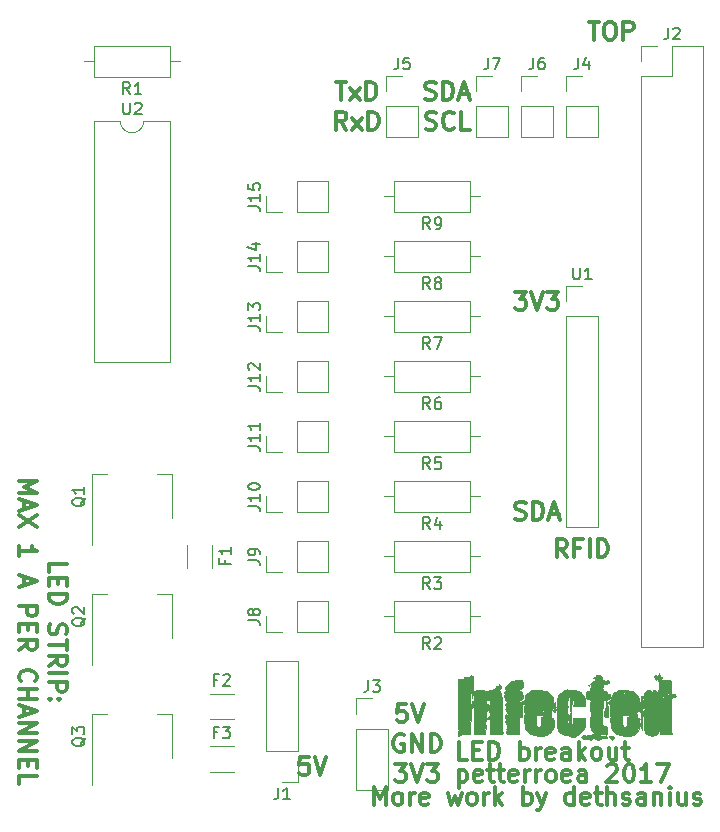
<source format=gbr>
G04 #@! TF.FileFunction,Legend,Top*
%FSLAX46Y46*%
G04 Gerber Fmt 4.6, Leading zero omitted, Abs format (unit mm)*
G04 Created by KiCad (PCBNEW 4.0.6) date Sun Nov 26 22:03:03 2017*
%MOMM*%
%LPD*%
G01*
G04 APERTURE LIST*
%ADD10C,0.100000*%
%ADD11C,0.300000*%
%ADD12C,0.120000*%
%ADD13C,0.010000*%
%ADD14C,0.150000*%
G04 APERTURE END LIST*
D10*
D11*
X174565714Y-88078571D02*
X175422857Y-88078571D01*
X174994286Y-89578571D02*
X174994286Y-88078571D01*
X176208571Y-88078571D02*
X176494285Y-88078571D01*
X176637143Y-88150000D01*
X176780000Y-88292857D01*
X176851428Y-88578571D01*
X176851428Y-89078571D01*
X176780000Y-89364286D01*
X176637143Y-89507143D01*
X176494285Y-89578571D01*
X176208571Y-89578571D01*
X176065714Y-89507143D01*
X175922857Y-89364286D01*
X175851428Y-89078571D01*
X175851428Y-88578571D01*
X175922857Y-88292857D01*
X176065714Y-88150000D01*
X176208571Y-88078571D01*
X177494286Y-89578571D02*
X177494286Y-88078571D01*
X178065714Y-88078571D01*
X178208572Y-88150000D01*
X178280000Y-88221429D01*
X178351429Y-88364286D01*
X178351429Y-88578571D01*
X178280000Y-88721429D01*
X178208572Y-88792857D01*
X178065714Y-88864286D01*
X177494286Y-88864286D01*
X150844287Y-150308571D02*
X150130001Y-150308571D01*
X150058572Y-151022857D01*
X150130001Y-150951429D01*
X150272858Y-150880000D01*
X150630001Y-150880000D01*
X150772858Y-150951429D01*
X150844287Y-151022857D01*
X150915715Y-151165714D01*
X150915715Y-151522857D01*
X150844287Y-151665714D01*
X150772858Y-151737143D01*
X150630001Y-151808571D01*
X150272858Y-151808571D01*
X150130001Y-151737143D01*
X150058572Y-151665714D01*
X151344286Y-150308571D02*
X151844286Y-151808571D01*
X152344286Y-150308571D01*
X156358571Y-154348571D02*
X156358571Y-152848571D01*
X156858571Y-153920000D01*
X157358571Y-152848571D01*
X157358571Y-154348571D01*
X158287143Y-154348571D02*
X158144285Y-154277143D01*
X158072857Y-154205714D01*
X158001428Y-154062857D01*
X158001428Y-153634286D01*
X158072857Y-153491429D01*
X158144285Y-153420000D01*
X158287143Y-153348571D01*
X158501428Y-153348571D01*
X158644285Y-153420000D01*
X158715714Y-153491429D01*
X158787143Y-153634286D01*
X158787143Y-154062857D01*
X158715714Y-154205714D01*
X158644285Y-154277143D01*
X158501428Y-154348571D01*
X158287143Y-154348571D01*
X159430000Y-154348571D02*
X159430000Y-153348571D01*
X159430000Y-153634286D02*
X159501428Y-153491429D01*
X159572857Y-153420000D01*
X159715714Y-153348571D01*
X159858571Y-153348571D01*
X160929999Y-154277143D02*
X160787142Y-154348571D01*
X160501428Y-154348571D01*
X160358571Y-154277143D01*
X160287142Y-154134286D01*
X160287142Y-153562857D01*
X160358571Y-153420000D01*
X160501428Y-153348571D01*
X160787142Y-153348571D01*
X160929999Y-153420000D01*
X161001428Y-153562857D01*
X161001428Y-153705714D01*
X160287142Y-153848571D01*
X162644285Y-153348571D02*
X162929999Y-154348571D01*
X163215713Y-153634286D01*
X163501428Y-154348571D01*
X163787142Y-153348571D01*
X164572857Y-154348571D02*
X164429999Y-154277143D01*
X164358571Y-154205714D01*
X164287142Y-154062857D01*
X164287142Y-153634286D01*
X164358571Y-153491429D01*
X164429999Y-153420000D01*
X164572857Y-153348571D01*
X164787142Y-153348571D01*
X164929999Y-153420000D01*
X165001428Y-153491429D01*
X165072857Y-153634286D01*
X165072857Y-154062857D01*
X165001428Y-154205714D01*
X164929999Y-154277143D01*
X164787142Y-154348571D01*
X164572857Y-154348571D01*
X165715714Y-154348571D02*
X165715714Y-153348571D01*
X165715714Y-153634286D02*
X165787142Y-153491429D01*
X165858571Y-153420000D01*
X166001428Y-153348571D01*
X166144285Y-153348571D01*
X166644285Y-154348571D02*
X166644285Y-152848571D01*
X166787142Y-153777143D02*
X167215713Y-154348571D01*
X167215713Y-153348571D02*
X166644285Y-153920000D01*
X169001428Y-154348571D02*
X169001428Y-152848571D01*
X169001428Y-153420000D02*
X169144285Y-153348571D01*
X169429999Y-153348571D01*
X169572856Y-153420000D01*
X169644285Y-153491429D01*
X169715714Y-153634286D01*
X169715714Y-154062857D01*
X169644285Y-154205714D01*
X169572856Y-154277143D01*
X169429999Y-154348571D01*
X169144285Y-154348571D01*
X169001428Y-154277143D01*
X170215714Y-153348571D02*
X170572857Y-154348571D01*
X170929999Y-153348571D02*
X170572857Y-154348571D01*
X170429999Y-154705714D01*
X170358571Y-154777143D01*
X170215714Y-154848571D01*
X173287142Y-154348571D02*
X173287142Y-152848571D01*
X173287142Y-154277143D02*
X173144285Y-154348571D01*
X172858571Y-154348571D01*
X172715713Y-154277143D01*
X172644285Y-154205714D01*
X172572856Y-154062857D01*
X172572856Y-153634286D01*
X172644285Y-153491429D01*
X172715713Y-153420000D01*
X172858571Y-153348571D01*
X173144285Y-153348571D01*
X173287142Y-153420000D01*
X174572856Y-154277143D02*
X174429999Y-154348571D01*
X174144285Y-154348571D01*
X174001428Y-154277143D01*
X173929999Y-154134286D01*
X173929999Y-153562857D01*
X174001428Y-153420000D01*
X174144285Y-153348571D01*
X174429999Y-153348571D01*
X174572856Y-153420000D01*
X174644285Y-153562857D01*
X174644285Y-153705714D01*
X173929999Y-153848571D01*
X175072856Y-153348571D02*
X175644285Y-153348571D01*
X175287142Y-152848571D02*
X175287142Y-154134286D01*
X175358570Y-154277143D01*
X175501428Y-154348571D01*
X175644285Y-154348571D01*
X176144285Y-154348571D02*
X176144285Y-152848571D01*
X176787142Y-154348571D02*
X176787142Y-153562857D01*
X176715713Y-153420000D01*
X176572856Y-153348571D01*
X176358571Y-153348571D01*
X176215713Y-153420000D01*
X176144285Y-153491429D01*
X177429999Y-154277143D02*
X177572856Y-154348571D01*
X177858571Y-154348571D01*
X178001428Y-154277143D01*
X178072856Y-154134286D01*
X178072856Y-154062857D01*
X178001428Y-153920000D01*
X177858571Y-153848571D01*
X177644285Y-153848571D01*
X177501428Y-153777143D01*
X177429999Y-153634286D01*
X177429999Y-153562857D01*
X177501428Y-153420000D01*
X177644285Y-153348571D01*
X177858571Y-153348571D01*
X178001428Y-153420000D01*
X179358571Y-154348571D02*
X179358571Y-153562857D01*
X179287142Y-153420000D01*
X179144285Y-153348571D01*
X178858571Y-153348571D01*
X178715714Y-153420000D01*
X179358571Y-154277143D02*
X179215714Y-154348571D01*
X178858571Y-154348571D01*
X178715714Y-154277143D01*
X178644285Y-154134286D01*
X178644285Y-153991429D01*
X178715714Y-153848571D01*
X178858571Y-153777143D01*
X179215714Y-153777143D01*
X179358571Y-153705714D01*
X180072857Y-153348571D02*
X180072857Y-154348571D01*
X180072857Y-153491429D02*
X180144285Y-153420000D01*
X180287143Y-153348571D01*
X180501428Y-153348571D01*
X180644285Y-153420000D01*
X180715714Y-153562857D01*
X180715714Y-154348571D01*
X181430000Y-154348571D02*
X181430000Y-153348571D01*
X181430000Y-152848571D02*
X181358571Y-152920000D01*
X181430000Y-152991429D01*
X181501428Y-152920000D01*
X181430000Y-152848571D01*
X181430000Y-152991429D01*
X182787143Y-153348571D02*
X182787143Y-154348571D01*
X182144286Y-153348571D02*
X182144286Y-154134286D01*
X182215714Y-154277143D01*
X182358572Y-154348571D01*
X182572857Y-154348571D01*
X182715714Y-154277143D01*
X182787143Y-154205714D01*
X183430000Y-154277143D02*
X183572857Y-154348571D01*
X183858572Y-154348571D01*
X184001429Y-154277143D01*
X184072857Y-154134286D01*
X184072857Y-154062857D01*
X184001429Y-153920000D01*
X183858572Y-153848571D01*
X183644286Y-153848571D01*
X183501429Y-153777143D01*
X183430000Y-153634286D01*
X183430000Y-153562857D01*
X183501429Y-153420000D01*
X183644286Y-153348571D01*
X183858572Y-153348571D01*
X184001429Y-153420000D01*
X168358572Y-130147143D02*
X168572858Y-130218571D01*
X168930001Y-130218571D01*
X169072858Y-130147143D01*
X169144287Y-130075714D01*
X169215715Y-129932857D01*
X169215715Y-129790000D01*
X169144287Y-129647143D01*
X169072858Y-129575714D01*
X168930001Y-129504286D01*
X168644287Y-129432857D01*
X168501429Y-129361429D01*
X168430001Y-129290000D01*
X168358572Y-129147143D01*
X168358572Y-129004286D01*
X168430001Y-128861429D01*
X168501429Y-128790000D01*
X168644287Y-128718571D01*
X169001429Y-128718571D01*
X169215715Y-128790000D01*
X169858572Y-130218571D02*
X169858572Y-128718571D01*
X170215715Y-128718571D01*
X170430000Y-128790000D01*
X170572858Y-128932857D01*
X170644286Y-129075714D01*
X170715715Y-129361429D01*
X170715715Y-129575714D01*
X170644286Y-129861429D01*
X170572858Y-130004286D01*
X170430000Y-130147143D01*
X170215715Y-130218571D01*
X169858572Y-130218571D01*
X171287143Y-129790000D02*
X172001429Y-129790000D01*
X171144286Y-130218571D02*
X171644286Y-128718571D01*
X172144286Y-130218571D01*
X168322858Y-110938571D02*
X169251429Y-110938571D01*
X168751429Y-111510000D01*
X168965715Y-111510000D01*
X169108572Y-111581429D01*
X169180001Y-111652857D01*
X169251429Y-111795714D01*
X169251429Y-112152857D01*
X169180001Y-112295714D01*
X169108572Y-112367143D01*
X168965715Y-112438571D01*
X168537143Y-112438571D01*
X168394286Y-112367143D01*
X168322858Y-112295714D01*
X169680000Y-110938571D02*
X170180000Y-112438571D01*
X170680000Y-110938571D01*
X171037143Y-110938571D02*
X171965714Y-110938571D01*
X171465714Y-111510000D01*
X171680000Y-111510000D01*
X171822857Y-111581429D01*
X171894286Y-111652857D01*
X171965714Y-111795714D01*
X171965714Y-112152857D01*
X171894286Y-112295714D01*
X171822857Y-112367143D01*
X171680000Y-112438571D01*
X171251428Y-112438571D01*
X171108571Y-112367143D01*
X171037143Y-112295714D01*
X128866429Y-134664286D02*
X128866429Y-133950000D01*
X130366429Y-133950000D01*
X129652143Y-135164286D02*
X129652143Y-135664286D01*
X128866429Y-135878572D02*
X128866429Y-135164286D01*
X130366429Y-135164286D01*
X130366429Y-135878572D01*
X128866429Y-136521429D02*
X130366429Y-136521429D01*
X130366429Y-136878572D01*
X130295000Y-137092857D01*
X130152143Y-137235715D01*
X130009286Y-137307143D01*
X129723571Y-137378572D01*
X129509286Y-137378572D01*
X129223571Y-137307143D01*
X129080714Y-137235715D01*
X128937857Y-137092857D01*
X128866429Y-136878572D01*
X128866429Y-136521429D01*
X128937857Y-139092857D02*
X128866429Y-139307143D01*
X128866429Y-139664286D01*
X128937857Y-139807143D01*
X129009286Y-139878572D01*
X129152143Y-139950000D01*
X129295000Y-139950000D01*
X129437857Y-139878572D01*
X129509286Y-139807143D01*
X129580714Y-139664286D01*
X129652143Y-139378572D01*
X129723571Y-139235714D01*
X129795000Y-139164286D01*
X129937857Y-139092857D01*
X130080714Y-139092857D01*
X130223571Y-139164286D01*
X130295000Y-139235714D01*
X130366429Y-139378572D01*
X130366429Y-139735714D01*
X130295000Y-139950000D01*
X130366429Y-140378571D02*
X130366429Y-141235714D01*
X128866429Y-140807143D02*
X130366429Y-140807143D01*
X128866429Y-142592857D02*
X129580714Y-142092857D01*
X128866429Y-141735714D02*
X130366429Y-141735714D01*
X130366429Y-142307142D01*
X130295000Y-142450000D01*
X130223571Y-142521428D01*
X130080714Y-142592857D01*
X129866429Y-142592857D01*
X129723571Y-142521428D01*
X129652143Y-142450000D01*
X129580714Y-142307142D01*
X129580714Y-141735714D01*
X128866429Y-143235714D02*
X130366429Y-143235714D01*
X128866429Y-143950000D02*
X130366429Y-143950000D01*
X130366429Y-144521428D01*
X130295000Y-144664286D01*
X130223571Y-144735714D01*
X130080714Y-144807143D01*
X129866429Y-144807143D01*
X129723571Y-144735714D01*
X129652143Y-144664286D01*
X129580714Y-144521428D01*
X129580714Y-143950000D01*
X129009286Y-145450000D02*
X128937857Y-145521428D01*
X128866429Y-145450000D01*
X128937857Y-145378571D01*
X129009286Y-145450000D01*
X128866429Y-145450000D01*
X129795000Y-145450000D02*
X129723571Y-145521428D01*
X129652143Y-145450000D01*
X129723571Y-145378571D01*
X129795000Y-145450000D01*
X129652143Y-145450000D01*
X126316429Y-126985715D02*
X127816429Y-126985715D01*
X126745000Y-127485715D01*
X127816429Y-127985715D01*
X126316429Y-127985715D01*
X126745000Y-128628572D02*
X126745000Y-129342858D01*
X126316429Y-128485715D02*
X127816429Y-128985715D01*
X126316429Y-129485715D01*
X127816429Y-129842858D02*
X126316429Y-130842858D01*
X127816429Y-130842858D02*
X126316429Y-129842858D01*
X126316429Y-133342857D02*
X126316429Y-132485714D01*
X126316429Y-132914286D02*
X127816429Y-132914286D01*
X127602143Y-132771429D01*
X127459286Y-132628571D01*
X127387857Y-132485714D01*
X126745000Y-135057142D02*
X126745000Y-135771428D01*
X126316429Y-134914285D02*
X127816429Y-135414285D01*
X126316429Y-135914285D01*
X126316429Y-137557142D02*
X127816429Y-137557142D01*
X127816429Y-138128570D01*
X127745000Y-138271428D01*
X127673571Y-138342856D01*
X127530714Y-138414285D01*
X127316429Y-138414285D01*
X127173571Y-138342856D01*
X127102143Y-138271428D01*
X127030714Y-138128570D01*
X127030714Y-137557142D01*
X127102143Y-139057142D02*
X127102143Y-139557142D01*
X126316429Y-139771428D02*
X126316429Y-139057142D01*
X127816429Y-139057142D01*
X127816429Y-139771428D01*
X126316429Y-141271428D02*
X127030714Y-140771428D01*
X126316429Y-140414285D02*
X127816429Y-140414285D01*
X127816429Y-140985713D01*
X127745000Y-141128571D01*
X127673571Y-141199999D01*
X127530714Y-141271428D01*
X127316429Y-141271428D01*
X127173571Y-141199999D01*
X127102143Y-141128571D01*
X127030714Y-140985713D01*
X127030714Y-140414285D01*
X126459286Y-143914285D02*
X126387857Y-143842856D01*
X126316429Y-143628570D01*
X126316429Y-143485713D01*
X126387857Y-143271428D01*
X126530714Y-143128570D01*
X126673571Y-143057142D01*
X126959286Y-142985713D01*
X127173571Y-142985713D01*
X127459286Y-143057142D01*
X127602143Y-143128570D01*
X127745000Y-143271428D01*
X127816429Y-143485713D01*
X127816429Y-143628570D01*
X127745000Y-143842856D01*
X127673571Y-143914285D01*
X126316429Y-144557142D02*
X127816429Y-144557142D01*
X127102143Y-144557142D02*
X127102143Y-145414285D01*
X126316429Y-145414285D02*
X127816429Y-145414285D01*
X126745000Y-146057142D02*
X126745000Y-146771428D01*
X126316429Y-145914285D02*
X127816429Y-146414285D01*
X126316429Y-146914285D01*
X126316429Y-147414285D02*
X127816429Y-147414285D01*
X126316429Y-148271428D01*
X127816429Y-148271428D01*
X126316429Y-148985714D02*
X127816429Y-148985714D01*
X126316429Y-149842857D01*
X127816429Y-149842857D01*
X127102143Y-150557143D02*
X127102143Y-151057143D01*
X126316429Y-151271429D02*
X126316429Y-150557143D01*
X127816429Y-150557143D01*
X127816429Y-151271429D01*
X126316429Y-152628572D02*
X126316429Y-151914286D01*
X127816429Y-151914286D01*
X163552143Y-151443571D02*
X163552143Y-152943571D01*
X163552143Y-151515000D02*
X163695000Y-151443571D01*
X163980714Y-151443571D01*
X164123571Y-151515000D01*
X164195000Y-151586429D01*
X164266429Y-151729286D01*
X164266429Y-152157857D01*
X164195000Y-152300714D01*
X164123571Y-152372143D01*
X163980714Y-152443571D01*
X163695000Y-152443571D01*
X163552143Y-152372143D01*
X165480714Y-152372143D02*
X165337857Y-152443571D01*
X165052143Y-152443571D01*
X164909286Y-152372143D01*
X164837857Y-152229286D01*
X164837857Y-151657857D01*
X164909286Y-151515000D01*
X165052143Y-151443571D01*
X165337857Y-151443571D01*
X165480714Y-151515000D01*
X165552143Y-151657857D01*
X165552143Y-151800714D01*
X164837857Y-151943571D01*
X165980714Y-151443571D02*
X166552143Y-151443571D01*
X166195000Y-150943571D02*
X166195000Y-152229286D01*
X166266428Y-152372143D01*
X166409286Y-152443571D01*
X166552143Y-152443571D01*
X166837857Y-151443571D02*
X167409286Y-151443571D01*
X167052143Y-150943571D02*
X167052143Y-152229286D01*
X167123571Y-152372143D01*
X167266429Y-152443571D01*
X167409286Y-152443571D01*
X168480714Y-152372143D02*
X168337857Y-152443571D01*
X168052143Y-152443571D01*
X167909286Y-152372143D01*
X167837857Y-152229286D01*
X167837857Y-151657857D01*
X167909286Y-151515000D01*
X168052143Y-151443571D01*
X168337857Y-151443571D01*
X168480714Y-151515000D01*
X168552143Y-151657857D01*
X168552143Y-151800714D01*
X167837857Y-151943571D01*
X169195000Y-152443571D02*
X169195000Y-151443571D01*
X169195000Y-151729286D02*
X169266428Y-151586429D01*
X169337857Y-151515000D01*
X169480714Y-151443571D01*
X169623571Y-151443571D01*
X170123571Y-152443571D02*
X170123571Y-151443571D01*
X170123571Y-151729286D02*
X170194999Y-151586429D01*
X170266428Y-151515000D01*
X170409285Y-151443571D01*
X170552142Y-151443571D01*
X171266428Y-152443571D02*
X171123570Y-152372143D01*
X171052142Y-152300714D01*
X170980713Y-152157857D01*
X170980713Y-151729286D01*
X171052142Y-151586429D01*
X171123570Y-151515000D01*
X171266428Y-151443571D01*
X171480713Y-151443571D01*
X171623570Y-151515000D01*
X171694999Y-151586429D01*
X171766428Y-151729286D01*
X171766428Y-152157857D01*
X171694999Y-152300714D01*
X171623570Y-152372143D01*
X171480713Y-152443571D01*
X171266428Y-152443571D01*
X172980713Y-152372143D02*
X172837856Y-152443571D01*
X172552142Y-152443571D01*
X172409285Y-152372143D01*
X172337856Y-152229286D01*
X172337856Y-151657857D01*
X172409285Y-151515000D01*
X172552142Y-151443571D01*
X172837856Y-151443571D01*
X172980713Y-151515000D01*
X173052142Y-151657857D01*
X173052142Y-151800714D01*
X172337856Y-151943571D01*
X174337856Y-152443571D02*
X174337856Y-151657857D01*
X174266427Y-151515000D01*
X174123570Y-151443571D01*
X173837856Y-151443571D01*
X173694999Y-151515000D01*
X174337856Y-152372143D02*
X174194999Y-152443571D01*
X173837856Y-152443571D01*
X173694999Y-152372143D01*
X173623570Y-152229286D01*
X173623570Y-152086429D01*
X173694999Y-151943571D01*
X173837856Y-151872143D01*
X174194999Y-151872143D01*
X174337856Y-151800714D01*
X176123570Y-151086429D02*
X176194999Y-151015000D01*
X176337856Y-150943571D01*
X176694999Y-150943571D01*
X176837856Y-151015000D01*
X176909285Y-151086429D01*
X176980713Y-151229286D01*
X176980713Y-151372143D01*
X176909285Y-151586429D01*
X176052142Y-152443571D01*
X176980713Y-152443571D01*
X177909284Y-150943571D02*
X178052141Y-150943571D01*
X178194998Y-151015000D01*
X178266427Y-151086429D01*
X178337856Y-151229286D01*
X178409284Y-151515000D01*
X178409284Y-151872143D01*
X178337856Y-152157857D01*
X178266427Y-152300714D01*
X178194998Y-152372143D01*
X178052141Y-152443571D01*
X177909284Y-152443571D01*
X177766427Y-152372143D01*
X177694998Y-152300714D01*
X177623570Y-152157857D01*
X177552141Y-151872143D01*
X177552141Y-151515000D01*
X177623570Y-151229286D01*
X177694998Y-151086429D01*
X177766427Y-151015000D01*
X177909284Y-150943571D01*
X179837855Y-152443571D02*
X178980712Y-152443571D01*
X179409284Y-152443571D02*
X179409284Y-150943571D01*
X179266427Y-151157857D01*
X179123569Y-151300714D01*
X178980712Y-151372143D01*
X180337855Y-150943571D02*
X181337855Y-150943571D01*
X180694998Y-152443571D01*
X164266429Y-150538571D02*
X163552143Y-150538571D01*
X163552143Y-149038571D01*
X164766429Y-149752857D02*
X165266429Y-149752857D01*
X165480715Y-150538571D02*
X164766429Y-150538571D01*
X164766429Y-149038571D01*
X165480715Y-149038571D01*
X166123572Y-150538571D02*
X166123572Y-149038571D01*
X166480715Y-149038571D01*
X166695000Y-149110000D01*
X166837858Y-149252857D01*
X166909286Y-149395714D01*
X166980715Y-149681429D01*
X166980715Y-149895714D01*
X166909286Y-150181429D01*
X166837858Y-150324286D01*
X166695000Y-150467143D01*
X166480715Y-150538571D01*
X166123572Y-150538571D01*
X168766429Y-150538571D02*
X168766429Y-149038571D01*
X168766429Y-149610000D02*
X168909286Y-149538571D01*
X169195000Y-149538571D01*
X169337857Y-149610000D01*
X169409286Y-149681429D01*
X169480715Y-149824286D01*
X169480715Y-150252857D01*
X169409286Y-150395714D01*
X169337857Y-150467143D01*
X169195000Y-150538571D01*
X168909286Y-150538571D01*
X168766429Y-150467143D01*
X170123572Y-150538571D02*
X170123572Y-149538571D01*
X170123572Y-149824286D02*
X170195000Y-149681429D01*
X170266429Y-149610000D01*
X170409286Y-149538571D01*
X170552143Y-149538571D01*
X171623571Y-150467143D02*
X171480714Y-150538571D01*
X171195000Y-150538571D01*
X171052143Y-150467143D01*
X170980714Y-150324286D01*
X170980714Y-149752857D01*
X171052143Y-149610000D01*
X171195000Y-149538571D01*
X171480714Y-149538571D01*
X171623571Y-149610000D01*
X171695000Y-149752857D01*
X171695000Y-149895714D01*
X170980714Y-150038571D01*
X172980714Y-150538571D02*
X172980714Y-149752857D01*
X172909285Y-149610000D01*
X172766428Y-149538571D01*
X172480714Y-149538571D01*
X172337857Y-149610000D01*
X172980714Y-150467143D02*
X172837857Y-150538571D01*
X172480714Y-150538571D01*
X172337857Y-150467143D01*
X172266428Y-150324286D01*
X172266428Y-150181429D01*
X172337857Y-150038571D01*
X172480714Y-149967143D01*
X172837857Y-149967143D01*
X172980714Y-149895714D01*
X173695000Y-150538571D02*
X173695000Y-149038571D01*
X173837857Y-149967143D02*
X174266428Y-150538571D01*
X174266428Y-149538571D02*
X173695000Y-150110000D01*
X175123572Y-150538571D02*
X174980714Y-150467143D01*
X174909286Y-150395714D01*
X174837857Y-150252857D01*
X174837857Y-149824286D01*
X174909286Y-149681429D01*
X174980714Y-149610000D01*
X175123572Y-149538571D01*
X175337857Y-149538571D01*
X175480714Y-149610000D01*
X175552143Y-149681429D01*
X175623572Y-149824286D01*
X175623572Y-150252857D01*
X175552143Y-150395714D01*
X175480714Y-150467143D01*
X175337857Y-150538571D01*
X175123572Y-150538571D01*
X176909286Y-149538571D02*
X176909286Y-150538571D01*
X176266429Y-149538571D02*
X176266429Y-150324286D01*
X176337857Y-150467143D01*
X176480715Y-150538571D01*
X176695000Y-150538571D01*
X176837857Y-150467143D01*
X176909286Y-150395714D01*
X177409286Y-149538571D02*
X177980715Y-149538571D01*
X177623572Y-149038571D02*
X177623572Y-150324286D01*
X177695000Y-150467143D01*
X177837858Y-150538571D01*
X177980715Y-150538571D01*
X172704286Y-133393571D02*
X172204286Y-132679286D01*
X171847143Y-133393571D02*
X171847143Y-131893571D01*
X172418571Y-131893571D01*
X172561429Y-131965000D01*
X172632857Y-132036429D01*
X172704286Y-132179286D01*
X172704286Y-132393571D01*
X172632857Y-132536429D01*
X172561429Y-132607857D01*
X172418571Y-132679286D01*
X171847143Y-132679286D01*
X173847143Y-132607857D02*
X173347143Y-132607857D01*
X173347143Y-133393571D02*
X173347143Y-131893571D01*
X174061429Y-131893571D01*
X174632857Y-133393571D02*
X174632857Y-131893571D01*
X175347143Y-133393571D02*
X175347143Y-131893571D01*
X175704286Y-131893571D01*
X175918571Y-131965000D01*
X176061429Y-132107857D01*
X176132857Y-132250714D01*
X176204286Y-132536429D01*
X176204286Y-132750714D01*
X176132857Y-133036429D01*
X176061429Y-133179286D01*
X175918571Y-133322143D01*
X175704286Y-133393571D01*
X175347143Y-133393571D01*
X158162858Y-150943571D02*
X159091429Y-150943571D01*
X158591429Y-151515000D01*
X158805715Y-151515000D01*
X158948572Y-151586429D01*
X159020001Y-151657857D01*
X159091429Y-151800714D01*
X159091429Y-152157857D01*
X159020001Y-152300714D01*
X158948572Y-152372143D01*
X158805715Y-152443571D01*
X158377143Y-152443571D01*
X158234286Y-152372143D01*
X158162858Y-152300714D01*
X159520000Y-150943571D02*
X160020000Y-152443571D01*
X160520000Y-150943571D01*
X160877143Y-150943571D02*
X161805714Y-150943571D01*
X161305714Y-151515000D01*
X161520000Y-151515000D01*
X161662857Y-151586429D01*
X161734286Y-151657857D01*
X161805714Y-151800714D01*
X161805714Y-152157857D01*
X161734286Y-152300714D01*
X161662857Y-152372143D01*
X161520000Y-152443571D01*
X161091428Y-152443571D01*
X160948571Y-152372143D01*
X160877143Y-152300714D01*
X158877143Y-148475000D02*
X158734286Y-148403571D01*
X158520000Y-148403571D01*
X158305715Y-148475000D01*
X158162857Y-148617857D01*
X158091429Y-148760714D01*
X158020000Y-149046429D01*
X158020000Y-149260714D01*
X158091429Y-149546429D01*
X158162857Y-149689286D01*
X158305715Y-149832143D01*
X158520000Y-149903571D01*
X158662857Y-149903571D01*
X158877143Y-149832143D01*
X158948572Y-149760714D01*
X158948572Y-149260714D01*
X158662857Y-149260714D01*
X159591429Y-149903571D02*
X159591429Y-148403571D01*
X160448572Y-149903571D01*
X160448572Y-148403571D01*
X161162858Y-149903571D02*
X161162858Y-148403571D01*
X161520001Y-148403571D01*
X161734286Y-148475000D01*
X161877144Y-148617857D01*
X161948572Y-148760714D01*
X162020001Y-149046429D01*
X162020001Y-149260714D01*
X161948572Y-149546429D01*
X161877144Y-149689286D01*
X161734286Y-149832143D01*
X161520001Y-149903571D01*
X161162858Y-149903571D01*
X159099287Y-145863571D02*
X158385001Y-145863571D01*
X158313572Y-146577857D01*
X158385001Y-146506429D01*
X158527858Y-146435000D01*
X158885001Y-146435000D01*
X159027858Y-146506429D01*
X159099287Y-146577857D01*
X159170715Y-146720714D01*
X159170715Y-147077857D01*
X159099287Y-147220714D01*
X159027858Y-147292143D01*
X158885001Y-147363571D01*
X158527858Y-147363571D01*
X158385001Y-147292143D01*
X158313572Y-147220714D01*
X159599286Y-145863571D02*
X160099286Y-147363571D01*
X160599286Y-145863571D01*
X154047143Y-97198571D02*
X153547143Y-96484286D01*
X153190000Y-97198571D02*
X153190000Y-95698571D01*
X153761428Y-95698571D01*
X153904286Y-95770000D01*
X153975714Y-95841429D01*
X154047143Y-95984286D01*
X154047143Y-96198571D01*
X153975714Y-96341429D01*
X153904286Y-96412857D01*
X153761428Y-96484286D01*
X153190000Y-96484286D01*
X154547143Y-97198571D02*
X155332857Y-96198571D01*
X154547143Y-96198571D02*
X155332857Y-97198571D01*
X155904286Y-97198571D02*
X155904286Y-95698571D01*
X156261429Y-95698571D01*
X156475714Y-95770000D01*
X156618572Y-95912857D01*
X156690000Y-96055714D01*
X156761429Y-96341429D01*
X156761429Y-96555714D01*
X156690000Y-96841429D01*
X156618572Y-96984286D01*
X156475714Y-97127143D01*
X156261429Y-97198571D01*
X155904286Y-97198571D01*
X153154286Y-93158571D02*
X154011429Y-93158571D01*
X153582858Y-94658571D02*
X153582858Y-93158571D01*
X154368572Y-94658571D02*
X155154286Y-93658571D01*
X154368572Y-93658571D02*
X155154286Y-94658571D01*
X155725715Y-94658571D02*
X155725715Y-93158571D01*
X156082858Y-93158571D01*
X156297143Y-93230000D01*
X156440001Y-93372857D01*
X156511429Y-93515714D01*
X156582858Y-93801429D01*
X156582858Y-94015714D01*
X156511429Y-94301429D01*
X156440001Y-94444286D01*
X156297143Y-94587143D01*
X156082858Y-94658571D01*
X155725715Y-94658571D01*
X160774286Y-97127143D02*
X160988572Y-97198571D01*
X161345715Y-97198571D01*
X161488572Y-97127143D01*
X161560001Y-97055714D01*
X161631429Y-96912857D01*
X161631429Y-96770000D01*
X161560001Y-96627143D01*
X161488572Y-96555714D01*
X161345715Y-96484286D01*
X161060001Y-96412857D01*
X160917143Y-96341429D01*
X160845715Y-96270000D01*
X160774286Y-96127143D01*
X160774286Y-95984286D01*
X160845715Y-95841429D01*
X160917143Y-95770000D01*
X161060001Y-95698571D01*
X161417143Y-95698571D01*
X161631429Y-95770000D01*
X163131429Y-97055714D02*
X163060000Y-97127143D01*
X162845714Y-97198571D01*
X162702857Y-97198571D01*
X162488572Y-97127143D01*
X162345714Y-96984286D01*
X162274286Y-96841429D01*
X162202857Y-96555714D01*
X162202857Y-96341429D01*
X162274286Y-96055714D01*
X162345714Y-95912857D01*
X162488572Y-95770000D01*
X162702857Y-95698571D01*
X162845714Y-95698571D01*
X163060000Y-95770000D01*
X163131429Y-95841429D01*
X164488572Y-97198571D02*
X163774286Y-97198571D01*
X163774286Y-95698571D01*
X160738572Y-94587143D02*
X160952858Y-94658571D01*
X161310001Y-94658571D01*
X161452858Y-94587143D01*
X161524287Y-94515714D01*
X161595715Y-94372857D01*
X161595715Y-94230000D01*
X161524287Y-94087143D01*
X161452858Y-94015714D01*
X161310001Y-93944286D01*
X161024287Y-93872857D01*
X160881429Y-93801429D01*
X160810001Y-93730000D01*
X160738572Y-93587143D01*
X160738572Y-93444286D01*
X160810001Y-93301429D01*
X160881429Y-93230000D01*
X161024287Y-93158571D01*
X161381429Y-93158571D01*
X161595715Y-93230000D01*
X162238572Y-94658571D02*
X162238572Y-93158571D01*
X162595715Y-93158571D01*
X162810000Y-93230000D01*
X162952858Y-93372857D01*
X163024286Y-93515714D01*
X163095715Y-93801429D01*
X163095715Y-94015714D01*
X163024286Y-94301429D01*
X162952858Y-94444286D01*
X162810000Y-94587143D01*
X162595715Y-94658571D01*
X162238572Y-94658571D01*
X163667143Y-94230000D02*
X164381429Y-94230000D01*
X163524286Y-94658571D02*
X164024286Y-93158571D01*
X164524286Y-94658571D01*
D12*
X149920000Y-149860000D02*
X149920000Y-142180000D01*
X149920000Y-142180000D02*
X147260000Y-142180000D01*
X147260000Y-142180000D02*
X147260000Y-149860000D01*
X147260000Y-149860000D02*
X149920000Y-149860000D01*
X149920000Y-151130000D02*
X149920000Y-152460000D01*
X149920000Y-152460000D02*
X148590000Y-152460000D01*
X179010000Y-141030000D02*
X184210000Y-141030000D01*
X179010000Y-92710000D02*
X179010000Y-141030000D01*
X184210000Y-90110000D02*
X184210000Y-141030000D01*
X179010000Y-92710000D02*
X181610000Y-92710000D01*
X181610000Y-92710000D02*
X181610000Y-90110000D01*
X181610000Y-90110000D02*
X184210000Y-90110000D01*
X179010000Y-91440000D02*
X179010000Y-90110000D01*
X179010000Y-90110000D02*
X180340000Y-90110000D01*
X154880000Y-147955000D02*
X154880000Y-153095000D01*
X154880000Y-153095000D02*
X157540000Y-153095000D01*
X157540000Y-153095000D02*
X157540000Y-147955000D01*
X157540000Y-147955000D02*
X154880000Y-147955000D01*
X154880000Y-146685000D02*
X154880000Y-145355000D01*
X154880000Y-145355000D02*
X156210000Y-145355000D01*
X172660000Y-95250000D02*
X172660000Y-97850000D01*
X172660000Y-97850000D02*
X175320000Y-97850000D01*
X175320000Y-97850000D02*
X175320000Y-95250000D01*
X175320000Y-95250000D02*
X172660000Y-95250000D01*
X172660000Y-93980000D02*
X172660000Y-92650000D01*
X172660000Y-92650000D02*
X173990000Y-92650000D01*
X157420000Y-95250000D02*
X157420000Y-97850000D01*
X157420000Y-97850000D02*
X160080000Y-97850000D01*
X160080000Y-97850000D02*
X160080000Y-95250000D01*
X160080000Y-95250000D02*
X157420000Y-95250000D01*
X157420000Y-93980000D02*
X157420000Y-92650000D01*
X157420000Y-92650000D02*
X158750000Y-92650000D01*
X168850000Y-95250000D02*
X168850000Y-97850000D01*
X168850000Y-97850000D02*
X171510000Y-97850000D01*
X171510000Y-97850000D02*
X171510000Y-95250000D01*
X171510000Y-95250000D02*
X168850000Y-95250000D01*
X168850000Y-93980000D02*
X168850000Y-92650000D01*
X168850000Y-92650000D02*
X170180000Y-92650000D01*
X165040000Y-95250000D02*
X165040000Y-97850000D01*
X165040000Y-97850000D02*
X167700000Y-97850000D01*
X167700000Y-97850000D02*
X167700000Y-95250000D01*
X167700000Y-95250000D02*
X165040000Y-95250000D01*
X165040000Y-93980000D02*
X165040000Y-92650000D01*
X165040000Y-92650000D02*
X166370000Y-92650000D01*
X149860000Y-139760000D02*
X152460000Y-139760000D01*
X152460000Y-139760000D02*
X152460000Y-137100000D01*
X152460000Y-137100000D02*
X149860000Y-137100000D01*
X149860000Y-137100000D02*
X149860000Y-139760000D01*
X148590000Y-139760000D02*
X147260000Y-139760000D01*
X147260000Y-139760000D02*
X147260000Y-138430000D01*
X149860000Y-134680000D02*
X152460000Y-134680000D01*
X152460000Y-134680000D02*
X152460000Y-132020000D01*
X152460000Y-132020000D02*
X149860000Y-132020000D01*
X149860000Y-132020000D02*
X149860000Y-134680000D01*
X148590000Y-134680000D02*
X147260000Y-134680000D01*
X147260000Y-134680000D02*
X147260000Y-133350000D01*
X149860000Y-129600000D02*
X152460000Y-129600000D01*
X152460000Y-129600000D02*
X152460000Y-126940000D01*
X152460000Y-126940000D02*
X149860000Y-126940000D01*
X149860000Y-126940000D02*
X149860000Y-129600000D01*
X148590000Y-129600000D02*
X147260000Y-129600000D01*
X147260000Y-129600000D02*
X147260000Y-128270000D01*
X149860000Y-124520000D02*
X152460000Y-124520000D01*
X152460000Y-124520000D02*
X152460000Y-121860000D01*
X152460000Y-121860000D02*
X149860000Y-121860000D01*
X149860000Y-121860000D02*
X149860000Y-124520000D01*
X148590000Y-124520000D02*
X147260000Y-124520000D01*
X147260000Y-124520000D02*
X147260000Y-123190000D01*
X149860000Y-119440000D02*
X152460000Y-119440000D01*
X152460000Y-119440000D02*
X152460000Y-116780000D01*
X152460000Y-116780000D02*
X149860000Y-116780000D01*
X149860000Y-116780000D02*
X149860000Y-119440000D01*
X148590000Y-119440000D02*
X147260000Y-119440000D01*
X147260000Y-119440000D02*
X147260000Y-118110000D01*
X149860000Y-114360000D02*
X152460000Y-114360000D01*
X152460000Y-114360000D02*
X152460000Y-111700000D01*
X152460000Y-111700000D02*
X149860000Y-111700000D01*
X149860000Y-111700000D02*
X149860000Y-114360000D01*
X148590000Y-114360000D02*
X147260000Y-114360000D01*
X147260000Y-114360000D02*
X147260000Y-113030000D01*
X149860000Y-109280000D02*
X152460000Y-109280000D01*
X152460000Y-109280000D02*
X152460000Y-106620000D01*
X152460000Y-106620000D02*
X149860000Y-106620000D01*
X149860000Y-106620000D02*
X149860000Y-109280000D01*
X148590000Y-109280000D02*
X147260000Y-109280000D01*
X147260000Y-109280000D02*
X147260000Y-107950000D01*
X149860000Y-104200000D02*
X152460000Y-104200000D01*
X152460000Y-104200000D02*
X152460000Y-101540000D01*
X152460000Y-101540000D02*
X149860000Y-101540000D01*
X149860000Y-101540000D02*
X149860000Y-104200000D01*
X148590000Y-104200000D02*
X147260000Y-104200000D01*
X147260000Y-104200000D02*
X147260000Y-102870000D01*
X139300000Y-126360000D02*
X138040000Y-126360000D01*
X132480000Y-126360000D02*
X133740000Y-126360000D01*
X139300000Y-130120000D02*
X139300000Y-126360000D01*
X132480000Y-132370000D02*
X132480000Y-126360000D01*
X139300000Y-136520000D02*
X138040000Y-136520000D01*
X132480000Y-136520000D02*
X133740000Y-136520000D01*
X139300000Y-140280000D02*
X139300000Y-136520000D01*
X132480000Y-142530000D02*
X132480000Y-136520000D01*
X139300000Y-146680000D02*
X138040000Y-146680000D01*
X132480000Y-146680000D02*
X133740000Y-146680000D01*
X139300000Y-150440000D02*
X139300000Y-146680000D01*
X132480000Y-152690000D02*
X132480000Y-146680000D01*
X139100000Y-92750000D02*
X139100000Y-90130000D01*
X139100000Y-90130000D02*
X132680000Y-90130000D01*
X132680000Y-90130000D02*
X132680000Y-92750000D01*
X132680000Y-92750000D02*
X139100000Y-92750000D01*
X139990000Y-91440000D02*
X139100000Y-91440000D01*
X131790000Y-91440000D02*
X132680000Y-91440000D01*
X164500000Y-139740000D02*
X164500000Y-137120000D01*
X164500000Y-137120000D02*
X158080000Y-137120000D01*
X158080000Y-137120000D02*
X158080000Y-139740000D01*
X158080000Y-139740000D02*
X164500000Y-139740000D01*
X165390000Y-138430000D02*
X164500000Y-138430000D01*
X157190000Y-138430000D02*
X158080000Y-138430000D01*
X164500000Y-134660000D02*
X164500000Y-132040000D01*
X164500000Y-132040000D02*
X158080000Y-132040000D01*
X158080000Y-132040000D02*
X158080000Y-134660000D01*
X158080000Y-134660000D02*
X164500000Y-134660000D01*
X165390000Y-133350000D02*
X164500000Y-133350000D01*
X157190000Y-133350000D02*
X158080000Y-133350000D01*
X164500000Y-129580000D02*
X164500000Y-126960000D01*
X164500000Y-126960000D02*
X158080000Y-126960000D01*
X158080000Y-126960000D02*
X158080000Y-129580000D01*
X158080000Y-129580000D02*
X164500000Y-129580000D01*
X165390000Y-128270000D02*
X164500000Y-128270000D01*
X157190000Y-128270000D02*
X158080000Y-128270000D01*
X164500000Y-124500000D02*
X164500000Y-121880000D01*
X164500000Y-121880000D02*
X158080000Y-121880000D01*
X158080000Y-121880000D02*
X158080000Y-124500000D01*
X158080000Y-124500000D02*
X164500000Y-124500000D01*
X165390000Y-123190000D02*
X164500000Y-123190000D01*
X157190000Y-123190000D02*
X158080000Y-123190000D01*
X164500000Y-119420000D02*
X164500000Y-116800000D01*
X164500000Y-116800000D02*
X158080000Y-116800000D01*
X158080000Y-116800000D02*
X158080000Y-119420000D01*
X158080000Y-119420000D02*
X164500000Y-119420000D01*
X165390000Y-118110000D02*
X164500000Y-118110000D01*
X157190000Y-118110000D02*
X158080000Y-118110000D01*
X164500000Y-114340000D02*
X164500000Y-111720000D01*
X164500000Y-111720000D02*
X158080000Y-111720000D01*
X158080000Y-111720000D02*
X158080000Y-114340000D01*
X158080000Y-114340000D02*
X164500000Y-114340000D01*
X165390000Y-113030000D02*
X164500000Y-113030000D01*
X157190000Y-113030000D02*
X158080000Y-113030000D01*
X164500000Y-109260000D02*
X164500000Y-106640000D01*
X164500000Y-106640000D02*
X158080000Y-106640000D01*
X158080000Y-106640000D02*
X158080000Y-109260000D01*
X158080000Y-109260000D02*
X164500000Y-109260000D01*
X165390000Y-107950000D02*
X164500000Y-107950000D01*
X157190000Y-107950000D02*
X158080000Y-107950000D01*
X164500000Y-104180000D02*
X164500000Y-101560000D01*
X164500000Y-101560000D02*
X158080000Y-101560000D01*
X158080000Y-101560000D02*
X158080000Y-104180000D01*
X158080000Y-104180000D02*
X164500000Y-104180000D01*
X165390000Y-102870000D02*
X164500000Y-102870000D01*
X157190000Y-102870000D02*
X158080000Y-102870000D01*
X172660000Y-113030000D02*
X172660000Y-130870000D01*
X172660000Y-130870000D02*
X175320000Y-130870000D01*
X175320000Y-130870000D02*
X175320000Y-113030000D01*
X175320000Y-113030000D02*
X172660000Y-113030000D01*
X172660000Y-111760000D02*
X172660000Y-110430000D01*
X172660000Y-110430000D02*
X173990000Y-110430000D01*
X136890000Y-96460000D02*
G75*
G02X134890000Y-96460000I-1000000J0D01*
G01*
X134890000Y-96460000D02*
X132655000Y-96460000D01*
X132655000Y-96460000D02*
X132655000Y-116900000D01*
X132655000Y-116900000D02*
X139125000Y-116900000D01*
X139125000Y-116900000D02*
X139125000Y-96460000D01*
X139125000Y-96460000D02*
X136890000Y-96460000D01*
D13*
G36*
X176318788Y-145231898D02*
X176339415Y-145252260D01*
X176333282Y-145288666D01*
X176312375Y-145337263D01*
X176242960Y-145426599D01*
X176176426Y-145434370D01*
X176095991Y-145451401D01*
X176065665Y-145503749D01*
X176038763Y-145566720D01*
X176004468Y-145548751D01*
X175976692Y-145512295D01*
X175918735Y-145457318D01*
X175857018Y-145479885D01*
X175842270Y-145491671D01*
X175800066Y-145554271D01*
X175776548Y-145667221D01*
X175768173Y-145849530D01*
X175768000Y-145890170D01*
X175760157Y-146095621D01*
X175736945Y-146215016D01*
X175712432Y-146245553D01*
X175688815Y-146283856D01*
X175672899Y-146385950D01*
X175664061Y-146560290D01*
X175661682Y-146815331D01*
X175662284Y-146928304D01*
X175665639Y-147192879D01*
X175671928Y-147380299D01*
X175683036Y-147505767D01*
X175700847Y-147584486D01*
X175727244Y-147631659D01*
X175752262Y-147654360D01*
X175865119Y-147698519D01*
X175948471Y-147702822D01*
X176039353Y-147714715D01*
X176094206Y-147793175D01*
X176103145Y-147817978D01*
X176123830Y-147938737D01*
X176112325Y-148025797D01*
X176091551Y-148126531D01*
X176088738Y-148258519D01*
X176088847Y-148260177D01*
X176099210Y-148415263D01*
X175829696Y-148386047D01*
X175637643Y-148376566D01*
X175510562Y-148394032D01*
X175456239Y-148435132D01*
X175482459Y-148496549D01*
X175511281Y-148521605D01*
X175612240Y-148566542D01*
X175742797Y-148587033D01*
X175868163Y-148582266D01*
X175953547Y-148551431D01*
X175968454Y-148532273D01*
X176000203Y-148502868D01*
X176040868Y-148543819D01*
X176089924Y-148639199D01*
X176067025Y-148695696D01*
X175965369Y-148719935D01*
X175858267Y-148721634D01*
X175690520Y-148729972D01*
X175577071Y-148770776D01*
X175520473Y-148814829D01*
X175436136Y-148884270D01*
X175365040Y-148901370D01*
X175276690Y-148864294D01*
X175172352Y-148793864D01*
X175030093Y-148708003D01*
X174926535Y-148690553D01*
X174838880Y-148741013D01*
X174798616Y-148785660D01*
X174732349Y-148852044D01*
X174662161Y-148863467D01*
X174560304Y-148833452D01*
X174409282Y-148798874D01*
X174237608Y-148785533D01*
X174209919Y-148786129D01*
X174045043Y-148774286D01*
X173947974Y-148726570D01*
X173927697Y-148649250D01*
X173947943Y-148603361D01*
X174055244Y-148487640D01*
X174172141Y-148460129D01*
X174247459Y-148489080D01*
X174342335Y-148524509D01*
X174405755Y-148497539D01*
X174500168Y-148468240D01*
X174633045Y-148476936D01*
X174745262Y-148489910D01*
X174792152Y-148468051D01*
X174798182Y-148436407D01*
X174817372Y-148391342D01*
X174889503Y-148382534D01*
X174969821Y-148392752D01*
X175141461Y-148420605D01*
X174955908Y-148243637D01*
X175814182Y-148243637D01*
X175837273Y-148266728D01*
X175860364Y-148243637D01*
X175837273Y-148220546D01*
X175814182Y-148243637D01*
X174955908Y-148243637D01*
X174951839Y-148239757D01*
X174843914Y-148124018D01*
X174768960Y-148004504D01*
X174722116Y-147862168D01*
X174698522Y-147677964D01*
X174693316Y-147432847D01*
X174697188Y-147242007D01*
X174705805Y-147018142D01*
X174717915Y-146870575D01*
X174728333Y-146821362D01*
X175335017Y-146821362D01*
X175398546Y-146827799D01*
X175464107Y-146820542D01*
X175456273Y-146804506D01*
X175361723Y-146798406D01*
X175340818Y-146804506D01*
X175335017Y-146821362D01*
X174728333Y-146821362D01*
X174736403Y-146783241D01*
X174741585Y-146775180D01*
X175011744Y-146775180D01*
X175075273Y-146781618D01*
X175140834Y-146774360D01*
X175133000Y-146758324D01*
X175038450Y-146752225D01*
X175017546Y-146758324D01*
X175011744Y-146775180D01*
X174741585Y-146775180D01*
X174764155Y-146740076D01*
X174789552Y-146727819D01*
X174841778Y-146710598D01*
X174803125Y-146703054D01*
X174786637Y-146701903D01*
X174749296Y-146688932D01*
X174724735Y-146644991D01*
X174709819Y-146553632D01*
X174701411Y-146398407D01*
X174697572Y-146234728D01*
X174693707Y-146026349D01*
X174690062Y-145843766D01*
X174687162Y-145712747D01*
X174686026Y-145670407D01*
X174690653Y-145631541D01*
X174715661Y-145598596D01*
X174773555Y-145567040D01*
X174876840Y-145532345D01*
X175038022Y-145489980D01*
X175269607Y-145435415D01*
X175444727Y-145395574D01*
X175757520Y-145325075D01*
X175990765Y-145274168D01*
X176155020Y-145242142D01*
X176260842Y-145228289D01*
X176318788Y-145231898D01*
X176318788Y-145231898D01*
G37*
X176318788Y-145231898D02*
X176339415Y-145252260D01*
X176333282Y-145288666D01*
X176312375Y-145337263D01*
X176242960Y-145426599D01*
X176176426Y-145434370D01*
X176095991Y-145451401D01*
X176065665Y-145503749D01*
X176038763Y-145566720D01*
X176004468Y-145548751D01*
X175976692Y-145512295D01*
X175918735Y-145457318D01*
X175857018Y-145479885D01*
X175842270Y-145491671D01*
X175800066Y-145554271D01*
X175776548Y-145667221D01*
X175768173Y-145849530D01*
X175768000Y-145890170D01*
X175760157Y-146095621D01*
X175736945Y-146215016D01*
X175712432Y-146245553D01*
X175688815Y-146283856D01*
X175672899Y-146385950D01*
X175664061Y-146560290D01*
X175661682Y-146815331D01*
X175662284Y-146928304D01*
X175665639Y-147192879D01*
X175671928Y-147380299D01*
X175683036Y-147505767D01*
X175700847Y-147584486D01*
X175727244Y-147631659D01*
X175752262Y-147654360D01*
X175865119Y-147698519D01*
X175948471Y-147702822D01*
X176039353Y-147714715D01*
X176094206Y-147793175D01*
X176103145Y-147817978D01*
X176123830Y-147938737D01*
X176112325Y-148025797D01*
X176091551Y-148126531D01*
X176088738Y-148258519D01*
X176088847Y-148260177D01*
X176099210Y-148415263D01*
X175829696Y-148386047D01*
X175637643Y-148376566D01*
X175510562Y-148394032D01*
X175456239Y-148435132D01*
X175482459Y-148496549D01*
X175511281Y-148521605D01*
X175612240Y-148566542D01*
X175742797Y-148587033D01*
X175868163Y-148582266D01*
X175953547Y-148551431D01*
X175968454Y-148532273D01*
X176000203Y-148502868D01*
X176040868Y-148543819D01*
X176089924Y-148639199D01*
X176067025Y-148695696D01*
X175965369Y-148719935D01*
X175858267Y-148721634D01*
X175690520Y-148729972D01*
X175577071Y-148770776D01*
X175520473Y-148814829D01*
X175436136Y-148884270D01*
X175365040Y-148901370D01*
X175276690Y-148864294D01*
X175172352Y-148793864D01*
X175030093Y-148708003D01*
X174926535Y-148690553D01*
X174838880Y-148741013D01*
X174798616Y-148785660D01*
X174732349Y-148852044D01*
X174662161Y-148863467D01*
X174560304Y-148833452D01*
X174409282Y-148798874D01*
X174237608Y-148785533D01*
X174209919Y-148786129D01*
X174045043Y-148774286D01*
X173947974Y-148726570D01*
X173927697Y-148649250D01*
X173947943Y-148603361D01*
X174055244Y-148487640D01*
X174172141Y-148460129D01*
X174247459Y-148489080D01*
X174342335Y-148524509D01*
X174405755Y-148497539D01*
X174500168Y-148468240D01*
X174633045Y-148476936D01*
X174745262Y-148489910D01*
X174792152Y-148468051D01*
X174798182Y-148436407D01*
X174817372Y-148391342D01*
X174889503Y-148382534D01*
X174969821Y-148392752D01*
X175141461Y-148420605D01*
X174955908Y-148243637D01*
X175814182Y-148243637D01*
X175837273Y-148266728D01*
X175860364Y-148243637D01*
X175837273Y-148220546D01*
X175814182Y-148243637D01*
X174955908Y-148243637D01*
X174951839Y-148239757D01*
X174843914Y-148124018D01*
X174768960Y-148004504D01*
X174722116Y-147862168D01*
X174698522Y-147677964D01*
X174693316Y-147432847D01*
X174697188Y-147242007D01*
X174705805Y-147018142D01*
X174717915Y-146870575D01*
X174728333Y-146821362D01*
X175335017Y-146821362D01*
X175398546Y-146827799D01*
X175464107Y-146820542D01*
X175456273Y-146804506D01*
X175361723Y-146798406D01*
X175340818Y-146804506D01*
X175335017Y-146821362D01*
X174728333Y-146821362D01*
X174736403Y-146783241D01*
X174741585Y-146775180D01*
X175011744Y-146775180D01*
X175075273Y-146781618D01*
X175140834Y-146774360D01*
X175133000Y-146758324D01*
X175038450Y-146752225D01*
X175017546Y-146758324D01*
X175011744Y-146775180D01*
X174741585Y-146775180D01*
X174764155Y-146740076D01*
X174789552Y-146727819D01*
X174841778Y-146710598D01*
X174803125Y-146703054D01*
X174786637Y-146701903D01*
X174749296Y-146688932D01*
X174724735Y-146644991D01*
X174709819Y-146553632D01*
X174701411Y-146398407D01*
X174697572Y-146234728D01*
X174693707Y-146026349D01*
X174690062Y-145843766D01*
X174687162Y-145712747D01*
X174686026Y-145670407D01*
X174690653Y-145631541D01*
X174715661Y-145598596D01*
X174773555Y-145567040D01*
X174876840Y-145532345D01*
X175038022Y-145489980D01*
X175269607Y-145435415D01*
X175444727Y-145395574D01*
X175757520Y-145325075D01*
X175990765Y-145274168D01*
X176155020Y-145242142D01*
X176260842Y-145228289D01*
X176318788Y-145231898D01*
G36*
X176573967Y-148530326D02*
X176646913Y-148600664D01*
X176659649Y-148625802D01*
X176686440Y-148719146D01*
X176648738Y-148782793D01*
X176623255Y-148802878D01*
X176511144Y-148860193D01*
X176417651Y-148839020D01*
X176328114Y-148748689D01*
X176260990Y-148628224D01*
X176276979Y-148547097D01*
X176374299Y-148508949D01*
X176446451Y-148506857D01*
X176573967Y-148530326D01*
X176573967Y-148530326D01*
G37*
X176573967Y-148530326D02*
X176646913Y-148600664D01*
X176659649Y-148625802D01*
X176686440Y-148719146D01*
X176648738Y-148782793D01*
X176623255Y-148802878D01*
X176511144Y-148860193D01*
X176417651Y-148839020D01*
X176328114Y-148748689D01*
X176260990Y-148628224D01*
X176276979Y-148547097D01*
X176374299Y-148508949D01*
X176446451Y-148506857D01*
X176573967Y-148530326D01*
G36*
X172764981Y-146040906D02*
X172750223Y-146141340D01*
X172729083Y-146265266D01*
X172720006Y-146354626D01*
X172720000Y-146355955D01*
X172681934Y-146411156D01*
X172639182Y-146422382D01*
X172598847Y-146432014D01*
X172643226Y-146459065D01*
X172665174Y-146468149D01*
X172709613Y-146489643D01*
X172739274Y-146522751D01*
X172756734Y-146583808D01*
X172764571Y-146689146D01*
X172765362Y-146855102D01*
X172761973Y-147081582D01*
X172760907Y-147305685D01*
X172765336Y-147498386D01*
X172774433Y-147639639D01*
X172787371Y-147709396D01*
X172787936Y-147710382D01*
X172831863Y-147744016D01*
X172865386Y-147687967D01*
X172887948Y-147544391D01*
X172898989Y-147315441D01*
X172899555Y-147279042D01*
X172910247Y-146952774D01*
X172933199Y-146717030D01*
X172968583Y-146570765D01*
X173016571Y-146512935D01*
X173025426Y-146511819D01*
X173052733Y-146529389D01*
X173071450Y-146590654D01*
X173082988Y-146708443D01*
X173088756Y-146895585D01*
X173090162Y-147100637D01*
X173095088Y-147375930D01*
X173108358Y-147589476D01*
X173128804Y-147734388D01*
X173155260Y-147803776D01*
X173186559Y-147790754D01*
X173201457Y-147757433D01*
X173215055Y-147680032D01*
X173228030Y-147539155D01*
X173237796Y-147363667D01*
X173238578Y-147343091D01*
X173251091Y-146996728D01*
X174267091Y-146996728D01*
X174264580Y-147389273D01*
X174257322Y-147613060D01*
X174235259Y-147775814D01*
X174192887Y-147908398D01*
X174159417Y-147978710D01*
X174031105Y-148158022D01*
X173854834Y-148319011D01*
X173662196Y-148436001D01*
X173548598Y-148475133D01*
X173452610Y-148515501D01*
X173412727Y-148570579D01*
X173380922Y-148625080D01*
X173355000Y-148628791D01*
X173272005Y-148618539D01*
X173147536Y-148603513D01*
X173135637Y-148602090D01*
X173001653Y-148568810D01*
X172898510Y-148514656D01*
X172895043Y-148511644D01*
X172774901Y-148462296D01*
X172694363Y-148471058D01*
X172554825Y-148467516D01*
X172382832Y-148408839D01*
X172207882Y-148308397D01*
X172065400Y-148186027D01*
X171984146Y-148083955D01*
X171924706Y-147968167D01*
X171883952Y-147822893D01*
X171858758Y-147632367D01*
X171845999Y-147380819D01*
X171842546Y-147062035D01*
X171842546Y-146402152D01*
X172251773Y-146402152D01*
X172313113Y-146410147D01*
X172327455Y-146410452D01*
X172406325Y-146405460D01*
X172413269Y-146391003D01*
X172409152Y-146389163D01*
X172317472Y-146380027D01*
X172270606Y-146387451D01*
X172251773Y-146402152D01*
X171842546Y-146402152D01*
X171842546Y-146379125D01*
X171992637Y-146360499D01*
X172142727Y-146341873D01*
X171992637Y-146334482D01*
X171879551Y-146310640D01*
X171842546Y-146262454D01*
X171888403Y-146214451D01*
X172026132Y-146163105D01*
X172200455Y-146120029D01*
X172386572Y-146079345D01*
X172549924Y-146043226D01*
X172659208Y-146018601D01*
X172669405Y-146016233D01*
X172743011Y-146006398D01*
X172764981Y-146040906D01*
X172764981Y-146040906D01*
G37*
X172764981Y-146040906D02*
X172750223Y-146141340D01*
X172729083Y-146265266D01*
X172720006Y-146354626D01*
X172720000Y-146355955D01*
X172681934Y-146411156D01*
X172639182Y-146422382D01*
X172598847Y-146432014D01*
X172643226Y-146459065D01*
X172665174Y-146468149D01*
X172709613Y-146489643D01*
X172739274Y-146522751D01*
X172756734Y-146583808D01*
X172764571Y-146689146D01*
X172765362Y-146855102D01*
X172761973Y-147081582D01*
X172760907Y-147305685D01*
X172765336Y-147498386D01*
X172774433Y-147639639D01*
X172787371Y-147709396D01*
X172787936Y-147710382D01*
X172831863Y-147744016D01*
X172865386Y-147687967D01*
X172887948Y-147544391D01*
X172898989Y-147315441D01*
X172899555Y-147279042D01*
X172910247Y-146952774D01*
X172933199Y-146717030D01*
X172968583Y-146570765D01*
X173016571Y-146512935D01*
X173025426Y-146511819D01*
X173052733Y-146529389D01*
X173071450Y-146590654D01*
X173082988Y-146708443D01*
X173088756Y-146895585D01*
X173090162Y-147100637D01*
X173095088Y-147375930D01*
X173108358Y-147589476D01*
X173128804Y-147734388D01*
X173155260Y-147803776D01*
X173186559Y-147790754D01*
X173201457Y-147757433D01*
X173215055Y-147680032D01*
X173228030Y-147539155D01*
X173237796Y-147363667D01*
X173238578Y-147343091D01*
X173251091Y-146996728D01*
X174267091Y-146996728D01*
X174264580Y-147389273D01*
X174257322Y-147613060D01*
X174235259Y-147775814D01*
X174192887Y-147908398D01*
X174159417Y-147978710D01*
X174031105Y-148158022D01*
X173854834Y-148319011D01*
X173662196Y-148436001D01*
X173548598Y-148475133D01*
X173452610Y-148515501D01*
X173412727Y-148570579D01*
X173380922Y-148625080D01*
X173355000Y-148628791D01*
X173272005Y-148618539D01*
X173147536Y-148603513D01*
X173135637Y-148602090D01*
X173001653Y-148568810D01*
X172898510Y-148514656D01*
X172895043Y-148511644D01*
X172774901Y-148462296D01*
X172694363Y-148471058D01*
X172554825Y-148467516D01*
X172382832Y-148408839D01*
X172207882Y-148308397D01*
X172065400Y-148186027D01*
X171984146Y-148083955D01*
X171924706Y-147968167D01*
X171883952Y-147822893D01*
X171858758Y-147632367D01*
X171845999Y-147380819D01*
X171842546Y-147062035D01*
X171842546Y-146402152D01*
X172251773Y-146402152D01*
X172313113Y-146410147D01*
X172327455Y-146410452D01*
X172406325Y-146405460D01*
X172413269Y-146391003D01*
X172409152Y-146389163D01*
X172317472Y-146380027D01*
X172270606Y-146387451D01*
X172251773Y-146402152D01*
X171842546Y-146402152D01*
X171842546Y-146379125D01*
X171992637Y-146360499D01*
X172142727Y-146341873D01*
X171992637Y-146334482D01*
X171879551Y-146310640D01*
X171842546Y-146262454D01*
X171888403Y-146214451D01*
X172026132Y-146163105D01*
X172200455Y-146120029D01*
X172386572Y-146079345D01*
X172549924Y-146043226D01*
X172659208Y-146018601D01*
X172669405Y-146016233D01*
X172743011Y-146006398D01*
X172764981Y-146040906D01*
G36*
X164688864Y-143447808D02*
X164722748Y-143484715D01*
X164747326Y-143526690D01*
X164763460Y-143587072D01*
X164772013Y-143679200D01*
X164773845Y-143816412D01*
X164769821Y-144012048D01*
X164760802Y-144279446D01*
X164754172Y-144458020D01*
X164740696Y-144763663D01*
X164725713Y-145009255D01*
X164709943Y-145186597D01*
X164694106Y-145287488D01*
X164679810Y-145305304D01*
X164656629Y-145224824D01*
X164641753Y-145089258D01*
X164638889Y-144999364D01*
X164630560Y-144863901D01*
X164609924Y-144775900D01*
X164592000Y-144756910D01*
X164567401Y-144798975D01*
X164550724Y-144908864D01*
X164545818Y-145034000D01*
X164543617Y-145187537D01*
X164530363Y-145270839D01*
X164496084Y-145306028D01*
X164430804Y-145315228D01*
X164418818Y-145315695D01*
X164291818Y-145320298D01*
X164407273Y-145352613D01*
X164483631Y-145388812D01*
X164518005Y-145460184D01*
X164526693Y-145571064D01*
X164533797Y-145699679D01*
X164546523Y-145787983D01*
X164550411Y-145799692D01*
X164555584Y-145856682D01*
X164558801Y-145991776D01*
X164560002Y-146190733D01*
X164559125Y-146439312D01*
X164556111Y-146723273D01*
X164554711Y-146817676D01*
X164539260Y-147793170D01*
X164346267Y-147842624D01*
X164153273Y-147892078D01*
X164349546Y-147867525D01*
X164545818Y-147842973D01*
X164545818Y-148095259D01*
X164542896Y-148240650D01*
X164525397Y-148319202D01*
X164480225Y-148356430D01*
X164401500Y-148376410D01*
X164275825Y-148392141D01*
X164102000Y-148402624D01*
X163968159Y-148405273D01*
X163806553Y-148409129D01*
X163714642Y-148425121D01*
X163669921Y-148459887D01*
X163654983Y-148497637D01*
X163611140Y-148572523D01*
X163553131Y-148588768D01*
X163520150Y-148555364D01*
X163511513Y-148492305D01*
X163506467Y-148370610D01*
X163505879Y-148292448D01*
X163511680Y-148153219D01*
X163535887Y-148078729D01*
X163590718Y-148041562D01*
X163622182Y-148031506D01*
X163737637Y-147998844D01*
X163610667Y-147994240D01*
X163483698Y-147989637D01*
X163483705Y-147978596D01*
X163780757Y-147978596D01*
X163826152Y-147985991D01*
X163886050Y-147977500D01*
X163886765Y-147961735D01*
X163824956Y-147950711D01*
X163798250Y-147958089D01*
X163780757Y-147978596D01*
X163483705Y-147978596D01*
X163483736Y-147929726D01*
X163974290Y-147929726D01*
X164037818Y-147936163D01*
X164103379Y-147928906D01*
X164095546Y-147912870D01*
X164000995Y-147906770D01*
X163980091Y-147912870D01*
X163974290Y-147929726D01*
X163483736Y-147929726D01*
X163485085Y-145865273D01*
X163485460Y-145290594D01*
X164001216Y-145290594D01*
X164056724Y-145298247D01*
X164107091Y-145299445D01*
X164202137Y-145295728D01*
X164226669Y-145285262D01*
X164211539Y-145279361D01*
X164100636Y-145270759D01*
X164026811Y-145278429D01*
X164001216Y-145290594D01*
X163485460Y-145290594D01*
X163485489Y-145246461D01*
X163665536Y-145246461D01*
X163729394Y-145253749D01*
X163760727Y-145254195D01*
X163844747Y-145249380D01*
X163854649Y-145237393D01*
X163841546Y-145233075D01*
X163724418Y-145225893D01*
X163679909Y-145233075D01*
X163665536Y-145246461D01*
X163485489Y-145246461D01*
X163485572Y-145119607D01*
X163546499Y-145119607D01*
X163552909Y-145122493D01*
X163620168Y-145101854D01*
X163729556Y-145050616D01*
X163760727Y-145034000D01*
X163850293Y-144979585D01*
X163882592Y-144948394D01*
X163876182Y-144945508D01*
X163808924Y-144966146D01*
X163699535Y-145017385D01*
X163668364Y-145034000D01*
X163578798Y-145088416D01*
X163546499Y-145119607D01*
X163485572Y-145119607D01*
X163485703Y-144918546D01*
X163945455Y-144918546D01*
X163968546Y-144941637D01*
X163991637Y-144918546D01*
X163968546Y-144895455D01*
X163945455Y-144918546D01*
X163485703Y-144918546D01*
X163485733Y-144872364D01*
X164037818Y-144872364D01*
X164060909Y-144895455D01*
X164084000Y-144872364D01*
X164060909Y-144849273D01*
X164037818Y-144872364D01*
X163485733Y-144872364D01*
X163485763Y-144826182D01*
X164130182Y-144826182D01*
X164153273Y-144849273D01*
X164176364Y-144826182D01*
X164153273Y-144803091D01*
X164130182Y-144826182D01*
X163485763Y-144826182D01*
X163485793Y-144780000D01*
X164222546Y-144780000D01*
X164245637Y-144803091D01*
X164268727Y-144780000D01*
X164245637Y-144756910D01*
X164222546Y-144780000D01*
X163485793Y-144780000D01*
X163485823Y-144733819D01*
X164314909Y-144733819D01*
X164338000Y-144756910D01*
X164361091Y-144733819D01*
X164338000Y-144710728D01*
X164314909Y-144733819D01*
X163485823Y-144733819D01*
X163485853Y-144687637D01*
X164407273Y-144687637D01*
X164430364Y-144710728D01*
X164453455Y-144687637D01*
X164430364Y-144664546D01*
X164499637Y-144664546D01*
X164515393Y-144709527D01*
X164520002Y-144710728D01*
X164559431Y-144678366D01*
X164568909Y-144664546D01*
X164565248Y-144621990D01*
X164548544Y-144618364D01*
X164501516Y-144651888D01*
X164499637Y-144664546D01*
X164430364Y-144664546D01*
X164407273Y-144687637D01*
X163485853Y-144687637D01*
X163486170Y-144202728D01*
X164515163Y-144202728D01*
X164517169Y-144341489D01*
X164522514Y-144410579D01*
X164530190Y-144400362D01*
X164533278Y-144375910D01*
X164540751Y-144202500D01*
X164533278Y-144029546D01*
X164525018Y-143988927D01*
X164518732Y-144031030D01*
X164515428Y-144146216D01*
X164515163Y-144202728D01*
X163486170Y-144202728D01*
X163486473Y-143740910D01*
X163735843Y-143740910D01*
X163881449Y-143736797D01*
X163958782Y-143718180D01*
X163991795Y-143675634D01*
X163999970Y-143637000D01*
X164016478Y-143578205D01*
X164060021Y-143549148D01*
X164154110Y-143542091D01*
X164274346Y-143546704D01*
X164423623Y-143550995D01*
X164505715Y-143538522D01*
X164545383Y-143501326D01*
X164561686Y-143454340D01*
X164589406Y-143348364D01*
X164688864Y-143447808D01*
X164688864Y-143447808D01*
G37*
X164688864Y-143447808D02*
X164722748Y-143484715D01*
X164747326Y-143526690D01*
X164763460Y-143587072D01*
X164772013Y-143679200D01*
X164773845Y-143816412D01*
X164769821Y-144012048D01*
X164760802Y-144279446D01*
X164754172Y-144458020D01*
X164740696Y-144763663D01*
X164725713Y-145009255D01*
X164709943Y-145186597D01*
X164694106Y-145287488D01*
X164679810Y-145305304D01*
X164656629Y-145224824D01*
X164641753Y-145089258D01*
X164638889Y-144999364D01*
X164630560Y-144863901D01*
X164609924Y-144775900D01*
X164592000Y-144756910D01*
X164567401Y-144798975D01*
X164550724Y-144908864D01*
X164545818Y-145034000D01*
X164543617Y-145187537D01*
X164530363Y-145270839D01*
X164496084Y-145306028D01*
X164430804Y-145315228D01*
X164418818Y-145315695D01*
X164291818Y-145320298D01*
X164407273Y-145352613D01*
X164483631Y-145388812D01*
X164518005Y-145460184D01*
X164526693Y-145571064D01*
X164533797Y-145699679D01*
X164546523Y-145787983D01*
X164550411Y-145799692D01*
X164555584Y-145856682D01*
X164558801Y-145991776D01*
X164560002Y-146190733D01*
X164559125Y-146439312D01*
X164556111Y-146723273D01*
X164554711Y-146817676D01*
X164539260Y-147793170D01*
X164346267Y-147842624D01*
X164153273Y-147892078D01*
X164349546Y-147867525D01*
X164545818Y-147842973D01*
X164545818Y-148095259D01*
X164542896Y-148240650D01*
X164525397Y-148319202D01*
X164480225Y-148356430D01*
X164401500Y-148376410D01*
X164275825Y-148392141D01*
X164102000Y-148402624D01*
X163968159Y-148405273D01*
X163806553Y-148409129D01*
X163714642Y-148425121D01*
X163669921Y-148459887D01*
X163654983Y-148497637D01*
X163611140Y-148572523D01*
X163553131Y-148588768D01*
X163520150Y-148555364D01*
X163511513Y-148492305D01*
X163506467Y-148370610D01*
X163505879Y-148292448D01*
X163511680Y-148153219D01*
X163535887Y-148078729D01*
X163590718Y-148041562D01*
X163622182Y-148031506D01*
X163737637Y-147998844D01*
X163610667Y-147994240D01*
X163483698Y-147989637D01*
X163483705Y-147978596D01*
X163780757Y-147978596D01*
X163826152Y-147985991D01*
X163886050Y-147977500D01*
X163886765Y-147961735D01*
X163824956Y-147950711D01*
X163798250Y-147958089D01*
X163780757Y-147978596D01*
X163483705Y-147978596D01*
X163483736Y-147929726D01*
X163974290Y-147929726D01*
X164037818Y-147936163D01*
X164103379Y-147928906D01*
X164095546Y-147912870D01*
X164000995Y-147906770D01*
X163980091Y-147912870D01*
X163974290Y-147929726D01*
X163483736Y-147929726D01*
X163485085Y-145865273D01*
X163485460Y-145290594D01*
X164001216Y-145290594D01*
X164056724Y-145298247D01*
X164107091Y-145299445D01*
X164202137Y-145295728D01*
X164226669Y-145285262D01*
X164211539Y-145279361D01*
X164100636Y-145270759D01*
X164026811Y-145278429D01*
X164001216Y-145290594D01*
X163485460Y-145290594D01*
X163485489Y-145246461D01*
X163665536Y-145246461D01*
X163729394Y-145253749D01*
X163760727Y-145254195D01*
X163844747Y-145249380D01*
X163854649Y-145237393D01*
X163841546Y-145233075D01*
X163724418Y-145225893D01*
X163679909Y-145233075D01*
X163665536Y-145246461D01*
X163485489Y-145246461D01*
X163485572Y-145119607D01*
X163546499Y-145119607D01*
X163552909Y-145122493D01*
X163620168Y-145101854D01*
X163729556Y-145050616D01*
X163760727Y-145034000D01*
X163850293Y-144979585D01*
X163882592Y-144948394D01*
X163876182Y-144945508D01*
X163808924Y-144966146D01*
X163699535Y-145017385D01*
X163668364Y-145034000D01*
X163578798Y-145088416D01*
X163546499Y-145119607D01*
X163485572Y-145119607D01*
X163485703Y-144918546D01*
X163945455Y-144918546D01*
X163968546Y-144941637D01*
X163991637Y-144918546D01*
X163968546Y-144895455D01*
X163945455Y-144918546D01*
X163485703Y-144918546D01*
X163485733Y-144872364D01*
X164037818Y-144872364D01*
X164060909Y-144895455D01*
X164084000Y-144872364D01*
X164060909Y-144849273D01*
X164037818Y-144872364D01*
X163485733Y-144872364D01*
X163485763Y-144826182D01*
X164130182Y-144826182D01*
X164153273Y-144849273D01*
X164176364Y-144826182D01*
X164153273Y-144803091D01*
X164130182Y-144826182D01*
X163485763Y-144826182D01*
X163485793Y-144780000D01*
X164222546Y-144780000D01*
X164245637Y-144803091D01*
X164268727Y-144780000D01*
X164245637Y-144756910D01*
X164222546Y-144780000D01*
X163485793Y-144780000D01*
X163485823Y-144733819D01*
X164314909Y-144733819D01*
X164338000Y-144756910D01*
X164361091Y-144733819D01*
X164338000Y-144710728D01*
X164314909Y-144733819D01*
X163485823Y-144733819D01*
X163485853Y-144687637D01*
X164407273Y-144687637D01*
X164430364Y-144710728D01*
X164453455Y-144687637D01*
X164430364Y-144664546D01*
X164499637Y-144664546D01*
X164515393Y-144709527D01*
X164520002Y-144710728D01*
X164559431Y-144678366D01*
X164568909Y-144664546D01*
X164565248Y-144621990D01*
X164548544Y-144618364D01*
X164501516Y-144651888D01*
X164499637Y-144664546D01*
X164430364Y-144664546D01*
X164407273Y-144687637D01*
X163485853Y-144687637D01*
X163486170Y-144202728D01*
X164515163Y-144202728D01*
X164517169Y-144341489D01*
X164522514Y-144410579D01*
X164530190Y-144400362D01*
X164533278Y-144375910D01*
X164540751Y-144202500D01*
X164533278Y-144029546D01*
X164525018Y-143988927D01*
X164518732Y-144031030D01*
X164515428Y-144146216D01*
X164515163Y-144202728D01*
X163486170Y-144202728D01*
X163486473Y-143740910D01*
X163735843Y-143740910D01*
X163881449Y-143736797D01*
X163958782Y-143718180D01*
X163991795Y-143675634D01*
X163999970Y-143637000D01*
X164016478Y-143578205D01*
X164060021Y-143549148D01*
X164154110Y-143542091D01*
X164274346Y-143546704D01*
X164423623Y-143550995D01*
X164505715Y-143538522D01*
X164545383Y-143501326D01*
X164561686Y-143454340D01*
X164589406Y-143348364D01*
X164688864Y-143447808D01*
G36*
X171415783Y-146353616D02*
X171391166Y-146456902D01*
X171377953Y-146502868D01*
X171343809Y-146690343D01*
X171353457Y-146854661D01*
X171402499Y-146974466D01*
X171486164Y-147028352D01*
X171537910Y-147043107D01*
X171569816Y-147082382D01*
X171587944Y-147165860D01*
X171598354Y-147313222D01*
X171602107Y-147404867D01*
X171605541Y-147599752D01*
X171594259Y-147734588D01*
X171562354Y-147841267D01*
X171503920Y-147951682D01*
X171499485Y-147959049D01*
X171392731Y-148114652D01*
X171263091Y-148276367D01*
X171217235Y-148327207D01*
X171051167Y-148503142D01*
X170580947Y-148517376D01*
X170279719Y-148517509D01*
X170057512Y-148497734D01*
X169949091Y-148471048D01*
X169818941Y-148429668D01*
X169714092Y-148408446D01*
X169705012Y-148407880D01*
X169556178Y-148359324D01*
X169403903Y-148229092D01*
X169259208Y-148026732D01*
X169253443Y-148016764D01*
X169192427Y-147903650D01*
X169153195Y-147803557D01*
X169130955Y-147690900D01*
X169120919Y-147540099D01*
X169118295Y-147325571D01*
X169118252Y-147294734D01*
X169118165Y-147196709D01*
X170087637Y-147196709D01*
X170089248Y-147408536D01*
X170096667Y-147547811D01*
X170113765Y-147634326D01*
X170144418Y-147687874D01*
X170191546Y-147727582D01*
X170282432Y-147786063D01*
X170339614Y-147796196D01*
X170404027Y-147764037D01*
X170410478Y-147759971D01*
X170450569Y-147700737D01*
X170477912Y-147574841D01*
X170494950Y-147370318D01*
X170496444Y-147339373D01*
X170507795Y-147149606D01*
X170524124Y-147032966D01*
X170550549Y-146970216D01*
X170592191Y-146942118D01*
X170603020Y-146938905D01*
X170671168Y-146887835D01*
X170678227Y-146840666D01*
X170647063Y-146796155D01*
X170562455Y-146768908D01*
X170406386Y-146753646D01*
X170375809Y-146752069D01*
X170087637Y-146738320D01*
X170087637Y-147196709D01*
X169118165Y-147196709D01*
X169117818Y-146807650D01*
X170260818Y-146552036D01*
X170572014Y-146482976D01*
X170852121Y-146421837D01*
X171088962Y-146371194D01*
X171270360Y-146333621D01*
X171384138Y-146311693D01*
X171418565Y-146307261D01*
X171415783Y-146353616D01*
X171415783Y-146353616D01*
G37*
X171415783Y-146353616D02*
X171391166Y-146456902D01*
X171377953Y-146502868D01*
X171343809Y-146690343D01*
X171353457Y-146854661D01*
X171402499Y-146974466D01*
X171486164Y-147028352D01*
X171537910Y-147043107D01*
X171569816Y-147082382D01*
X171587944Y-147165860D01*
X171598354Y-147313222D01*
X171602107Y-147404867D01*
X171605541Y-147599752D01*
X171594259Y-147734588D01*
X171562354Y-147841267D01*
X171503920Y-147951682D01*
X171499485Y-147959049D01*
X171392731Y-148114652D01*
X171263091Y-148276367D01*
X171217235Y-148327207D01*
X171051167Y-148503142D01*
X170580947Y-148517376D01*
X170279719Y-148517509D01*
X170057512Y-148497734D01*
X169949091Y-148471048D01*
X169818941Y-148429668D01*
X169714092Y-148408446D01*
X169705012Y-148407880D01*
X169556178Y-148359324D01*
X169403903Y-148229092D01*
X169259208Y-148026732D01*
X169253443Y-148016764D01*
X169192427Y-147903650D01*
X169153195Y-147803557D01*
X169130955Y-147690900D01*
X169120919Y-147540099D01*
X169118295Y-147325571D01*
X169118252Y-147294734D01*
X169118165Y-147196709D01*
X170087637Y-147196709D01*
X170089248Y-147408536D01*
X170096667Y-147547811D01*
X170113765Y-147634326D01*
X170144418Y-147687874D01*
X170191546Y-147727582D01*
X170282432Y-147786063D01*
X170339614Y-147796196D01*
X170404027Y-147764037D01*
X170410478Y-147759971D01*
X170450569Y-147700737D01*
X170477912Y-147574841D01*
X170494950Y-147370318D01*
X170496444Y-147339373D01*
X170507795Y-147149606D01*
X170524124Y-147032966D01*
X170550549Y-146970216D01*
X170592191Y-146942118D01*
X170603020Y-146938905D01*
X170671168Y-146887835D01*
X170678227Y-146840666D01*
X170647063Y-146796155D01*
X170562455Y-146768908D01*
X170406386Y-146753646D01*
X170375809Y-146752069D01*
X170087637Y-146738320D01*
X170087637Y-147196709D01*
X169118165Y-147196709D01*
X169117818Y-146807650D01*
X170260818Y-146552036D01*
X170572014Y-146482976D01*
X170852121Y-146421837D01*
X171088962Y-146371194D01*
X171270360Y-146333621D01*
X171384138Y-146311693D01*
X171418565Y-146307261D01*
X171415783Y-146353616D01*
G36*
X178455615Y-144902638D02*
X178580888Y-145012917D01*
X178666246Y-145109343D01*
X178703250Y-145178693D01*
X178683462Y-145207746D01*
X178646782Y-145202200D01*
X178515527Y-145167400D01*
X178433958Y-145153393D01*
X178413558Y-145159626D01*
X178465813Y-145185545D01*
X178529296Y-145207864D01*
X178673094Y-145264434D01*
X178780965Y-145324004D01*
X178817225Y-145357273D01*
X178841348Y-145439759D01*
X178857466Y-145579027D01*
X178861475Y-145692091D01*
X178869134Y-145834753D01*
X178888244Y-145931143D01*
X178908364Y-145957637D01*
X178932497Y-145915224D01*
X178949019Y-145802870D01*
X178954546Y-145657455D01*
X178959170Y-145489078D01*
X178975695Y-145395494D01*
X179008097Y-145359471D01*
X179023818Y-145357273D01*
X179055602Y-145372226D01*
X179076218Y-145427069D01*
X179087828Y-145536775D01*
X179092597Y-145716318D01*
X179093091Y-145836871D01*
X179091907Y-146052891D01*
X179085715Y-146195823D01*
X179070557Y-146284937D01*
X179042477Y-146339502D01*
X178997514Y-146378788D01*
X178979261Y-146391053D01*
X178864755Y-146454085D01*
X178807816Y-146450459D01*
X178800099Y-146378222D01*
X178804697Y-146350182D01*
X178813278Y-146256260D01*
X178792009Y-146242338D01*
X178748062Y-146303796D01*
X178694447Y-146421229D01*
X178600865Y-146579521D01*
X178487003Y-146676415D01*
X178395822Y-146730026D01*
X178354410Y-146767129D01*
X178354182Y-146768629D01*
X178387984Y-146768937D01*
X178443510Y-146744353D01*
X178559723Y-146700142D01*
X178619572Y-146725196D01*
X178631273Y-146785132D01*
X178656047Y-146933877D01*
X178727061Y-147010792D01*
X178774759Y-147019819D01*
X178838018Y-147056271D01*
X178864527Y-147137972D01*
X178849289Y-147223433D01*
X178804455Y-147266324D01*
X178770423Y-147287190D01*
X178804455Y-147293264D01*
X178841709Y-147337728D01*
X178859954Y-147467532D01*
X178862182Y-147564959D01*
X178820376Y-147842165D01*
X178692824Y-148103999D01*
X178476325Y-148356887D01*
X178460417Y-148371935D01*
X178390448Y-148431364D01*
X178318553Y-148470043D01*
X178222121Y-148493467D01*
X178078540Y-148507130D01*
X177865391Y-148516519D01*
X177535751Y-148516533D01*
X177289524Y-148489791D01*
X177199637Y-148467394D01*
X177047028Y-148419856D01*
X176912903Y-148378885D01*
X176878415Y-148368601D01*
X176786403Y-148313592D01*
X176675073Y-148209391D01*
X176611589Y-148134067D01*
X176523624Y-148008042D01*
X176492090Y-147927507D01*
X176509187Y-147871578D01*
X176512160Y-147867855D01*
X176540669Y-147822031D01*
X176496075Y-147829715D01*
X176490350Y-147831884D01*
X176444955Y-147835644D01*
X176422113Y-147789224D01*
X176421642Y-147781819D01*
X176599273Y-147781819D01*
X176622364Y-147804910D01*
X176645455Y-147781819D01*
X176622364Y-147758728D01*
X176599273Y-147781819D01*
X176421642Y-147781819D01*
X176418703Y-147735637D01*
X176691637Y-147735637D01*
X176714727Y-147758728D01*
X176737818Y-147735637D01*
X176714727Y-147712546D01*
X176691637Y-147735637D01*
X176418703Y-147735637D01*
X176417042Y-147709539D01*
X176795323Y-147709539D01*
X176801640Y-147712546D01*
X176843785Y-147680035D01*
X176853273Y-147666364D01*
X176865041Y-147623189D01*
X176858724Y-147620182D01*
X176816579Y-147652693D01*
X176807091Y-147666364D01*
X176795323Y-147709539D01*
X176417042Y-147709539D01*
X176414780Y-147674017D01*
X176414546Y-147631569D01*
X176413364Y-147597091D01*
X176922546Y-147597091D01*
X176945637Y-147620182D01*
X176968727Y-147597091D01*
X176945637Y-147574000D01*
X176922546Y-147597091D01*
X176413364Y-147597091D01*
X176411892Y-147554159D01*
X177014909Y-147554159D01*
X177048850Y-147553845D01*
X177107273Y-147527819D01*
X177179850Y-147480126D01*
X177199637Y-147455296D01*
X177165696Y-147455610D01*
X177107273Y-147481637D01*
X177034696Y-147529329D01*
X177014909Y-147554159D01*
X176411892Y-147554159D01*
X176407928Y-147438633D01*
X176406084Y-147416296D01*
X177251984Y-147416296D01*
X177270175Y-147418592D01*
X177303546Y-147407536D01*
X177360716Y-147404807D01*
X177382454Y-147464843D01*
X177384364Y-147520259D01*
X177422935Y-147666662D01*
X177487003Y-147733018D01*
X177577264Y-147790186D01*
X177636035Y-147797522D01*
X177701487Y-147763506D01*
X177735219Y-147701538D01*
X177768315Y-147576339D01*
X177796478Y-147416966D01*
X177815413Y-147252480D01*
X177816666Y-147219940D01*
X178461940Y-147219940D01*
X178468279Y-147247395D01*
X178492727Y-147250728D01*
X178530740Y-147233830D01*
X178523515Y-147219940D01*
X178468708Y-147214413D01*
X178461940Y-147219940D01*
X177816666Y-147219940D01*
X177817684Y-147193505D01*
X178097121Y-147193505D01*
X178142515Y-147200900D01*
X178202414Y-147192409D01*
X178203129Y-147176644D01*
X178141320Y-147165620D01*
X178114614Y-147172998D01*
X178097121Y-147193505D01*
X177817684Y-147193505D01*
X177820826Y-147111939D01*
X177814120Y-147059783D01*
X177846842Y-147059783D01*
X177875840Y-147066000D01*
X177943626Y-147039600D01*
X178010537Y-146994180D01*
X178067311Y-146946434D01*
X178051787Y-146946351D01*
X177984727Y-146977345D01*
X177876871Y-147032456D01*
X177846842Y-147059783D01*
X177814120Y-147059783D01*
X177810111Y-147028609D01*
X177829900Y-146970893D01*
X177886366Y-146942405D01*
X177966008Y-146916902D01*
X177968917Y-146907614D01*
X178123273Y-146907614D01*
X178157214Y-146907300D01*
X178215637Y-146881273D01*
X178288214Y-146833581D01*
X178308000Y-146808751D01*
X178274059Y-146809065D01*
X178215637Y-146835091D01*
X178143059Y-146882784D01*
X178123273Y-146907614D01*
X177968917Y-146907614D01*
X177978369Y-146877448D01*
X177956696Y-146815778D01*
X177913872Y-146771689D01*
X177816037Y-146748871D01*
X177656514Y-146742728D01*
X177384364Y-146742728D01*
X177379252Y-146915910D01*
X177378172Y-147063220D01*
X177382425Y-147188666D01*
X177383040Y-147196685D01*
X177356096Y-147309289D01*
X177307333Y-147369980D01*
X177251984Y-147416296D01*
X176406084Y-147416296D01*
X176391428Y-147238770D01*
X176385177Y-147187901D01*
X176371639Y-147057059D01*
X176371994Y-147054959D01*
X177081121Y-147054959D01*
X177126515Y-147062354D01*
X177186414Y-147053864D01*
X177187129Y-147038099D01*
X177125320Y-147027074D01*
X177098614Y-147034453D01*
X177081121Y-147054959D01*
X176371994Y-147054959D01*
X176379810Y-147008777D01*
X176757848Y-147008777D01*
X176803243Y-147016173D01*
X176863141Y-147007682D01*
X176863856Y-146991917D01*
X176802047Y-146980893D01*
X176775341Y-146988271D01*
X176757848Y-147008777D01*
X176379810Y-147008777D01*
X176382424Y-146993332D01*
X176423813Y-146973251D01*
X176442905Y-146972232D01*
X176503020Y-146966604D01*
X176478639Y-146941314D01*
X176449182Y-146923756D01*
X176414435Y-146892299D01*
X176391169Y-146835082D01*
X176377196Y-146735809D01*
X176370327Y-146578188D01*
X176368373Y-146345924D01*
X176368364Y-146322071D01*
X176365583Y-146119273D01*
X178769818Y-146119273D01*
X178792909Y-146142364D01*
X178816000Y-146119273D01*
X178792909Y-146096182D01*
X178769818Y-146119273D01*
X176365583Y-146119273D01*
X176364757Y-146059123D01*
X176353856Y-145886921D01*
X176335536Y-145804126D01*
X176320159Y-145797251D01*
X176249247Y-145796414D01*
X176202747Y-145769606D01*
X176124379Y-145732652D01*
X176083005Y-145761780D01*
X176089191Y-145834571D01*
X176136447Y-145910293D01*
X176181750Y-145975925D01*
X176209812Y-146060312D01*
X176224474Y-146185635D01*
X176229577Y-146374078D01*
X176229818Y-146449612D01*
X176229818Y-146881273D01*
X176102818Y-146885877D01*
X175975818Y-146890480D01*
X176091273Y-146927455D01*
X176165417Y-146953369D01*
X176157737Y-146964358D01*
X176065914Y-146969033D01*
X175968770Y-146959731D01*
X175908638Y-146907266D01*
X175860579Y-146800455D01*
X175813730Y-146629649D01*
X175824851Y-146487384D01*
X175898351Y-146330079D01*
X175910135Y-146310476D01*
X175979069Y-146125346D01*
X175998737Y-145899910D01*
X175998909Y-145634364D01*
X176154891Y-145634364D01*
X176286277Y-145616927D01*
X176367978Y-145552119D01*
X176418234Y-145421193D01*
X176433219Y-145348331D01*
X176476751Y-145218853D01*
X176542180Y-145155956D01*
X176543150Y-145155677D01*
X176701265Y-145115323D01*
X178143303Y-145115323D01*
X178188697Y-145122718D01*
X178248596Y-145114227D01*
X178249311Y-145098463D01*
X178187501Y-145087438D01*
X178160796Y-145094817D01*
X178143303Y-145115323D01*
X176701265Y-145115323D01*
X176882216Y-145069141D01*
X177958576Y-145069141D01*
X178003970Y-145076536D01*
X178063868Y-145068045D01*
X178064583Y-145052281D01*
X178002774Y-145041256D01*
X177976068Y-145048635D01*
X177958576Y-145069141D01*
X176882216Y-145069141D01*
X176902846Y-145063876D01*
X177209427Y-145002922D01*
X177452972Y-144974336D01*
X177623561Y-144979638D01*
X177651480Y-144985824D01*
X177794825Y-145021240D01*
X177865863Y-145029304D01*
X177858960Y-145010734D01*
X177776909Y-144969866D01*
X177638364Y-144909897D01*
X178278388Y-144762271D01*
X178455615Y-144902638D01*
X178455615Y-144902638D01*
G37*
X178455615Y-144902638D02*
X178580888Y-145012917D01*
X178666246Y-145109343D01*
X178703250Y-145178693D01*
X178683462Y-145207746D01*
X178646782Y-145202200D01*
X178515527Y-145167400D01*
X178433958Y-145153393D01*
X178413558Y-145159626D01*
X178465813Y-145185545D01*
X178529296Y-145207864D01*
X178673094Y-145264434D01*
X178780965Y-145324004D01*
X178817225Y-145357273D01*
X178841348Y-145439759D01*
X178857466Y-145579027D01*
X178861475Y-145692091D01*
X178869134Y-145834753D01*
X178888244Y-145931143D01*
X178908364Y-145957637D01*
X178932497Y-145915224D01*
X178949019Y-145802870D01*
X178954546Y-145657455D01*
X178959170Y-145489078D01*
X178975695Y-145395494D01*
X179008097Y-145359471D01*
X179023818Y-145357273D01*
X179055602Y-145372226D01*
X179076218Y-145427069D01*
X179087828Y-145536775D01*
X179092597Y-145716318D01*
X179093091Y-145836871D01*
X179091907Y-146052891D01*
X179085715Y-146195823D01*
X179070557Y-146284937D01*
X179042477Y-146339502D01*
X178997514Y-146378788D01*
X178979261Y-146391053D01*
X178864755Y-146454085D01*
X178807816Y-146450459D01*
X178800099Y-146378222D01*
X178804697Y-146350182D01*
X178813278Y-146256260D01*
X178792009Y-146242338D01*
X178748062Y-146303796D01*
X178694447Y-146421229D01*
X178600865Y-146579521D01*
X178487003Y-146676415D01*
X178395822Y-146730026D01*
X178354410Y-146767129D01*
X178354182Y-146768629D01*
X178387984Y-146768937D01*
X178443510Y-146744353D01*
X178559723Y-146700142D01*
X178619572Y-146725196D01*
X178631273Y-146785132D01*
X178656047Y-146933877D01*
X178727061Y-147010792D01*
X178774759Y-147019819D01*
X178838018Y-147056271D01*
X178864527Y-147137972D01*
X178849289Y-147223433D01*
X178804455Y-147266324D01*
X178770423Y-147287190D01*
X178804455Y-147293264D01*
X178841709Y-147337728D01*
X178859954Y-147467532D01*
X178862182Y-147564959D01*
X178820376Y-147842165D01*
X178692824Y-148103999D01*
X178476325Y-148356887D01*
X178460417Y-148371935D01*
X178390448Y-148431364D01*
X178318553Y-148470043D01*
X178222121Y-148493467D01*
X178078540Y-148507130D01*
X177865391Y-148516519D01*
X177535751Y-148516533D01*
X177289524Y-148489791D01*
X177199637Y-148467394D01*
X177047028Y-148419856D01*
X176912903Y-148378885D01*
X176878415Y-148368601D01*
X176786403Y-148313592D01*
X176675073Y-148209391D01*
X176611589Y-148134067D01*
X176523624Y-148008042D01*
X176492090Y-147927507D01*
X176509187Y-147871578D01*
X176512160Y-147867855D01*
X176540669Y-147822031D01*
X176496075Y-147829715D01*
X176490350Y-147831884D01*
X176444955Y-147835644D01*
X176422113Y-147789224D01*
X176421642Y-147781819D01*
X176599273Y-147781819D01*
X176622364Y-147804910D01*
X176645455Y-147781819D01*
X176622364Y-147758728D01*
X176599273Y-147781819D01*
X176421642Y-147781819D01*
X176418703Y-147735637D01*
X176691637Y-147735637D01*
X176714727Y-147758728D01*
X176737818Y-147735637D01*
X176714727Y-147712546D01*
X176691637Y-147735637D01*
X176418703Y-147735637D01*
X176417042Y-147709539D01*
X176795323Y-147709539D01*
X176801640Y-147712546D01*
X176843785Y-147680035D01*
X176853273Y-147666364D01*
X176865041Y-147623189D01*
X176858724Y-147620182D01*
X176816579Y-147652693D01*
X176807091Y-147666364D01*
X176795323Y-147709539D01*
X176417042Y-147709539D01*
X176414780Y-147674017D01*
X176414546Y-147631569D01*
X176413364Y-147597091D01*
X176922546Y-147597091D01*
X176945637Y-147620182D01*
X176968727Y-147597091D01*
X176945637Y-147574000D01*
X176922546Y-147597091D01*
X176413364Y-147597091D01*
X176411892Y-147554159D01*
X177014909Y-147554159D01*
X177048850Y-147553845D01*
X177107273Y-147527819D01*
X177179850Y-147480126D01*
X177199637Y-147455296D01*
X177165696Y-147455610D01*
X177107273Y-147481637D01*
X177034696Y-147529329D01*
X177014909Y-147554159D01*
X176411892Y-147554159D01*
X176407928Y-147438633D01*
X176406084Y-147416296D01*
X177251984Y-147416296D01*
X177270175Y-147418592D01*
X177303546Y-147407536D01*
X177360716Y-147404807D01*
X177382454Y-147464843D01*
X177384364Y-147520259D01*
X177422935Y-147666662D01*
X177487003Y-147733018D01*
X177577264Y-147790186D01*
X177636035Y-147797522D01*
X177701487Y-147763506D01*
X177735219Y-147701538D01*
X177768315Y-147576339D01*
X177796478Y-147416966D01*
X177815413Y-147252480D01*
X177816666Y-147219940D01*
X178461940Y-147219940D01*
X178468279Y-147247395D01*
X178492727Y-147250728D01*
X178530740Y-147233830D01*
X178523515Y-147219940D01*
X178468708Y-147214413D01*
X178461940Y-147219940D01*
X177816666Y-147219940D01*
X177817684Y-147193505D01*
X178097121Y-147193505D01*
X178142515Y-147200900D01*
X178202414Y-147192409D01*
X178203129Y-147176644D01*
X178141320Y-147165620D01*
X178114614Y-147172998D01*
X178097121Y-147193505D01*
X177817684Y-147193505D01*
X177820826Y-147111939D01*
X177814120Y-147059783D01*
X177846842Y-147059783D01*
X177875840Y-147066000D01*
X177943626Y-147039600D01*
X178010537Y-146994180D01*
X178067311Y-146946434D01*
X178051787Y-146946351D01*
X177984727Y-146977345D01*
X177876871Y-147032456D01*
X177846842Y-147059783D01*
X177814120Y-147059783D01*
X177810111Y-147028609D01*
X177829900Y-146970893D01*
X177886366Y-146942405D01*
X177966008Y-146916902D01*
X177968917Y-146907614D01*
X178123273Y-146907614D01*
X178157214Y-146907300D01*
X178215637Y-146881273D01*
X178288214Y-146833581D01*
X178308000Y-146808751D01*
X178274059Y-146809065D01*
X178215637Y-146835091D01*
X178143059Y-146882784D01*
X178123273Y-146907614D01*
X177968917Y-146907614D01*
X177978369Y-146877448D01*
X177956696Y-146815778D01*
X177913872Y-146771689D01*
X177816037Y-146748871D01*
X177656514Y-146742728D01*
X177384364Y-146742728D01*
X177379252Y-146915910D01*
X177378172Y-147063220D01*
X177382425Y-147188666D01*
X177383040Y-147196685D01*
X177356096Y-147309289D01*
X177307333Y-147369980D01*
X177251984Y-147416296D01*
X176406084Y-147416296D01*
X176391428Y-147238770D01*
X176385177Y-147187901D01*
X176371639Y-147057059D01*
X176371994Y-147054959D01*
X177081121Y-147054959D01*
X177126515Y-147062354D01*
X177186414Y-147053864D01*
X177187129Y-147038099D01*
X177125320Y-147027074D01*
X177098614Y-147034453D01*
X177081121Y-147054959D01*
X176371994Y-147054959D01*
X176379810Y-147008777D01*
X176757848Y-147008777D01*
X176803243Y-147016173D01*
X176863141Y-147007682D01*
X176863856Y-146991917D01*
X176802047Y-146980893D01*
X176775341Y-146988271D01*
X176757848Y-147008777D01*
X176379810Y-147008777D01*
X176382424Y-146993332D01*
X176423813Y-146973251D01*
X176442905Y-146972232D01*
X176503020Y-146966604D01*
X176478639Y-146941314D01*
X176449182Y-146923756D01*
X176414435Y-146892299D01*
X176391169Y-146835082D01*
X176377196Y-146735809D01*
X176370327Y-146578188D01*
X176368373Y-146345924D01*
X176368364Y-146322071D01*
X176365583Y-146119273D01*
X178769818Y-146119273D01*
X178792909Y-146142364D01*
X178816000Y-146119273D01*
X178792909Y-146096182D01*
X178769818Y-146119273D01*
X176365583Y-146119273D01*
X176364757Y-146059123D01*
X176353856Y-145886921D01*
X176335536Y-145804126D01*
X176320159Y-145797251D01*
X176249247Y-145796414D01*
X176202747Y-145769606D01*
X176124379Y-145732652D01*
X176083005Y-145761780D01*
X176089191Y-145834571D01*
X176136447Y-145910293D01*
X176181750Y-145975925D01*
X176209812Y-146060312D01*
X176224474Y-146185635D01*
X176229577Y-146374078D01*
X176229818Y-146449612D01*
X176229818Y-146881273D01*
X176102818Y-146885877D01*
X175975818Y-146890480D01*
X176091273Y-146927455D01*
X176165417Y-146953369D01*
X176157737Y-146964358D01*
X176065914Y-146969033D01*
X175968770Y-146959731D01*
X175908638Y-146907266D01*
X175860579Y-146800455D01*
X175813730Y-146629649D01*
X175824851Y-146487384D01*
X175898351Y-146330079D01*
X175910135Y-146310476D01*
X175979069Y-146125346D01*
X175998737Y-145899910D01*
X175998909Y-145634364D01*
X176154891Y-145634364D01*
X176286277Y-145616927D01*
X176367978Y-145552119D01*
X176418234Y-145421193D01*
X176433219Y-145348331D01*
X176476751Y-145218853D01*
X176542180Y-145155956D01*
X176543150Y-145155677D01*
X176701265Y-145115323D01*
X178143303Y-145115323D01*
X178188697Y-145122718D01*
X178248596Y-145114227D01*
X178249311Y-145098463D01*
X178187501Y-145087438D01*
X178160796Y-145094817D01*
X178143303Y-145115323D01*
X176701265Y-145115323D01*
X176882216Y-145069141D01*
X177958576Y-145069141D01*
X178003970Y-145076536D01*
X178063868Y-145068045D01*
X178064583Y-145052281D01*
X178002774Y-145041256D01*
X177976068Y-145048635D01*
X177958576Y-145069141D01*
X176882216Y-145069141D01*
X176902846Y-145063876D01*
X177209427Y-145002922D01*
X177452972Y-144974336D01*
X177623561Y-144979638D01*
X177651480Y-144985824D01*
X177794825Y-145021240D01*
X177865863Y-145029304D01*
X177858960Y-145010734D01*
X177776909Y-144969866D01*
X177638364Y-144909897D01*
X178278388Y-144762271D01*
X178455615Y-144902638D01*
G36*
X181693207Y-144971817D02*
X181702364Y-144973414D01*
X181821279Y-145007280D01*
X181898637Y-145045853D01*
X181951707Y-145122528D01*
X181939249Y-145191459D01*
X181873207Y-145218728D01*
X181770549Y-145237789D01*
X181665749Y-145276455D01*
X181541448Y-145334182D01*
X181537449Y-146488728D01*
X181536173Y-146946906D01*
X181535929Y-147321523D01*
X181536869Y-147621377D01*
X181539144Y-147855267D01*
X181542906Y-148031991D01*
X181548306Y-148160347D01*
X181555497Y-148249134D01*
X181564629Y-148307151D01*
X181569079Y-148324455D01*
X181571950Y-148359855D01*
X181545436Y-148383141D01*
X181474603Y-148396804D01*
X181344519Y-148403337D01*
X181140251Y-148405231D01*
X181084809Y-148405273D01*
X180576485Y-148405273D01*
X180562152Y-148232091D01*
X180547818Y-148058910D01*
X180443306Y-148226973D01*
X180337281Y-148354712D01*
X180190786Y-148440453D01*
X180111356Y-148469427D01*
X179946912Y-148520104D01*
X179847800Y-148539969D01*
X179793028Y-148531054D01*
X179765963Y-148502872D01*
X179707150Y-148467270D01*
X179597591Y-148435206D01*
X179584850Y-148432696D01*
X179470002Y-148403274D01*
X179384988Y-148355387D01*
X179324171Y-148275517D01*
X179281913Y-148150145D01*
X179252576Y-147965750D01*
X179230523Y-147708813D01*
X179221155Y-147560576D01*
X179215962Y-147458546D01*
X180155273Y-147458546D01*
X180178364Y-147481637D01*
X180201455Y-147458546D01*
X180178364Y-147435455D01*
X180155273Y-147458546D01*
X179215962Y-147458546D01*
X179211260Y-147366182D01*
X179508727Y-147366182D01*
X179531818Y-147389273D01*
X179554909Y-147366182D01*
X179531818Y-147343091D01*
X179508727Y-147366182D01*
X179211260Y-147366182D01*
X179207528Y-147292884D01*
X179198064Y-147029238D01*
X179193514Y-146797535D01*
X179194633Y-146625668D01*
X179195376Y-146605853D01*
X179208546Y-146307342D01*
X179739637Y-145994690D01*
X179940218Y-145878823D01*
X180006366Y-145842182D01*
X180986546Y-145842182D01*
X181009637Y-145865273D01*
X181032727Y-145842182D01*
X181009637Y-145819091D01*
X180986546Y-145842182D01*
X180006366Y-145842182D01*
X180103636Y-145788303D01*
X180817212Y-145788303D01*
X180823552Y-145815758D01*
X180848000Y-145819091D01*
X180886013Y-145802194D01*
X180878788Y-145788303D01*
X180823981Y-145782776D01*
X180817212Y-145788303D01*
X180103636Y-145788303D01*
X180114543Y-145782262D01*
X180176934Y-145749819D01*
X180663273Y-145749819D01*
X180686364Y-145772910D01*
X180709455Y-145749819D01*
X180686364Y-145726728D01*
X180663273Y-145749819D01*
X180176934Y-145749819D01*
X180246131Y-145713837D01*
X180287299Y-145695940D01*
X180447758Y-145695940D01*
X180454097Y-145723395D01*
X180478546Y-145726728D01*
X180516558Y-145709830D01*
X180509333Y-145695940D01*
X180454526Y-145690413D01*
X180447758Y-145695940D01*
X180287299Y-145695940D01*
X180318503Y-145682375D01*
X180324606Y-145681292D01*
X180387179Y-145653548D01*
X180393879Y-145642624D01*
X180437527Y-145607350D01*
X180547031Y-145536175D01*
X180707616Y-145438247D01*
X180904506Y-145322715D01*
X180986546Y-145275659D01*
X181226231Y-145141561D01*
X181402171Y-145050280D01*
X181528934Y-144995663D01*
X181621090Y-144971560D01*
X181693207Y-144971817D01*
X181693207Y-144971817D01*
G37*
X181693207Y-144971817D02*
X181702364Y-144973414D01*
X181821279Y-145007280D01*
X181898637Y-145045853D01*
X181951707Y-145122528D01*
X181939249Y-145191459D01*
X181873207Y-145218728D01*
X181770549Y-145237789D01*
X181665749Y-145276455D01*
X181541448Y-145334182D01*
X181537449Y-146488728D01*
X181536173Y-146946906D01*
X181535929Y-147321523D01*
X181536869Y-147621377D01*
X181539144Y-147855267D01*
X181542906Y-148031991D01*
X181548306Y-148160347D01*
X181555497Y-148249134D01*
X181564629Y-148307151D01*
X181569079Y-148324455D01*
X181571950Y-148359855D01*
X181545436Y-148383141D01*
X181474603Y-148396804D01*
X181344519Y-148403337D01*
X181140251Y-148405231D01*
X181084809Y-148405273D01*
X180576485Y-148405273D01*
X180562152Y-148232091D01*
X180547818Y-148058910D01*
X180443306Y-148226973D01*
X180337281Y-148354712D01*
X180190786Y-148440453D01*
X180111356Y-148469427D01*
X179946912Y-148520104D01*
X179847800Y-148539969D01*
X179793028Y-148531054D01*
X179765963Y-148502872D01*
X179707150Y-148467270D01*
X179597591Y-148435206D01*
X179584850Y-148432696D01*
X179470002Y-148403274D01*
X179384988Y-148355387D01*
X179324171Y-148275517D01*
X179281913Y-148150145D01*
X179252576Y-147965750D01*
X179230523Y-147708813D01*
X179221155Y-147560576D01*
X179215962Y-147458546D01*
X180155273Y-147458546D01*
X180178364Y-147481637D01*
X180201455Y-147458546D01*
X180178364Y-147435455D01*
X180155273Y-147458546D01*
X179215962Y-147458546D01*
X179211260Y-147366182D01*
X179508727Y-147366182D01*
X179531818Y-147389273D01*
X179554909Y-147366182D01*
X179531818Y-147343091D01*
X179508727Y-147366182D01*
X179211260Y-147366182D01*
X179207528Y-147292884D01*
X179198064Y-147029238D01*
X179193514Y-146797535D01*
X179194633Y-146625668D01*
X179195376Y-146605853D01*
X179208546Y-146307342D01*
X179739637Y-145994690D01*
X179940218Y-145878823D01*
X180006366Y-145842182D01*
X180986546Y-145842182D01*
X181009637Y-145865273D01*
X181032727Y-145842182D01*
X181009637Y-145819091D01*
X180986546Y-145842182D01*
X180006366Y-145842182D01*
X180103636Y-145788303D01*
X180817212Y-145788303D01*
X180823552Y-145815758D01*
X180848000Y-145819091D01*
X180886013Y-145802194D01*
X180878788Y-145788303D01*
X180823981Y-145782776D01*
X180817212Y-145788303D01*
X180103636Y-145788303D01*
X180114543Y-145782262D01*
X180176934Y-145749819D01*
X180663273Y-145749819D01*
X180686364Y-145772910D01*
X180709455Y-145749819D01*
X180686364Y-145726728D01*
X180663273Y-145749819D01*
X180176934Y-145749819D01*
X180246131Y-145713837D01*
X180287299Y-145695940D01*
X180447758Y-145695940D01*
X180454097Y-145723395D01*
X180478546Y-145726728D01*
X180516558Y-145709830D01*
X180509333Y-145695940D01*
X180454526Y-145690413D01*
X180447758Y-145695940D01*
X180287299Y-145695940D01*
X180318503Y-145682375D01*
X180324606Y-145681292D01*
X180387179Y-145653548D01*
X180393879Y-145642624D01*
X180437527Y-145607350D01*
X180547031Y-145536175D01*
X180707616Y-145438247D01*
X180904506Y-145322715D01*
X180986546Y-145275659D01*
X181226231Y-145141561D01*
X181402171Y-145050280D01*
X181528934Y-144995663D01*
X181621090Y-144971560D01*
X181693207Y-144971817D01*
G36*
X167038952Y-144196340D02*
X167068225Y-144224719D01*
X167116248Y-144292763D01*
X167116032Y-144326453D01*
X167112839Y-144383484D01*
X167133590Y-144436608D01*
X167150014Y-144508488D01*
X167086673Y-144548819D01*
X167085784Y-144549102D01*
X167019097Y-144581076D01*
X166998731Y-144634725D01*
X167022946Y-144732744D01*
X167063783Y-144835833D01*
X167104675Y-144952852D01*
X167100835Y-145016419D01*
X167075329Y-145041461D01*
X167046838Y-145072117D01*
X167091321Y-145079475D01*
X167154722Y-145122975D01*
X167194722Y-145253364D01*
X167221748Y-145457826D01*
X167219726Y-145589225D01*
X167186054Y-145662995D01*
X167120455Y-145694136D01*
X167048222Y-145709718D01*
X167065315Y-145716848D01*
X167115804Y-145720439D01*
X167165556Y-145737031D01*
X167201586Y-145786891D01*
X167225234Y-145880987D01*
X167237840Y-146030287D01*
X167240744Y-146245759D01*
X167235286Y-146538372D01*
X167231453Y-146667212D01*
X167214790Y-147192119D01*
X166825536Y-147273807D01*
X166653655Y-147312621D01*
X166525804Y-147346786D01*
X166461204Y-147370918D01*
X166457613Y-147376826D01*
X166509757Y-147377775D01*
X166627260Y-147360380D01*
X166785784Y-147328331D01*
X166803044Y-147324442D01*
X166969506Y-147288034D01*
X167102129Y-147261690D01*
X167173790Y-147250775D01*
X167175753Y-147250728D01*
X167200040Y-147295455D01*
X167216385Y-147424362D01*
X167223939Y-147629540D01*
X167224364Y-147703309D01*
X167229825Y-147931616D01*
X167245199Y-148100968D01*
X167268972Y-148196788D01*
X167276813Y-148208341D01*
X167300985Y-148269307D01*
X167257021Y-148333032D01*
X167201155Y-148367414D01*
X167104941Y-148389474D01*
X166951667Y-148401366D01*
X166724622Y-148405243D01*
X166696572Y-148405273D01*
X166208364Y-148405273D01*
X166208364Y-147923576D01*
X166209382Y-147708116D01*
X166214810Y-147567820D01*
X166228210Y-147485490D01*
X166253144Y-147443929D01*
X166293172Y-147425941D01*
X166312273Y-147421865D01*
X166416182Y-147401851D01*
X166312819Y-147395562D01*
X166240424Y-147372186D01*
X166199059Y-147297110D01*
X166180427Y-147207739D01*
X166156855Y-147093268D01*
X166123468Y-147050890D01*
X166060894Y-147060827D01*
X166042970Y-147067429D01*
X165943956Y-147089110D01*
X165912508Y-147062834D01*
X165948262Y-147003230D01*
X166046440Y-146927633D01*
X166156574Y-146843550D01*
X166201839Y-146753645D01*
X166207337Y-146681234D01*
X166187048Y-146561129D01*
X166138024Y-146450880D01*
X166075550Y-146371846D01*
X166014909Y-146345388D01*
X165982958Y-146367644D01*
X165922391Y-146407267D01*
X165891691Y-146400443D01*
X165867662Y-146422687D01*
X165849301Y-146525566D01*
X165836123Y-146713194D01*
X165828800Y-146935152D01*
X165822748Y-147171663D01*
X165815140Y-147331940D01*
X165802511Y-147432091D01*
X165781402Y-147488226D01*
X165748348Y-147516453D01*
X165700364Y-147532750D01*
X165584909Y-147564794D01*
X165711909Y-147569397D01*
X165795496Y-147582183D01*
X165831116Y-147630750D01*
X165838515Y-147742830D01*
X165838508Y-147747182D01*
X165832429Y-147899499D01*
X165817529Y-148084202D01*
X165808984Y-148162819D01*
X165779862Y-148405273D01*
X164822909Y-148405273D01*
X164822909Y-148085387D01*
X164826731Y-147911483D01*
X164841392Y-147809529D01*
X164871681Y-147759312D01*
X164903727Y-147744380D01*
X164960644Y-147726828D01*
X164927849Y-147719593D01*
X164903727Y-147717903D01*
X164878704Y-147710333D01*
X164872174Y-147701505D01*
X165027666Y-147701505D01*
X165073061Y-147708900D01*
X165132959Y-147700409D01*
X165133674Y-147684644D01*
X165071865Y-147673620D01*
X165045159Y-147680998D01*
X165027666Y-147701505D01*
X164872174Y-147701505D01*
X164859428Y-147684277D01*
X164849652Y-147646487D01*
X165215022Y-147646487D01*
X165231215Y-147656427D01*
X165261637Y-147657157D01*
X165378828Y-147642914D01*
X165469455Y-147620182D01*
X165539160Y-147593878D01*
X165522967Y-147583938D01*
X165492546Y-147583207D01*
X165375354Y-147597450D01*
X165284727Y-147620182D01*
X165215022Y-147646487D01*
X164849652Y-147646487D01*
X164845158Y-147629118D01*
X164835151Y-147534240D01*
X164828664Y-147389026D01*
X164824957Y-147182861D01*
X164823286Y-146905129D01*
X164822909Y-146561849D01*
X164824036Y-146184550D01*
X164827688Y-145891245D01*
X164834278Y-145673585D01*
X164844214Y-145523224D01*
X164844577Y-145520799D01*
X165746018Y-145520799D01*
X165762705Y-145528542D01*
X165823190Y-145569741D01*
X165831134Y-145664163D01*
X165828431Y-145684821D01*
X165826513Y-145782783D01*
X165868153Y-145817538D01*
X165890364Y-145819091D01*
X165976332Y-145843636D01*
X166002126Y-145867830D01*
X166065712Y-145912248D01*
X166135099Y-145884071D01*
X166187245Y-145798446D01*
X166199744Y-145737895D01*
X166217884Y-145662097D01*
X166759718Y-145662097D01*
X166823576Y-145669385D01*
X166854909Y-145669832D01*
X166938929Y-145665017D01*
X166948831Y-145653029D01*
X166935727Y-145648712D01*
X166818600Y-145641529D01*
X166774091Y-145648712D01*
X166759718Y-145662097D01*
X166217884Y-145662097D01*
X166224542Y-145634277D01*
X166241171Y-145613867D01*
X166402670Y-145613867D01*
X166458178Y-145621520D01*
X166508546Y-145622718D01*
X166603592Y-145619000D01*
X166628123Y-145608535D01*
X166612993Y-145602633D01*
X166502091Y-145594031D01*
X166428266Y-145601701D01*
X166402670Y-145613867D01*
X166241171Y-145613867D01*
X166265329Y-145584218D01*
X166269017Y-145583579D01*
X166299740Y-145572683D01*
X166260542Y-145555192D01*
X166173205Y-145535521D01*
X166059513Y-145518085D01*
X165941249Y-145507296D01*
X165885091Y-145505779D01*
X165781234Y-145510242D01*
X165746018Y-145520799D01*
X164844577Y-145520799D01*
X164851390Y-145475322D01*
X165386670Y-145475322D01*
X165442178Y-145482974D01*
X165492546Y-145484172D01*
X165587592Y-145480455D01*
X165612123Y-145469990D01*
X165596993Y-145464088D01*
X165486091Y-145455486D01*
X165412266Y-145463156D01*
X165386670Y-145475322D01*
X164851390Y-145475322D01*
X164857908Y-145431816D01*
X164859079Y-145429140D01*
X165017216Y-145429140D01*
X165072724Y-145436793D01*
X165123091Y-145437990D01*
X165218137Y-145434273D01*
X165242669Y-145423808D01*
X165227539Y-145417906D01*
X165116636Y-145409304D01*
X165042811Y-145416974D01*
X165017216Y-145429140D01*
X164859079Y-145429140D01*
X164875770Y-145391014D01*
X164880637Y-145387858D01*
X164914668Y-145366993D01*
X164880637Y-145360919D01*
X164846559Y-145322155D01*
X164827811Y-145206112D01*
X164824810Y-145103273D01*
X166901091Y-145103273D01*
X166924182Y-145126364D01*
X166947273Y-145103273D01*
X166924182Y-145080182D01*
X166901091Y-145103273D01*
X164824810Y-145103273D01*
X164822909Y-145038146D01*
X164822909Y-144719019D01*
X165215737Y-144686297D01*
X165474173Y-144673517D01*
X165655556Y-144685676D01*
X165744041Y-144709690D01*
X165861620Y-144739031D01*
X165940031Y-144727203D01*
X166021448Y-144701965D01*
X166153027Y-144684957D01*
X166204854Y-144682220D01*
X166368358Y-144658303D01*
X166462738Y-144602532D01*
X166463946Y-144600920D01*
X166552603Y-144538992D01*
X166617546Y-144526000D01*
X166694159Y-144501856D01*
X166716343Y-144414861D01*
X166716364Y-144410546D01*
X166731275Y-144328034D01*
X166794661Y-144297849D01*
X166854909Y-144295091D01*
X166962770Y-144275908D01*
X166993455Y-144222520D01*
X167001140Y-144175352D01*
X167038952Y-144196340D01*
X167038952Y-144196340D01*
G37*
X167038952Y-144196340D02*
X167068225Y-144224719D01*
X167116248Y-144292763D01*
X167116032Y-144326453D01*
X167112839Y-144383484D01*
X167133590Y-144436608D01*
X167150014Y-144508488D01*
X167086673Y-144548819D01*
X167085784Y-144549102D01*
X167019097Y-144581076D01*
X166998731Y-144634725D01*
X167022946Y-144732744D01*
X167063783Y-144835833D01*
X167104675Y-144952852D01*
X167100835Y-145016419D01*
X167075329Y-145041461D01*
X167046838Y-145072117D01*
X167091321Y-145079475D01*
X167154722Y-145122975D01*
X167194722Y-145253364D01*
X167221748Y-145457826D01*
X167219726Y-145589225D01*
X167186054Y-145662995D01*
X167120455Y-145694136D01*
X167048222Y-145709718D01*
X167065315Y-145716848D01*
X167115804Y-145720439D01*
X167165556Y-145737031D01*
X167201586Y-145786891D01*
X167225234Y-145880987D01*
X167237840Y-146030287D01*
X167240744Y-146245759D01*
X167235286Y-146538372D01*
X167231453Y-146667212D01*
X167214790Y-147192119D01*
X166825536Y-147273807D01*
X166653655Y-147312621D01*
X166525804Y-147346786D01*
X166461204Y-147370918D01*
X166457613Y-147376826D01*
X166509757Y-147377775D01*
X166627260Y-147360380D01*
X166785784Y-147328331D01*
X166803044Y-147324442D01*
X166969506Y-147288034D01*
X167102129Y-147261690D01*
X167173790Y-147250775D01*
X167175753Y-147250728D01*
X167200040Y-147295455D01*
X167216385Y-147424362D01*
X167223939Y-147629540D01*
X167224364Y-147703309D01*
X167229825Y-147931616D01*
X167245199Y-148100968D01*
X167268972Y-148196788D01*
X167276813Y-148208341D01*
X167300985Y-148269307D01*
X167257021Y-148333032D01*
X167201155Y-148367414D01*
X167104941Y-148389474D01*
X166951667Y-148401366D01*
X166724622Y-148405243D01*
X166696572Y-148405273D01*
X166208364Y-148405273D01*
X166208364Y-147923576D01*
X166209382Y-147708116D01*
X166214810Y-147567820D01*
X166228210Y-147485490D01*
X166253144Y-147443929D01*
X166293172Y-147425941D01*
X166312273Y-147421865D01*
X166416182Y-147401851D01*
X166312819Y-147395562D01*
X166240424Y-147372186D01*
X166199059Y-147297110D01*
X166180427Y-147207739D01*
X166156855Y-147093268D01*
X166123468Y-147050890D01*
X166060894Y-147060827D01*
X166042970Y-147067429D01*
X165943956Y-147089110D01*
X165912508Y-147062834D01*
X165948262Y-147003230D01*
X166046440Y-146927633D01*
X166156574Y-146843550D01*
X166201839Y-146753645D01*
X166207337Y-146681234D01*
X166187048Y-146561129D01*
X166138024Y-146450880D01*
X166075550Y-146371846D01*
X166014909Y-146345388D01*
X165982958Y-146367644D01*
X165922391Y-146407267D01*
X165891691Y-146400443D01*
X165867662Y-146422687D01*
X165849301Y-146525566D01*
X165836123Y-146713194D01*
X165828800Y-146935152D01*
X165822748Y-147171663D01*
X165815140Y-147331940D01*
X165802511Y-147432091D01*
X165781402Y-147488226D01*
X165748348Y-147516453D01*
X165700364Y-147532750D01*
X165584909Y-147564794D01*
X165711909Y-147569397D01*
X165795496Y-147582183D01*
X165831116Y-147630750D01*
X165838515Y-147742830D01*
X165838508Y-147747182D01*
X165832429Y-147899499D01*
X165817529Y-148084202D01*
X165808984Y-148162819D01*
X165779862Y-148405273D01*
X164822909Y-148405273D01*
X164822909Y-148085387D01*
X164826731Y-147911483D01*
X164841392Y-147809529D01*
X164871681Y-147759312D01*
X164903727Y-147744380D01*
X164960644Y-147726828D01*
X164927849Y-147719593D01*
X164903727Y-147717903D01*
X164878704Y-147710333D01*
X164872174Y-147701505D01*
X165027666Y-147701505D01*
X165073061Y-147708900D01*
X165132959Y-147700409D01*
X165133674Y-147684644D01*
X165071865Y-147673620D01*
X165045159Y-147680998D01*
X165027666Y-147701505D01*
X164872174Y-147701505D01*
X164859428Y-147684277D01*
X164849652Y-147646487D01*
X165215022Y-147646487D01*
X165231215Y-147656427D01*
X165261637Y-147657157D01*
X165378828Y-147642914D01*
X165469455Y-147620182D01*
X165539160Y-147593878D01*
X165522967Y-147583938D01*
X165492546Y-147583207D01*
X165375354Y-147597450D01*
X165284727Y-147620182D01*
X165215022Y-147646487D01*
X164849652Y-147646487D01*
X164845158Y-147629118D01*
X164835151Y-147534240D01*
X164828664Y-147389026D01*
X164824957Y-147182861D01*
X164823286Y-146905129D01*
X164822909Y-146561849D01*
X164824036Y-146184550D01*
X164827688Y-145891245D01*
X164834278Y-145673585D01*
X164844214Y-145523224D01*
X164844577Y-145520799D01*
X165746018Y-145520799D01*
X165762705Y-145528542D01*
X165823190Y-145569741D01*
X165831134Y-145664163D01*
X165828431Y-145684821D01*
X165826513Y-145782783D01*
X165868153Y-145817538D01*
X165890364Y-145819091D01*
X165976332Y-145843636D01*
X166002126Y-145867830D01*
X166065712Y-145912248D01*
X166135099Y-145884071D01*
X166187245Y-145798446D01*
X166199744Y-145737895D01*
X166217884Y-145662097D01*
X166759718Y-145662097D01*
X166823576Y-145669385D01*
X166854909Y-145669832D01*
X166938929Y-145665017D01*
X166948831Y-145653029D01*
X166935727Y-145648712D01*
X166818600Y-145641529D01*
X166774091Y-145648712D01*
X166759718Y-145662097D01*
X166217884Y-145662097D01*
X166224542Y-145634277D01*
X166241171Y-145613867D01*
X166402670Y-145613867D01*
X166458178Y-145621520D01*
X166508546Y-145622718D01*
X166603592Y-145619000D01*
X166628123Y-145608535D01*
X166612993Y-145602633D01*
X166502091Y-145594031D01*
X166428266Y-145601701D01*
X166402670Y-145613867D01*
X166241171Y-145613867D01*
X166265329Y-145584218D01*
X166269017Y-145583579D01*
X166299740Y-145572683D01*
X166260542Y-145555192D01*
X166173205Y-145535521D01*
X166059513Y-145518085D01*
X165941249Y-145507296D01*
X165885091Y-145505779D01*
X165781234Y-145510242D01*
X165746018Y-145520799D01*
X164844577Y-145520799D01*
X164851390Y-145475322D01*
X165386670Y-145475322D01*
X165442178Y-145482974D01*
X165492546Y-145484172D01*
X165587592Y-145480455D01*
X165612123Y-145469990D01*
X165596993Y-145464088D01*
X165486091Y-145455486D01*
X165412266Y-145463156D01*
X165386670Y-145475322D01*
X164851390Y-145475322D01*
X164857908Y-145431816D01*
X164859079Y-145429140D01*
X165017216Y-145429140D01*
X165072724Y-145436793D01*
X165123091Y-145437990D01*
X165218137Y-145434273D01*
X165242669Y-145423808D01*
X165227539Y-145417906D01*
X165116636Y-145409304D01*
X165042811Y-145416974D01*
X165017216Y-145429140D01*
X164859079Y-145429140D01*
X164875770Y-145391014D01*
X164880637Y-145387858D01*
X164914668Y-145366993D01*
X164880637Y-145360919D01*
X164846559Y-145322155D01*
X164827811Y-145206112D01*
X164824810Y-145103273D01*
X166901091Y-145103273D01*
X166924182Y-145126364D01*
X166947273Y-145103273D01*
X166924182Y-145080182D01*
X166901091Y-145103273D01*
X164824810Y-145103273D01*
X164822909Y-145038146D01*
X164822909Y-144719019D01*
X165215737Y-144686297D01*
X165474173Y-144673517D01*
X165655556Y-144685676D01*
X165744041Y-144709690D01*
X165861620Y-144739031D01*
X165940031Y-144727203D01*
X166021448Y-144701965D01*
X166153027Y-144684957D01*
X166204854Y-144682220D01*
X166368358Y-144658303D01*
X166462738Y-144602532D01*
X166463946Y-144600920D01*
X166552603Y-144538992D01*
X166617546Y-144526000D01*
X166694159Y-144501856D01*
X166716343Y-144414861D01*
X166716364Y-144410546D01*
X166731275Y-144328034D01*
X166794661Y-144297849D01*
X166854909Y-144295091D01*
X166962770Y-144275908D01*
X166993455Y-144222520D01*
X167001140Y-144175352D01*
X167038952Y-144196340D01*
G36*
X168926279Y-146902765D02*
X168933091Y-146927455D01*
X168892961Y-146959881D01*
X168796269Y-146973633D01*
X168794546Y-146973637D01*
X168656000Y-146973637D01*
X168656000Y-148405273D01*
X168148000Y-148405273D01*
X167920613Y-148403294D01*
X167770891Y-148396027D01*
X167684196Y-148381476D01*
X167645888Y-148357644D01*
X167640000Y-148336000D01*
X167602298Y-148277154D01*
X167560465Y-148266728D01*
X167514046Y-148258083D01*
X167530719Y-148219874D01*
X167581356Y-148166301D01*
X167646680Y-148092567D01*
X167647709Y-148047229D01*
X167603164Y-148007520D01*
X167551646Y-147958586D01*
X167572286Y-147915794D01*
X167615166Y-147882035D01*
X167675803Y-147821460D01*
X167661577Y-147763160D01*
X167644148Y-147740634D01*
X167607163Y-147661672D01*
X167635319Y-147602732D01*
X167658536Y-147548127D01*
X167599978Y-147516077D01*
X167594792Y-147514692D01*
X167523848Y-147465860D01*
X167501527Y-147356060D01*
X167501455Y-147346425D01*
X167505702Y-147277404D01*
X167526975Y-147223846D01*
X167578071Y-147179812D01*
X167671786Y-147139363D01*
X167820917Y-147096558D01*
X168038261Y-147045457D01*
X168250217Y-146998879D01*
X168513895Y-146942623D01*
X168700507Y-146906225D01*
X168822888Y-146888345D01*
X168893867Y-146887638D01*
X168926279Y-146902765D01*
X168926279Y-146902765D01*
G37*
X168926279Y-146902765D02*
X168933091Y-146927455D01*
X168892961Y-146959881D01*
X168796269Y-146973633D01*
X168794546Y-146973637D01*
X168656000Y-146973637D01*
X168656000Y-148405273D01*
X168148000Y-148405273D01*
X167920613Y-148403294D01*
X167770891Y-148396027D01*
X167684196Y-148381476D01*
X167645888Y-148357644D01*
X167640000Y-148336000D01*
X167602298Y-148277154D01*
X167560465Y-148266728D01*
X167514046Y-148258083D01*
X167530719Y-148219874D01*
X167581356Y-148166301D01*
X167646680Y-148092567D01*
X167647709Y-148047229D01*
X167603164Y-148007520D01*
X167551646Y-147958586D01*
X167572286Y-147915794D01*
X167615166Y-147882035D01*
X167675803Y-147821460D01*
X167661577Y-147763160D01*
X167644148Y-147740634D01*
X167607163Y-147661672D01*
X167635319Y-147602732D01*
X167658536Y-147548127D01*
X167599978Y-147516077D01*
X167594792Y-147514692D01*
X167523848Y-147465860D01*
X167501527Y-147356060D01*
X167501455Y-147346425D01*
X167505702Y-147277404D01*
X167526975Y-147223846D01*
X167578071Y-147179812D01*
X167671786Y-147139363D01*
X167820917Y-147096558D01*
X168038261Y-147045457D01*
X168250217Y-146998879D01*
X168513895Y-146942623D01*
X168700507Y-146906225D01*
X168822888Y-146888345D01*
X168893867Y-146887638D01*
X168926279Y-146902765D01*
G36*
X179093091Y-147202921D02*
X179092066Y-147468745D01*
X179089219Y-147699486D01*
X179084890Y-147880584D01*
X179079421Y-147997481D01*
X179073582Y-148035819D01*
X179047867Y-147996903D01*
X179010588Y-147901624D01*
X179005314Y-147885728D01*
X178987656Y-147783211D01*
X178974560Y-147611377D01*
X178967180Y-147393206D01*
X178966667Y-147151682D01*
X178967096Y-147123685D01*
X178968179Y-146862497D01*
X178961849Y-146664074D01*
X178948682Y-146538578D01*
X178931578Y-146496423D01*
X178931000Y-146467556D01*
X178989305Y-146425568D01*
X179093091Y-146370023D01*
X179093091Y-147202921D01*
X179093091Y-147202921D01*
G37*
X179093091Y-147202921D02*
X179092066Y-147468745D01*
X179089219Y-147699486D01*
X179084890Y-147880584D01*
X179079421Y-147997481D01*
X179073582Y-148035819D01*
X179047867Y-147996903D01*
X179010588Y-147901624D01*
X179005314Y-147885728D01*
X178987656Y-147783211D01*
X178974560Y-147611377D01*
X178967180Y-147393206D01*
X178966667Y-147151682D01*
X178967096Y-147123685D01*
X178968179Y-146862497D01*
X178961849Y-146664074D01*
X178948682Y-146538578D01*
X178931578Y-146496423D01*
X178931000Y-146467556D01*
X178989305Y-146425568D01*
X179093091Y-146370023D01*
X179093091Y-147202921D01*
G36*
X168877322Y-143836638D02*
X168914947Y-143866820D01*
X168938686Y-143917098D01*
X168963415Y-144029058D01*
X168977074Y-144182542D01*
X168978081Y-144240370D01*
X168971905Y-144374901D01*
X168940663Y-144452401D01*
X168862398Y-144508155D01*
X168789678Y-144543106D01*
X168672849Y-144610859D01*
X168647153Y-144664102D01*
X168712584Y-144702598D01*
X168794413Y-144718363D01*
X168860860Y-144737065D01*
X168901773Y-144786065D01*
X168929349Y-144888188D01*
X168947409Y-145004669D01*
X168967546Y-145202567D01*
X168958952Y-145325642D01*
X168918259Y-145387885D01*
X168851413Y-145403455D01*
X168734503Y-145441335D01*
X168670028Y-145555091D01*
X168656000Y-145686715D01*
X168647546Y-145802553D01*
X168608833Y-145856816D01*
X168529000Y-145878377D01*
X168402000Y-145897616D01*
X168529000Y-145904535D01*
X168613416Y-145919985D01*
X168651314Y-145972540D01*
X168663391Y-146084637D01*
X168668764Y-146192887D01*
X168674455Y-146212441D01*
X168684509Y-146146889D01*
X168689408Y-146107728D01*
X168715324Y-146002003D01*
X168772270Y-145961649D01*
X168822296Y-145957637D01*
X168875858Y-145960582D01*
X168908725Y-145981144D01*
X168925087Y-146036911D01*
X168929134Y-146145470D01*
X168925056Y-146324410D01*
X168923279Y-146381543D01*
X168910000Y-146805449D01*
X168240364Y-146957904D01*
X168002951Y-147011509D01*
X167797779Y-147056990D01*
X167641567Y-147090708D01*
X167551030Y-147109022D01*
X167536091Y-147111271D01*
X167515812Y-147070437D01*
X167503344Y-146965630D01*
X167501455Y-146895128D01*
X167506439Y-146767002D01*
X167524288Y-146718184D01*
X167556873Y-146733491D01*
X167630774Y-146780493D01*
X167674886Y-146758710D01*
X167686517Y-146687660D01*
X167662975Y-146586857D01*
X167601569Y-146475817D01*
X167593818Y-146465637D01*
X167524307Y-146343721D01*
X167503627Y-146233532D01*
X167532639Y-146159281D01*
X167582273Y-146141657D01*
X167635082Y-146133647D01*
X167600584Y-146101436D01*
X167595655Y-146098294D01*
X167555665Y-146056857D01*
X167579704Y-146000888D01*
X167612801Y-145962176D01*
X167666565Y-145868846D01*
X167667607Y-145846825D01*
X168145173Y-145846825D01*
X168209030Y-145854112D01*
X168240364Y-145854559D01*
X168324383Y-145849744D01*
X168334285Y-145837756D01*
X168321182Y-145833439D01*
X168204054Y-145826257D01*
X168159546Y-145833439D01*
X168145173Y-145846825D01*
X167667607Y-145846825D01*
X167669793Y-145800643D01*
X167775718Y-145800643D01*
X167839576Y-145807930D01*
X167870909Y-145808377D01*
X167954929Y-145803562D01*
X167964831Y-145791574D01*
X167951727Y-145787257D01*
X167834600Y-145780075D01*
X167790091Y-145787257D01*
X167775718Y-145800643D01*
X167669793Y-145800643D01*
X167669955Y-145797236D01*
X167643046Y-145714940D01*
X167637973Y-145691607D01*
X167606993Y-145634114D01*
X167555891Y-145568806D01*
X167504793Y-145505975D01*
X167516971Y-145495625D01*
X167559182Y-145509629D01*
X167625647Y-145515896D01*
X167640000Y-145497581D01*
X167600739Y-145459559D01*
X167536091Y-145441303D01*
X167468785Y-145416618D01*
X167433826Y-145350382D01*
X167417641Y-145223305D01*
X167421910Y-145065650D01*
X167460880Y-144983568D01*
X167463822Y-144981557D01*
X167498786Y-144949230D01*
X167466818Y-144942344D01*
X167448979Y-144930596D01*
X167567666Y-144930596D01*
X167613061Y-144937991D01*
X167672959Y-144929500D01*
X167673674Y-144913735D01*
X167611865Y-144902711D01*
X167585159Y-144910089D01*
X167567666Y-144930596D01*
X167448979Y-144930596D01*
X167416813Y-144909414D01*
X167416696Y-144884414D01*
X167752394Y-144884414D01*
X167797788Y-144891809D01*
X167857687Y-144883318D01*
X167858402Y-144867553D01*
X167796592Y-144856529D01*
X167769887Y-144863908D01*
X167752394Y-144884414D01*
X167416696Y-144884414D01*
X167416466Y-144835536D01*
X167426196Y-144818485D01*
X167932485Y-144818485D01*
X167938824Y-144845940D01*
X167963273Y-144849273D01*
X168001286Y-144832376D01*
X167994061Y-144818485D01*
X167939254Y-144812958D01*
X167932485Y-144818485D01*
X167426196Y-144818485D01*
X167441282Y-144792050D01*
X168075666Y-144792050D01*
X168121061Y-144799445D01*
X168180959Y-144790955D01*
X168181674Y-144775190D01*
X168119865Y-144764165D01*
X168093159Y-144771544D01*
X168075666Y-144792050D01*
X167441282Y-144792050D01*
X167462265Y-144755282D01*
X167472903Y-144745868D01*
X168260394Y-144745868D01*
X168305788Y-144753264D01*
X168365687Y-144744773D01*
X168366402Y-144729008D01*
X168304592Y-144717984D01*
X168277887Y-144725362D01*
X168260394Y-144745868D01*
X167472903Y-144745868D01*
X167488166Y-144732362D01*
X167517742Y-144699686D01*
X168445121Y-144699686D01*
X168490515Y-144707082D01*
X168550414Y-144698591D01*
X168551129Y-144682826D01*
X168489320Y-144671802D01*
X168462614Y-144679180D01*
X168445121Y-144699686D01*
X167517742Y-144699686D01*
X167540595Y-144674439D01*
X167513997Y-144610548D01*
X167507712Y-144602813D01*
X167462770Y-144498197D01*
X167474254Y-144390892D01*
X167534500Y-144317043D01*
X167570869Y-144304919D01*
X167657121Y-144257797D01*
X167737575Y-144162317D01*
X167739629Y-144158790D01*
X167837708Y-144024974D01*
X167963783Y-143932841D01*
X168136586Y-143874222D01*
X168374846Y-143840950D01*
X168486084Y-143833273D01*
X168682507Y-143823497D01*
X168806381Y-143823408D01*
X168877322Y-143836638D01*
X168877322Y-143836638D01*
G37*
X168877322Y-143836638D02*
X168914947Y-143866820D01*
X168938686Y-143917098D01*
X168963415Y-144029058D01*
X168977074Y-144182542D01*
X168978081Y-144240370D01*
X168971905Y-144374901D01*
X168940663Y-144452401D01*
X168862398Y-144508155D01*
X168789678Y-144543106D01*
X168672849Y-144610859D01*
X168647153Y-144664102D01*
X168712584Y-144702598D01*
X168794413Y-144718363D01*
X168860860Y-144737065D01*
X168901773Y-144786065D01*
X168929349Y-144888188D01*
X168947409Y-145004669D01*
X168967546Y-145202567D01*
X168958952Y-145325642D01*
X168918259Y-145387885D01*
X168851413Y-145403455D01*
X168734503Y-145441335D01*
X168670028Y-145555091D01*
X168656000Y-145686715D01*
X168647546Y-145802553D01*
X168608833Y-145856816D01*
X168529000Y-145878377D01*
X168402000Y-145897616D01*
X168529000Y-145904535D01*
X168613416Y-145919985D01*
X168651314Y-145972540D01*
X168663391Y-146084637D01*
X168668764Y-146192887D01*
X168674455Y-146212441D01*
X168684509Y-146146889D01*
X168689408Y-146107728D01*
X168715324Y-146002003D01*
X168772270Y-145961649D01*
X168822296Y-145957637D01*
X168875858Y-145960582D01*
X168908725Y-145981144D01*
X168925087Y-146036911D01*
X168929134Y-146145470D01*
X168925056Y-146324410D01*
X168923279Y-146381543D01*
X168910000Y-146805449D01*
X168240364Y-146957904D01*
X168002951Y-147011509D01*
X167797779Y-147056990D01*
X167641567Y-147090708D01*
X167551030Y-147109022D01*
X167536091Y-147111271D01*
X167515812Y-147070437D01*
X167503344Y-146965630D01*
X167501455Y-146895128D01*
X167506439Y-146767002D01*
X167524288Y-146718184D01*
X167556873Y-146733491D01*
X167630774Y-146780493D01*
X167674886Y-146758710D01*
X167686517Y-146687660D01*
X167662975Y-146586857D01*
X167601569Y-146475817D01*
X167593818Y-146465637D01*
X167524307Y-146343721D01*
X167503627Y-146233532D01*
X167532639Y-146159281D01*
X167582273Y-146141657D01*
X167635082Y-146133647D01*
X167600584Y-146101436D01*
X167595655Y-146098294D01*
X167555665Y-146056857D01*
X167579704Y-146000888D01*
X167612801Y-145962176D01*
X167666565Y-145868846D01*
X167667607Y-145846825D01*
X168145173Y-145846825D01*
X168209030Y-145854112D01*
X168240364Y-145854559D01*
X168324383Y-145849744D01*
X168334285Y-145837756D01*
X168321182Y-145833439D01*
X168204054Y-145826257D01*
X168159546Y-145833439D01*
X168145173Y-145846825D01*
X167667607Y-145846825D01*
X167669793Y-145800643D01*
X167775718Y-145800643D01*
X167839576Y-145807930D01*
X167870909Y-145808377D01*
X167954929Y-145803562D01*
X167964831Y-145791574D01*
X167951727Y-145787257D01*
X167834600Y-145780075D01*
X167790091Y-145787257D01*
X167775718Y-145800643D01*
X167669793Y-145800643D01*
X167669955Y-145797236D01*
X167643046Y-145714940D01*
X167637973Y-145691607D01*
X167606993Y-145634114D01*
X167555891Y-145568806D01*
X167504793Y-145505975D01*
X167516971Y-145495625D01*
X167559182Y-145509629D01*
X167625647Y-145515896D01*
X167640000Y-145497581D01*
X167600739Y-145459559D01*
X167536091Y-145441303D01*
X167468785Y-145416618D01*
X167433826Y-145350382D01*
X167417641Y-145223305D01*
X167421910Y-145065650D01*
X167460880Y-144983568D01*
X167463822Y-144981557D01*
X167498786Y-144949230D01*
X167466818Y-144942344D01*
X167448979Y-144930596D01*
X167567666Y-144930596D01*
X167613061Y-144937991D01*
X167672959Y-144929500D01*
X167673674Y-144913735D01*
X167611865Y-144902711D01*
X167585159Y-144910089D01*
X167567666Y-144930596D01*
X167448979Y-144930596D01*
X167416813Y-144909414D01*
X167416696Y-144884414D01*
X167752394Y-144884414D01*
X167797788Y-144891809D01*
X167857687Y-144883318D01*
X167858402Y-144867553D01*
X167796592Y-144856529D01*
X167769887Y-144863908D01*
X167752394Y-144884414D01*
X167416696Y-144884414D01*
X167416466Y-144835536D01*
X167426196Y-144818485D01*
X167932485Y-144818485D01*
X167938824Y-144845940D01*
X167963273Y-144849273D01*
X168001286Y-144832376D01*
X167994061Y-144818485D01*
X167939254Y-144812958D01*
X167932485Y-144818485D01*
X167426196Y-144818485D01*
X167441282Y-144792050D01*
X168075666Y-144792050D01*
X168121061Y-144799445D01*
X168180959Y-144790955D01*
X168181674Y-144775190D01*
X168119865Y-144764165D01*
X168093159Y-144771544D01*
X168075666Y-144792050D01*
X167441282Y-144792050D01*
X167462265Y-144755282D01*
X167472903Y-144745868D01*
X168260394Y-144745868D01*
X168305788Y-144753264D01*
X168365687Y-144744773D01*
X168366402Y-144729008D01*
X168304592Y-144717984D01*
X168277887Y-144725362D01*
X168260394Y-144745868D01*
X167472903Y-144745868D01*
X167488166Y-144732362D01*
X167517742Y-144699686D01*
X168445121Y-144699686D01*
X168490515Y-144707082D01*
X168550414Y-144698591D01*
X168551129Y-144682826D01*
X168489320Y-144671802D01*
X168462614Y-144679180D01*
X168445121Y-144699686D01*
X167517742Y-144699686D01*
X167540595Y-144674439D01*
X167513997Y-144610548D01*
X167507712Y-144602813D01*
X167462770Y-144498197D01*
X167474254Y-144390892D01*
X167534500Y-144317043D01*
X167570869Y-144304919D01*
X167657121Y-144257797D01*
X167737575Y-144162317D01*
X167739629Y-144158790D01*
X167837708Y-144024974D01*
X167963783Y-143932841D01*
X168136586Y-143874222D01*
X168374846Y-143840950D01*
X168486084Y-143833273D01*
X168682507Y-143823497D01*
X168806381Y-143823408D01*
X168877322Y-143836638D01*
G36*
X170201600Y-144647181D02*
X170519688Y-144660658D01*
X170766360Y-144697269D01*
X170960822Y-144762304D01*
X171122284Y-144861055D01*
X171191347Y-144919798D01*
X171377162Y-145110168D01*
X171494020Y-145282729D01*
X171554608Y-145462861D01*
X171571614Y-145675943D01*
X171571598Y-145680494D01*
X171579140Y-145838793D01*
X171599256Y-145932275D01*
X171625481Y-145953962D01*
X171651347Y-145896873D01*
X171667929Y-145784455D01*
X171677656Y-145697220D01*
X171687636Y-145681351D01*
X171701849Y-145743738D01*
X171722484Y-145878930D01*
X171740070Y-146025782D01*
X171745718Y-146131388D01*
X171740572Y-146167368D01*
X171686404Y-146184386D01*
X171571470Y-146204634D01*
X171492532Y-146215106D01*
X171338455Y-146239268D01*
X171210672Y-146269311D01*
X171172909Y-146282574D01*
X171106022Y-146302611D01*
X170966222Y-146338345D01*
X170770056Y-146385994D01*
X170534067Y-146441779D01*
X170274800Y-146501916D01*
X170008800Y-146562627D01*
X169752611Y-146620129D01*
X169522777Y-146670642D01*
X169335843Y-146710385D01*
X169208355Y-146735577D01*
X169159388Y-146742728D01*
X169140015Y-146700217D01*
X169125457Y-146587308D01*
X169118202Y-146425937D01*
X169117818Y-146376199D01*
X169117818Y-146216279D01*
X170869900Y-146216279D01*
X170933757Y-146223567D01*
X170965091Y-146224013D01*
X171049110Y-146219199D01*
X171059012Y-146207211D01*
X171045909Y-146202893D01*
X170928782Y-146195711D01*
X170884273Y-146202893D01*
X170869900Y-146216279D01*
X169117818Y-146216279D01*
X169117818Y-146171243D01*
X170543046Y-146171243D01*
X170604386Y-146179238D01*
X170618727Y-146179543D01*
X170697598Y-146174551D01*
X170704542Y-146160094D01*
X170700425Y-146158254D01*
X170608745Y-146149118D01*
X170561879Y-146156542D01*
X170543046Y-146171243D01*
X169117818Y-146171243D01*
X169117818Y-146123915D01*
X170177173Y-146123915D01*
X170241030Y-146131203D01*
X170272364Y-146131650D01*
X170356383Y-146126835D01*
X170362629Y-146119273D01*
X171519273Y-146119273D01*
X171542364Y-146142364D01*
X171565455Y-146119273D01*
X171542364Y-146096182D01*
X171519273Y-146119273D01*
X170362629Y-146119273D01*
X170366285Y-146114847D01*
X170353182Y-146110530D01*
X170236054Y-146103348D01*
X170191546Y-146110530D01*
X170177173Y-146123915D01*
X169117818Y-146123915D01*
X169117818Y-146078879D01*
X169850319Y-146078879D01*
X169911659Y-146086875D01*
X169926000Y-146087179D01*
X170004871Y-146082187D01*
X170011815Y-146067730D01*
X170007697Y-146065890D01*
X169916018Y-146056754D01*
X169869152Y-146064179D01*
X169850319Y-146078879D01*
X169117818Y-146078879D01*
X169117818Y-146032697D01*
X169527046Y-146032697D01*
X169588386Y-146040693D01*
X169602727Y-146040997D01*
X169681598Y-146036006D01*
X169688542Y-146021549D01*
X169684425Y-146019708D01*
X169592745Y-146010572D01*
X169545879Y-146017997D01*
X169527046Y-146032697D01*
X169117818Y-146032697D01*
X169117818Y-146009671D01*
X169267909Y-145991044D01*
X169418000Y-145972418D01*
X169273295Y-145965028D01*
X169154453Y-145936148D01*
X169104387Y-145865083D01*
X169058019Y-145797856D01*
X169011309Y-145798958D01*
X168935498Y-145797403D01*
X168913192Y-145778075D01*
X168856246Y-145746090D01*
X168797847Y-145773693D01*
X168777895Y-145837880D01*
X168782219Y-145853580D01*
X168786670Y-145902485D01*
X168756212Y-145893214D01*
X168714264Y-145825406D01*
X168702182Y-145747093D01*
X168715371Y-145669767D01*
X168773101Y-145638889D01*
X168858164Y-145634364D01*
X168986218Y-145617537D01*
X169070745Y-145555500D01*
X169126993Y-145430921D01*
X169158506Y-145292960D01*
X169205208Y-145122090D01*
X169283645Y-144992922D01*
X169412782Y-144883947D01*
X169611586Y-144773656D01*
X169620111Y-144769473D01*
X169794413Y-144695274D01*
X169956895Y-144657730D01*
X170154410Y-144646987D01*
X170201600Y-144647181D01*
X170201600Y-144647181D01*
G37*
X170201600Y-144647181D02*
X170519688Y-144660658D01*
X170766360Y-144697269D01*
X170960822Y-144762304D01*
X171122284Y-144861055D01*
X171191347Y-144919798D01*
X171377162Y-145110168D01*
X171494020Y-145282729D01*
X171554608Y-145462861D01*
X171571614Y-145675943D01*
X171571598Y-145680494D01*
X171579140Y-145838793D01*
X171599256Y-145932275D01*
X171625481Y-145953962D01*
X171651347Y-145896873D01*
X171667929Y-145784455D01*
X171677656Y-145697220D01*
X171687636Y-145681351D01*
X171701849Y-145743738D01*
X171722484Y-145878930D01*
X171740070Y-146025782D01*
X171745718Y-146131388D01*
X171740572Y-146167368D01*
X171686404Y-146184386D01*
X171571470Y-146204634D01*
X171492532Y-146215106D01*
X171338455Y-146239268D01*
X171210672Y-146269311D01*
X171172909Y-146282574D01*
X171106022Y-146302611D01*
X170966222Y-146338345D01*
X170770056Y-146385994D01*
X170534067Y-146441779D01*
X170274800Y-146501916D01*
X170008800Y-146562627D01*
X169752611Y-146620129D01*
X169522777Y-146670642D01*
X169335843Y-146710385D01*
X169208355Y-146735577D01*
X169159388Y-146742728D01*
X169140015Y-146700217D01*
X169125457Y-146587308D01*
X169118202Y-146425937D01*
X169117818Y-146376199D01*
X169117818Y-146216279D01*
X170869900Y-146216279D01*
X170933757Y-146223567D01*
X170965091Y-146224013D01*
X171049110Y-146219199D01*
X171059012Y-146207211D01*
X171045909Y-146202893D01*
X170928782Y-146195711D01*
X170884273Y-146202893D01*
X170869900Y-146216279D01*
X169117818Y-146216279D01*
X169117818Y-146171243D01*
X170543046Y-146171243D01*
X170604386Y-146179238D01*
X170618727Y-146179543D01*
X170697598Y-146174551D01*
X170704542Y-146160094D01*
X170700425Y-146158254D01*
X170608745Y-146149118D01*
X170561879Y-146156542D01*
X170543046Y-146171243D01*
X169117818Y-146171243D01*
X169117818Y-146123915D01*
X170177173Y-146123915D01*
X170241030Y-146131203D01*
X170272364Y-146131650D01*
X170356383Y-146126835D01*
X170362629Y-146119273D01*
X171519273Y-146119273D01*
X171542364Y-146142364D01*
X171565455Y-146119273D01*
X171542364Y-146096182D01*
X171519273Y-146119273D01*
X170362629Y-146119273D01*
X170366285Y-146114847D01*
X170353182Y-146110530D01*
X170236054Y-146103348D01*
X170191546Y-146110530D01*
X170177173Y-146123915D01*
X169117818Y-146123915D01*
X169117818Y-146078879D01*
X169850319Y-146078879D01*
X169911659Y-146086875D01*
X169926000Y-146087179D01*
X170004871Y-146082187D01*
X170011815Y-146067730D01*
X170007697Y-146065890D01*
X169916018Y-146056754D01*
X169869152Y-146064179D01*
X169850319Y-146078879D01*
X169117818Y-146078879D01*
X169117818Y-146032697D01*
X169527046Y-146032697D01*
X169588386Y-146040693D01*
X169602727Y-146040997D01*
X169681598Y-146036006D01*
X169688542Y-146021549D01*
X169684425Y-146019708D01*
X169592745Y-146010572D01*
X169545879Y-146017997D01*
X169527046Y-146032697D01*
X169117818Y-146032697D01*
X169117818Y-146009671D01*
X169267909Y-145991044D01*
X169418000Y-145972418D01*
X169273295Y-145965028D01*
X169154453Y-145936148D01*
X169104387Y-145865083D01*
X169058019Y-145797856D01*
X169011309Y-145798958D01*
X168935498Y-145797403D01*
X168913192Y-145778075D01*
X168856246Y-145746090D01*
X168797847Y-145773693D01*
X168777895Y-145837880D01*
X168782219Y-145853580D01*
X168786670Y-145902485D01*
X168756212Y-145893214D01*
X168714264Y-145825406D01*
X168702182Y-145747093D01*
X168715371Y-145669767D01*
X168773101Y-145638889D01*
X168858164Y-145634364D01*
X168986218Y-145617537D01*
X169070745Y-145555500D01*
X169126993Y-145430921D01*
X169158506Y-145292960D01*
X169205208Y-145122090D01*
X169283645Y-144992922D01*
X169412782Y-144883947D01*
X169611586Y-144773656D01*
X169620111Y-144769473D01*
X169794413Y-144695274D01*
X169956895Y-144657730D01*
X170154410Y-144646987D01*
X170201600Y-144647181D01*
G36*
X171767452Y-146341739D02*
X171790935Y-146387487D01*
X171740946Y-146456400D01*
X171680453Y-146502318D01*
X171612721Y-146494888D01*
X171577000Y-146481233D01*
X171517219Y-146429238D01*
X171531731Y-146371332D01*
X171607646Y-146332102D01*
X171657818Y-146327091D01*
X171767452Y-146341739D01*
X171767452Y-146341739D01*
G37*
X171767452Y-146341739D02*
X171790935Y-146387487D01*
X171740946Y-146456400D01*
X171680453Y-146502318D01*
X171612721Y-146494888D01*
X171577000Y-146481233D01*
X171517219Y-146429238D01*
X171531731Y-146371332D01*
X171607646Y-146332102D01*
X171657818Y-146327091D01*
X171767452Y-146341739D01*
G36*
X173059306Y-145941662D02*
X173080603Y-145993223D01*
X173088790Y-146112585D01*
X173089455Y-146189995D01*
X173084085Y-146350412D01*
X173065060Y-146436333D01*
X173028008Y-146465160D01*
X173020182Y-146465637D01*
X172978046Y-146442461D01*
X172956573Y-146361346D01*
X172950909Y-146216578D01*
X172960299Y-146051999D01*
X172990929Y-145963408D01*
X173020182Y-145940936D01*
X173059306Y-145941662D01*
X173059306Y-145941662D01*
G37*
X173059306Y-145941662D02*
X173080603Y-145993223D01*
X173088790Y-146112585D01*
X173089455Y-146189995D01*
X173084085Y-146350412D01*
X173065060Y-146436333D01*
X173028008Y-146465160D01*
X173020182Y-146465637D01*
X172978046Y-146442461D01*
X172956573Y-146361346D01*
X172950909Y-146216578D01*
X172960299Y-146051999D01*
X172990929Y-145963408D01*
X173020182Y-145940936D01*
X173059306Y-145941662D01*
G36*
X164718411Y-145622819D02*
X164725249Y-145825606D01*
X164721993Y-146042231D01*
X164718411Y-146107728D01*
X164711777Y-146163706D01*
X164706359Y-146135469D01*
X164702727Y-146031161D01*
X164701449Y-145865273D01*
X164702808Y-145695044D01*
X164706505Y-145592996D01*
X164711969Y-145567273D01*
X164718411Y-145622819D01*
X164718411Y-145622819D01*
G37*
X164718411Y-145622819D02*
X164725249Y-145825606D01*
X164721993Y-146042231D01*
X164718411Y-146107728D01*
X164711777Y-146163706D01*
X164706359Y-146135469D01*
X164702727Y-146031161D01*
X164701449Y-145865273D01*
X164702808Y-145695044D01*
X164706505Y-145592996D01*
X164711969Y-145567273D01*
X164718411Y-145622819D01*
G36*
X171761727Y-146250324D02*
X171767529Y-146267180D01*
X171704000Y-146273618D01*
X171638439Y-146266360D01*
X171646273Y-146250324D01*
X171740823Y-146244225D01*
X171761727Y-146250324D01*
X171761727Y-146250324D01*
G37*
X171761727Y-146250324D02*
X171767529Y-146267180D01*
X171704000Y-146273618D01*
X171638439Y-146266360D01*
X171646273Y-146250324D01*
X171740823Y-146244225D01*
X171761727Y-146250324D01*
G36*
X181512863Y-144093858D02*
X181531311Y-144190217D01*
X181539782Y-144363307D01*
X181540727Y-144477672D01*
X181540727Y-144891163D01*
X180912828Y-145262528D01*
X180655294Y-145411917D01*
X180463004Y-145515858D01*
X180324145Y-145579824D01*
X180226906Y-145609291D01*
X180162373Y-145610328D01*
X180088162Y-145598910D01*
X180098941Y-145611736D01*
X180130676Y-145626235D01*
X180159789Y-145649861D01*
X180145799Y-145685165D01*
X180078860Y-145740542D01*
X179949129Y-145824387D01*
X179778844Y-145926244D01*
X179547282Y-146063292D01*
X179385033Y-146154924D01*
X179279864Y-146199104D01*
X179219546Y-146193793D01*
X179191846Y-146136955D01*
X179184535Y-146026554D01*
X179185380Y-145860551D01*
X179185455Y-145827418D01*
X179187774Y-145625746D01*
X179192692Y-145557394D01*
X179939758Y-145557394D01*
X179946097Y-145584849D01*
X179970546Y-145588182D01*
X180008558Y-145571285D01*
X180001333Y-145557394D01*
X179946526Y-145551867D01*
X179939758Y-145557394D01*
X179192692Y-145557394D01*
X179196015Y-145511213D01*
X179755030Y-145511213D01*
X179761370Y-145538668D01*
X179785818Y-145542000D01*
X179823831Y-145525103D01*
X179816606Y-145511213D01*
X179761799Y-145505685D01*
X179755030Y-145511213D01*
X179196015Y-145511213D01*
X179196935Y-145498438D01*
X179200656Y-145484777D01*
X179574939Y-145484777D01*
X179620333Y-145492173D01*
X179680232Y-145483682D01*
X179680947Y-145467917D01*
X179619138Y-145456893D01*
X179592432Y-145464271D01*
X179574939Y-145484777D01*
X179200656Y-145484777D01*
X179213238Y-145438596D01*
X179390212Y-145438596D01*
X179435606Y-145445991D01*
X179495505Y-145437500D01*
X179496220Y-145421735D01*
X179434411Y-145410711D01*
X179407705Y-145418089D01*
X179390212Y-145438596D01*
X179213238Y-145438596D01*
X179216244Y-145427566D01*
X179249007Y-145395199D01*
X179266273Y-145389107D01*
X179319000Y-145371809D01*
X179282090Y-145364090D01*
X179260267Y-145362630D01*
X179208023Y-145347144D01*
X179188217Y-145293422D01*
X179193843Y-145177468D01*
X179197191Y-145146579D01*
X179249554Y-144950066D01*
X179348596Y-144791323D01*
X179478402Y-144685241D01*
X179623060Y-144646714D01*
X179713522Y-144663396D01*
X179783425Y-144699937D01*
X179818909Y-144758939D01*
X179831450Y-144868193D01*
X179832707Y-144952039D01*
X179841257Y-145104309D01*
X179862311Y-145224614D01*
X179878182Y-145264910D01*
X179904568Y-145277528D01*
X179919246Y-145210007D01*
X179923657Y-145072414D01*
X179931924Y-144856096D01*
X179960197Y-144724637D01*
X180015798Y-144671408D01*
X180106048Y-144689780D01*
X180238269Y-144773123D01*
X180247071Y-144779583D01*
X180402995Y-144894620D01*
X180463166Y-144721856D01*
X180503997Y-144567498D01*
X180523724Y-144420210D01*
X180524032Y-144406634D01*
X180524727Y-144264177D01*
X180975000Y-144163918D01*
X181172020Y-144121302D01*
X181337877Y-144087744D01*
X181450123Y-144067664D01*
X181483000Y-144063920D01*
X181512863Y-144093858D01*
X181512863Y-144093858D01*
G37*
X181512863Y-144093858D02*
X181531311Y-144190217D01*
X181539782Y-144363307D01*
X181540727Y-144477672D01*
X181540727Y-144891163D01*
X180912828Y-145262528D01*
X180655294Y-145411917D01*
X180463004Y-145515858D01*
X180324145Y-145579824D01*
X180226906Y-145609291D01*
X180162373Y-145610328D01*
X180088162Y-145598910D01*
X180098941Y-145611736D01*
X180130676Y-145626235D01*
X180159789Y-145649861D01*
X180145799Y-145685165D01*
X180078860Y-145740542D01*
X179949129Y-145824387D01*
X179778844Y-145926244D01*
X179547282Y-146063292D01*
X179385033Y-146154924D01*
X179279864Y-146199104D01*
X179219546Y-146193793D01*
X179191846Y-146136955D01*
X179184535Y-146026554D01*
X179185380Y-145860551D01*
X179185455Y-145827418D01*
X179187774Y-145625746D01*
X179192692Y-145557394D01*
X179939758Y-145557394D01*
X179946097Y-145584849D01*
X179970546Y-145588182D01*
X180008558Y-145571285D01*
X180001333Y-145557394D01*
X179946526Y-145551867D01*
X179939758Y-145557394D01*
X179192692Y-145557394D01*
X179196015Y-145511213D01*
X179755030Y-145511213D01*
X179761370Y-145538668D01*
X179785818Y-145542000D01*
X179823831Y-145525103D01*
X179816606Y-145511213D01*
X179761799Y-145505685D01*
X179755030Y-145511213D01*
X179196015Y-145511213D01*
X179196935Y-145498438D01*
X179200656Y-145484777D01*
X179574939Y-145484777D01*
X179620333Y-145492173D01*
X179680232Y-145483682D01*
X179680947Y-145467917D01*
X179619138Y-145456893D01*
X179592432Y-145464271D01*
X179574939Y-145484777D01*
X179200656Y-145484777D01*
X179213238Y-145438596D01*
X179390212Y-145438596D01*
X179435606Y-145445991D01*
X179495505Y-145437500D01*
X179496220Y-145421735D01*
X179434411Y-145410711D01*
X179407705Y-145418089D01*
X179390212Y-145438596D01*
X179213238Y-145438596D01*
X179216244Y-145427566D01*
X179249007Y-145395199D01*
X179266273Y-145389107D01*
X179319000Y-145371809D01*
X179282090Y-145364090D01*
X179260267Y-145362630D01*
X179208023Y-145347144D01*
X179188217Y-145293422D01*
X179193843Y-145177468D01*
X179197191Y-145146579D01*
X179249554Y-144950066D01*
X179348596Y-144791323D01*
X179478402Y-144685241D01*
X179623060Y-144646714D01*
X179713522Y-144663396D01*
X179783425Y-144699937D01*
X179818909Y-144758939D01*
X179831450Y-144868193D01*
X179832707Y-144952039D01*
X179841257Y-145104309D01*
X179862311Y-145224614D01*
X179878182Y-145264910D01*
X179904568Y-145277528D01*
X179919246Y-145210007D01*
X179923657Y-145072414D01*
X179931924Y-144856096D01*
X179960197Y-144724637D01*
X180015798Y-144671408D01*
X180106048Y-144689780D01*
X180238269Y-144773123D01*
X180247071Y-144779583D01*
X180402995Y-144894620D01*
X180463166Y-144721856D01*
X180503997Y-144567498D01*
X180523724Y-144420210D01*
X180524032Y-144406634D01*
X180524727Y-144264177D01*
X180975000Y-144163918D01*
X181172020Y-144121302D01*
X181337877Y-144087744D01*
X181450123Y-144067664D01*
X181483000Y-144063920D01*
X181512863Y-144093858D01*
G36*
X172736264Y-144616156D02*
X172763245Y-144688922D01*
X172777314Y-144842376D01*
X172778539Y-145079629D01*
X172766986Y-145403791D01*
X172757095Y-145588182D01*
X172736962Y-145934546D01*
X172324390Y-146036956D01*
X172139520Y-146082119D01*
X171989292Y-146117461D01*
X171895730Y-146137867D01*
X171877182Y-146140865D01*
X171861818Y-146098853D01*
X171849951Y-145985170D01*
X171843338Y-145820492D01*
X171842546Y-145733657D01*
X171844921Y-145531954D01*
X171856250Y-145395068D01*
X171882837Y-145295490D01*
X171930987Y-145205708D01*
X171979568Y-145135795D01*
X172083444Y-145017083D01*
X172220302Y-144893531D01*
X172371376Y-144778026D01*
X172517900Y-144683456D01*
X172641109Y-144622706D01*
X172722238Y-144608663D01*
X172736264Y-144616156D01*
X172736264Y-144616156D01*
G37*
X172736264Y-144616156D02*
X172763245Y-144688922D01*
X172777314Y-144842376D01*
X172778539Y-145079629D01*
X172766986Y-145403791D01*
X172757095Y-145588182D01*
X172736962Y-145934546D01*
X172324390Y-146036956D01*
X172139520Y-146082119D01*
X171989292Y-146117461D01*
X171895730Y-146137867D01*
X171877182Y-146140865D01*
X171861818Y-146098853D01*
X171849951Y-145985170D01*
X171843338Y-145820492D01*
X171842546Y-145733657D01*
X171844921Y-145531954D01*
X171856250Y-145395068D01*
X171882837Y-145295490D01*
X171930987Y-145205708D01*
X171979568Y-145135795D01*
X172083444Y-145017083D01*
X172220302Y-144893531D01*
X172371376Y-144778026D01*
X172517900Y-144683456D01*
X172641109Y-144622706D01*
X172722238Y-144608663D01*
X172736264Y-144616156D01*
G36*
X174263524Y-145703414D02*
X174284265Y-145746856D01*
X174283733Y-145818786D01*
X174281424Y-145846733D01*
X174267091Y-146012919D01*
X173874546Y-146019914D01*
X173675822Y-146021447D01*
X173497927Y-146019286D01*
X173372477Y-146013909D01*
X173352262Y-146012032D01*
X173253519Y-145988089D01*
X173241637Y-145951001D01*
X173312488Y-145903497D01*
X173461944Y-145848308D01*
X173685877Y-145788163D01*
X173693568Y-145786342D01*
X173936533Y-145729923D01*
X174103372Y-145696356D01*
X174207798Y-145687050D01*
X174263524Y-145703414D01*
X174263524Y-145703414D01*
G37*
X174263524Y-145703414D02*
X174284265Y-145746856D01*
X174283733Y-145818786D01*
X174281424Y-145846733D01*
X174267091Y-146012919D01*
X173874546Y-146019914D01*
X173675822Y-146021447D01*
X173497927Y-146019286D01*
X173372477Y-146013909D01*
X173352262Y-146012032D01*
X173253519Y-145988089D01*
X173241637Y-145951001D01*
X173312488Y-145903497D01*
X173461944Y-145848308D01*
X173685877Y-145788163D01*
X173693568Y-145786342D01*
X173936533Y-145729923D01*
X174103372Y-145696356D01*
X174207798Y-145687050D01*
X174263524Y-145703414D01*
G36*
X167612492Y-145837040D02*
X167559104Y-145905269D01*
X167496732Y-145889015D01*
X167478364Y-145865273D01*
X167465932Y-145822074D01*
X167471861Y-145819091D01*
X167528793Y-145804622D01*
X167567474Y-145790858D01*
X167619432Y-145787535D01*
X167612492Y-145837040D01*
X167612492Y-145837040D01*
G37*
X167612492Y-145837040D02*
X167559104Y-145905269D01*
X167496732Y-145889015D01*
X167478364Y-145865273D01*
X167465932Y-145822074D01*
X167471861Y-145819091D01*
X167528793Y-145804622D01*
X167567474Y-145790858D01*
X167619432Y-145787535D01*
X167612492Y-145837040D01*
G36*
X173422653Y-144656262D02*
X173654468Y-144721217D01*
X173883342Y-144858603D01*
X173907122Y-144876468D01*
X174062501Y-145037748D01*
X174184844Y-145244087D01*
X174250316Y-145454392D01*
X174252606Y-145472121D01*
X174256025Y-145531247D01*
X174240137Y-145573497D01*
X174189222Y-145607174D01*
X174087561Y-145640581D01*
X173919434Y-145682022D01*
X173805273Y-145708410D01*
X173609062Y-145753017D01*
X173447038Y-145788862D01*
X173339918Y-145811418D01*
X173308818Y-145816869D01*
X173288336Y-145776931D01*
X173275907Y-145673139D01*
X173274182Y-145607425D01*
X173261158Y-145467763D01*
X173229830Y-145411710D01*
X173191815Y-145435489D01*
X173158729Y-145535327D01*
X173144652Y-145649519D01*
X173129804Y-145782850D01*
X173100300Y-145846996D01*
X173044324Y-145865096D01*
X173034465Y-145865273D01*
X172976353Y-145856022D01*
X172954221Y-145812135D01*
X172960026Y-145709410D01*
X172966411Y-145660582D01*
X172974828Y-145501188D01*
X172961194Y-145356699D01*
X172953389Y-145325764D01*
X172925857Y-145204926D01*
X172900427Y-145038377D01*
X172889309Y-144935361D01*
X172866307Y-144675086D01*
X173151063Y-144652847D01*
X173422653Y-144656262D01*
X173422653Y-144656262D01*
G37*
X173422653Y-144656262D02*
X173654468Y-144721217D01*
X173883342Y-144858603D01*
X173907122Y-144876468D01*
X174062501Y-145037748D01*
X174184844Y-145244087D01*
X174250316Y-145454392D01*
X174252606Y-145472121D01*
X174256025Y-145531247D01*
X174240137Y-145573497D01*
X174189222Y-145607174D01*
X174087561Y-145640581D01*
X173919434Y-145682022D01*
X173805273Y-145708410D01*
X173609062Y-145753017D01*
X173447038Y-145788862D01*
X173339918Y-145811418D01*
X173308818Y-145816869D01*
X173288336Y-145776931D01*
X173275907Y-145673139D01*
X173274182Y-145607425D01*
X173261158Y-145467763D01*
X173229830Y-145411710D01*
X173191815Y-145435489D01*
X173158729Y-145535327D01*
X173144652Y-145649519D01*
X173129804Y-145782850D01*
X173100300Y-145846996D01*
X173044324Y-145865096D01*
X173034465Y-145865273D01*
X172976353Y-145856022D01*
X172954221Y-145812135D01*
X172960026Y-145709410D01*
X172966411Y-145660582D01*
X172974828Y-145501188D01*
X172961194Y-145356699D01*
X172953389Y-145325764D01*
X172925857Y-145204926D01*
X172900427Y-145038377D01*
X172889309Y-144935361D01*
X172866307Y-144675086D01*
X173151063Y-144652847D01*
X173422653Y-144656262D01*
G36*
X168824853Y-145477929D02*
X168817637Y-145495819D01*
X168776137Y-145539875D01*
X168768729Y-145542000D01*
X168748893Y-145506270D01*
X168748364Y-145495819D01*
X168783866Y-145451411D01*
X168797271Y-145449637D01*
X168824853Y-145477929D01*
X168824853Y-145477929D01*
G37*
X168824853Y-145477929D02*
X168817637Y-145495819D01*
X168776137Y-145539875D01*
X168768729Y-145542000D01*
X168748893Y-145506270D01*
X168748364Y-145495819D01*
X168783866Y-145451411D01*
X168797271Y-145449637D01*
X168824853Y-145477929D01*
G36*
X174796725Y-144258382D02*
X174922697Y-144287578D01*
X175098720Y-144330796D01*
X175271546Y-144374674D01*
X175487830Y-144431416D01*
X175629996Y-144473867D01*
X175713565Y-144510001D01*
X175754060Y-144547792D01*
X175767002Y-144595213D01*
X175768000Y-144629687D01*
X175778594Y-144715949D01*
X175828964Y-144750874D01*
X175926569Y-144756910D01*
X176036147Y-144766883D01*
X176084728Y-144811723D01*
X176099751Y-144883910D01*
X176124418Y-144974951D01*
X176189543Y-144999737D01*
X176241364Y-144996059D01*
X176340388Y-145002247D01*
X176368364Y-145050674D01*
X176367271Y-145078915D01*
X176356220Y-145102170D01*
X176323552Y-145124101D01*
X176257609Y-145148372D01*
X176146730Y-145178644D01*
X175979258Y-145218580D01*
X175743534Y-145271842D01*
X175471666Y-145332359D01*
X175186035Y-145395854D01*
X174977709Y-145441371D01*
X174833765Y-145470674D01*
X174741278Y-145485524D01*
X174687324Y-145487683D01*
X174658980Y-145478913D01*
X174643320Y-145460977D01*
X174634600Y-145446488D01*
X174571515Y-145416103D01*
X174539511Y-145421948D01*
X174447784Y-145437062D01*
X174389266Y-145390852D01*
X174357859Y-145273046D01*
X174347756Y-145098951D01*
X174348171Y-144935032D01*
X174360652Y-144839379D01*
X174392683Y-144788011D01*
X174451747Y-144756944D01*
X174454833Y-144755763D01*
X174566554Y-144732785D01*
X174636145Y-144740055D01*
X174676415Y-144739522D01*
X174697785Y-144686949D01*
X174705427Y-144565097D01*
X174705818Y-144507850D01*
X174711416Y-144366982D01*
X174725878Y-144272516D01*
X174740455Y-144247897D01*
X174796725Y-144258382D01*
X174796725Y-144258382D01*
G37*
X174796725Y-144258382D02*
X174922697Y-144287578D01*
X175098720Y-144330796D01*
X175271546Y-144374674D01*
X175487830Y-144431416D01*
X175629996Y-144473867D01*
X175713565Y-144510001D01*
X175754060Y-144547792D01*
X175767002Y-144595213D01*
X175768000Y-144629687D01*
X175778594Y-144715949D01*
X175828964Y-144750874D01*
X175926569Y-144756910D01*
X176036147Y-144766883D01*
X176084728Y-144811723D01*
X176099751Y-144883910D01*
X176124418Y-144974951D01*
X176189543Y-144999737D01*
X176241364Y-144996059D01*
X176340388Y-145002247D01*
X176368364Y-145050674D01*
X176367271Y-145078915D01*
X176356220Y-145102170D01*
X176323552Y-145124101D01*
X176257609Y-145148372D01*
X176146730Y-145178644D01*
X175979258Y-145218580D01*
X175743534Y-145271842D01*
X175471666Y-145332359D01*
X175186035Y-145395854D01*
X174977709Y-145441371D01*
X174833765Y-145470674D01*
X174741278Y-145485524D01*
X174687324Y-145487683D01*
X174658980Y-145478913D01*
X174643320Y-145460977D01*
X174634600Y-145446488D01*
X174571515Y-145416103D01*
X174539511Y-145421948D01*
X174447784Y-145437062D01*
X174389266Y-145390852D01*
X174357859Y-145273046D01*
X174347756Y-145098951D01*
X174348171Y-144935032D01*
X174360652Y-144839379D01*
X174392683Y-144788011D01*
X174451747Y-144756944D01*
X174454833Y-144755763D01*
X174566554Y-144732785D01*
X174636145Y-144740055D01*
X174676415Y-144739522D01*
X174697785Y-144686949D01*
X174705427Y-144565097D01*
X174705818Y-144507850D01*
X174711416Y-144366982D01*
X174725878Y-144272516D01*
X174740455Y-144247897D01*
X174796725Y-144258382D01*
G36*
X179092731Y-145191344D02*
X179093091Y-145213073D01*
X179070048Y-145294334D01*
X179018551Y-145307186D01*
X178980870Y-145270142D01*
X178990068Y-145211353D01*
X179024327Y-145172124D01*
X179077027Y-145142911D01*
X179092731Y-145191344D01*
X179092731Y-145191344D01*
G37*
X179092731Y-145191344D02*
X179093091Y-145213073D01*
X179070048Y-145294334D01*
X179018551Y-145307186D01*
X178980870Y-145270142D01*
X178990068Y-145211353D01*
X179024327Y-145172124D01*
X179077027Y-145142911D01*
X179092731Y-145191344D01*
G36*
X176974819Y-144817558D02*
X177130364Y-144857160D01*
X177315091Y-144910714D01*
X176968727Y-144993555D01*
X176749335Y-145043861D01*
X176611135Y-145068300D01*
X176546280Y-145065572D01*
X176546928Y-145034380D01*
X176605233Y-144973424D01*
X176643710Y-144939760D01*
X176759377Y-144850695D01*
X176857971Y-144811960D01*
X176974819Y-144817558D01*
X176974819Y-144817558D01*
G37*
X176974819Y-144817558D02*
X177130364Y-144857160D01*
X177315091Y-144910714D01*
X176968727Y-144993555D01*
X176749335Y-145043861D01*
X176611135Y-145068300D01*
X176546280Y-145065572D01*
X176546928Y-145034380D01*
X176605233Y-144973424D01*
X176643710Y-144939760D01*
X176759377Y-144850695D01*
X176857971Y-144811960D01*
X176974819Y-144817558D01*
G36*
X177862942Y-144670149D02*
X178007695Y-144701933D01*
X178076899Y-144724127D01*
X178086343Y-144742039D01*
X178025965Y-144762467D01*
X177885700Y-144792206D01*
X177869150Y-144795505D01*
X177704500Y-144828571D01*
X177565682Y-144856981D01*
X177499818Y-144870899D01*
X177403823Y-144868887D01*
X177261669Y-144841221D01*
X177176546Y-144816907D01*
X176945637Y-144742628D01*
X177148398Y-144681549D01*
X177354180Y-144646604D01*
X177605882Y-144643125D01*
X177862942Y-144670149D01*
X177862942Y-144670149D01*
G37*
X177862942Y-144670149D02*
X178007695Y-144701933D01*
X178076899Y-144724127D01*
X178086343Y-144742039D01*
X178025965Y-144762467D01*
X177885700Y-144792206D01*
X177869150Y-144795505D01*
X177704500Y-144828571D01*
X177565682Y-144856981D01*
X177499818Y-144870899D01*
X177403823Y-144868887D01*
X177261669Y-144841221D01*
X177176546Y-144816907D01*
X176945637Y-144742628D01*
X177148398Y-144681549D01*
X177354180Y-144646604D01*
X177605882Y-144643125D01*
X177862942Y-144670149D01*
G36*
X175516051Y-143368081D02*
X175593197Y-143447135D01*
X175665043Y-143558349D01*
X175712697Y-143674572D01*
X175721818Y-143735434D01*
X175741466Y-143813551D01*
X175816634Y-143826130D01*
X175825727Y-143824940D01*
X175941348Y-143848994D01*
X176008918Y-143902546D01*
X176066993Y-143965234D01*
X176086829Y-143954534D01*
X176089736Y-143891000D01*
X176108768Y-143803925D01*
X176163219Y-143800826D01*
X176254210Y-143880892D01*
X176310138Y-143955078D01*
X176301337Y-144008292D01*
X176265874Y-144047919D01*
X176174505Y-144096803D01*
X176038425Y-144127308D01*
X175999754Y-144130499D01*
X175838779Y-144158910D01*
X175758420Y-144227141D01*
X175754157Y-144339195D01*
X175755956Y-144346385D01*
X175763482Y-144392394D01*
X175748200Y-144418441D01*
X175696957Y-144423447D01*
X175596604Y-144406331D01*
X175433989Y-144366015D01*
X175195962Y-144301418D01*
X175190727Y-144299977D01*
X174990602Y-144244369D01*
X174819554Y-144195892D01*
X174700005Y-144160952D01*
X174659637Y-144148220D01*
X174648812Y-144114480D01*
X174719268Y-144047995D01*
X174832818Y-143971533D01*
X174982162Y-143870869D01*
X175056032Y-143797469D01*
X175061737Y-143737630D01*
X175006587Y-143677648D01*
X174994455Y-143668481D01*
X174947266Y-143632267D01*
X174941776Y-143608109D01*
X174992452Y-143583059D01*
X175113759Y-143544170D01*
X175143767Y-143534839D01*
X175190111Y-143481961D01*
X175185008Y-143442476D01*
X175188759Y-143388298D01*
X175267248Y-143371500D01*
X175274373Y-143371455D01*
X175389249Y-143362646D01*
X175452496Y-143348340D01*
X175516051Y-143368081D01*
X175516051Y-143368081D01*
G37*
X175516051Y-143368081D02*
X175593197Y-143447135D01*
X175665043Y-143558349D01*
X175712697Y-143674572D01*
X175721818Y-143735434D01*
X175741466Y-143813551D01*
X175816634Y-143826130D01*
X175825727Y-143824940D01*
X175941348Y-143848994D01*
X176008918Y-143902546D01*
X176066993Y-143965234D01*
X176086829Y-143954534D01*
X176089736Y-143891000D01*
X176108768Y-143803925D01*
X176163219Y-143800826D01*
X176254210Y-143880892D01*
X176310138Y-143955078D01*
X176301337Y-144008292D01*
X176265874Y-144047919D01*
X176174505Y-144096803D01*
X176038425Y-144127308D01*
X175999754Y-144130499D01*
X175838779Y-144158910D01*
X175758420Y-144227141D01*
X175754157Y-144339195D01*
X175755956Y-144346385D01*
X175763482Y-144392394D01*
X175748200Y-144418441D01*
X175696957Y-144423447D01*
X175596604Y-144406331D01*
X175433989Y-144366015D01*
X175195962Y-144301418D01*
X175190727Y-144299977D01*
X174990602Y-144244369D01*
X174819554Y-144195892D01*
X174700005Y-144160952D01*
X174659637Y-144148220D01*
X174648812Y-144114480D01*
X174719268Y-144047995D01*
X174832818Y-143971533D01*
X174982162Y-143870869D01*
X175056032Y-143797469D01*
X175061737Y-143737630D01*
X175006587Y-143677648D01*
X174994455Y-143668481D01*
X174947266Y-143632267D01*
X174941776Y-143608109D01*
X174992452Y-143583059D01*
X175113759Y-143544170D01*
X175143767Y-143534839D01*
X175190111Y-143481961D01*
X175185008Y-143442476D01*
X175188759Y-143388298D01*
X175267248Y-143371500D01*
X175274373Y-143371455D01*
X175389249Y-143362646D01*
X175452496Y-143348340D01*
X175516051Y-143368081D01*
G36*
X174612113Y-144237871D02*
X174613455Y-144248910D01*
X174578311Y-144293749D01*
X174567273Y-144295091D01*
X174522433Y-144259948D01*
X174521091Y-144248910D01*
X174556234Y-144204070D01*
X174567273Y-144202728D01*
X174612113Y-144237871D01*
X174612113Y-144237871D01*
G37*
X174612113Y-144237871D02*
X174613455Y-144248910D01*
X174578311Y-144293749D01*
X174567273Y-144295091D01*
X174522433Y-144259948D01*
X174521091Y-144248910D01*
X174556234Y-144204070D01*
X174567273Y-144202728D01*
X174612113Y-144237871D01*
G36*
X180547881Y-143302773D02*
X180590868Y-143434485D01*
X180594233Y-143445112D01*
X180654541Y-143517374D01*
X180707584Y-143542312D01*
X180767481Y-143567415D01*
X180763000Y-143614612D01*
X180728920Y-143670689D01*
X180686624Y-143748481D01*
X180708917Y-143785321D01*
X180765660Y-143803768D01*
X180863880Y-143818008D01*
X181020791Y-143828366D01*
X181202740Y-143832635D01*
X181205909Y-143832643D01*
X181387719Y-143837312D01*
X181492884Y-143852501D01*
X181536820Y-143881254D01*
X181540727Y-143898755D01*
X181502733Y-143941073D01*
X181385240Y-143988321D01*
X181182987Y-144042422D01*
X181090455Y-144063497D01*
X180893202Y-144107537D01*
X180727218Y-144145624D01*
X180615038Y-144172535D01*
X180582455Y-144181293D01*
X180537217Y-144158204D01*
X180524727Y-144083530D01*
X180503033Y-143953749D01*
X180448994Y-143825203D01*
X180379175Y-143728709D01*
X180315723Y-143694728D01*
X180254254Y-143726326D01*
X180246168Y-143752455D01*
X180229583Y-143778635D01*
X180192951Y-143743475D01*
X180151002Y-143671202D01*
X180118464Y-143586041D01*
X180109091Y-143526990D01*
X180133382Y-143425241D01*
X180191622Y-143381613D01*
X180257288Y-143408815D01*
X180338399Y-143437367D01*
X180423642Y-143392351D01*
X180477785Y-143307304D01*
X180501825Y-143251591D01*
X180521695Y-143245944D01*
X180547881Y-143302773D01*
X180547881Y-143302773D01*
G37*
X180547881Y-143302773D02*
X180590868Y-143434485D01*
X180594233Y-143445112D01*
X180654541Y-143517374D01*
X180707584Y-143542312D01*
X180767481Y-143567415D01*
X180763000Y-143614612D01*
X180728920Y-143670689D01*
X180686624Y-143748481D01*
X180708917Y-143785321D01*
X180765660Y-143803768D01*
X180863880Y-143818008D01*
X181020791Y-143828366D01*
X181202740Y-143832635D01*
X181205909Y-143832643D01*
X181387719Y-143837312D01*
X181492884Y-143852501D01*
X181536820Y-143881254D01*
X181540727Y-143898755D01*
X181502733Y-143941073D01*
X181385240Y-143988321D01*
X181182987Y-144042422D01*
X181090455Y-144063497D01*
X180893202Y-144107537D01*
X180727218Y-144145624D01*
X180615038Y-144172535D01*
X180582455Y-144181293D01*
X180537217Y-144158204D01*
X180524727Y-144083530D01*
X180503033Y-143953749D01*
X180448994Y-143825203D01*
X180379175Y-143728709D01*
X180315723Y-143694728D01*
X180254254Y-143726326D01*
X180246168Y-143752455D01*
X180229583Y-143778635D01*
X180192951Y-143743475D01*
X180151002Y-143671202D01*
X180118464Y-143586041D01*
X180109091Y-143526990D01*
X180133382Y-143425241D01*
X180191622Y-143381613D01*
X180257288Y-143408815D01*
X180338399Y-143437367D01*
X180423642Y-143392351D01*
X180477785Y-143307304D01*
X180501825Y-143251591D01*
X180521695Y-143245944D01*
X180547881Y-143302773D01*
D12*
X140535000Y-134350000D02*
X140535000Y-132350000D01*
X142675000Y-132350000D02*
X142675000Y-134350000D01*
X144510000Y-147120000D02*
X142510000Y-147120000D01*
X142510000Y-144980000D02*
X144510000Y-144980000D01*
X144510000Y-151565000D02*
X142510000Y-151565000D01*
X142510000Y-149425000D02*
X144510000Y-149425000D01*
D14*
X148256667Y-152912381D02*
X148256667Y-153626667D01*
X148209047Y-153769524D01*
X148113809Y-153864762D01*
X147970952Y-153912381D01*
X147875714Y-153912381D01*
X149256667Y-153912381D02*
X148685238Y-153912381D01*
X148970952Y-153912381D02*
X148970952Y-152912381D01*
X148875714Y-153055238D01*
X148780476Y-153150476D01*
X148685238Y-153198095D01*
X181276667Y-88562381D02*
X181276667Y-89276667D01*
X181229047Y-89419524D01*
X181133809Y-89514762D01*
X180990952Y-89562381D01*
X180895714Y-89562381D01*
X181705238Y-88657619D02*
X181752857Y-88610000D01*
X181848095Y-88562381D01*
X182086191Y-88562381D01*
X182181429Y-88610000D01*
X182229048Y-88657619D01*
X182276667Y-88752857D01*
X182276667Y-88848095D01*
X182229048Y-88990952D01*
X181657619Y-89562381D01*
X182276667Y-89562381D01*
X155876667Y-143807381D02*
X155876667Y-144521667D01*
X155829047Y-144664524D01*
X155733809Y-144759762D01*
X155590952Y-144807381D01*
X155495714Y-144807381D01*
X156257619Y-143807381D02*
X156876667Y-143807381D01*
X156543333Y-144188333D01*
X156686191Y-144188333D01*
X156781429Y-144235952D01*
X156829048Y-144283571D01*
X156876667Y-144378810D01*
X156876667Y-144616905D01*
X156829048Y-144712143D01*
X156781429Y-144759762D01*
X156686191Y-144807381D01*
X156400476Y-144807381D01*
X156305238Y-144759762D01*
X156257619Y-144712143D01*
X173656667Y-91102381D02*
X173656667Y-91816667D01*
X173609047Y-91959524D01*
X173513809Y-92054762D01*
X173370952Y-92102381D01*
X173275714Y-92102381D01*
X174561429Y-91435714D02*
X174561429Y-92102381D01*
X174323333Y-91054762D02*
X174085238Y-91769048D01*
X174704286Y-91769048D01*
X158416667Y-91102381D02*
X158416667Y-91816667D01*
X158369047Y-91959524D01*
X158273809Y-92054762D01*
X158130952Y-92102381D01*
X158035714Y-92102381D01*
X159369048Y-91102381D02*
X158892857Y-91102381D01*
X158845238Y-91578571D01*
X158892857Y-91530952D01*
X158988095Y-91483333D01*
X159226191Y-91483333D01*
X159321429Y-91530952D01*
X159369048Y-91578571D01*
X159416667Y-91673810D01*
X159416667Y-91911905D01*
X159369048Y-92007143D01*
X159321429Y-92054762D01*
X159226191Y-92102381D01*
X158988095Y-92102381D01*
X158892857Y-92054762D01*
X158845238Y-92007143D01*
X169846667Y-91102381D02*
X169846667Y-91816667D01*
X169799047Y-91959524D01*
X169703809Y-92054762D01*
X169560952Y-92102381D01*
X169465714Y-92102381D01*
X170751429Y-91102381D02*
X170560952Y-91102381D01*
X170465714Y-91150000D01*
X170418095Y-91197619D01*
X170322857Y-91340476D01*
X170275238Y-91530952D01*
X170275238Y-91911905D01*
X170322857Y-92007143D01*
X170370476Y-92054762D01*
X170465714Y-92102381D01*
X170656191Y-92102381D01*
X170751429Y-92054762D01*
X170799048Y-92007143D01*
X170846667Y-91911905D01*
X170846667Y-91673810D01*
X170799048Y-91578571D01*
X170751429Y-91530952D01*
X170656191Y-91483333D01*
X170465714Y-91483333D01*
X170370476Y-91530952D01*
X170322857Y-91578571D01*
X170275238Y-91673810D01*
X166036667Y-91102381D02*
X166036667Y-91816667D01*
X165989047Y-91959524D01*
X165893809Y-92054762D01*
X165750952Y-92102381D01*
X165655714Y-92102381D01*
X166417619Y-91102381D02*
X167084286Y-91102381D01*
X166655714Y-92102381D01*
X145712381Y-138763333D02*
X146426667Y-138763333D01*
X146569524Y-138810953D01*
X146664762Y-138906191D01*
X146712381Y-139049048D01*
X146712381Y-139144286D01*
X146140952Y-138144286D02*
X146093333Y-138239524D01*
X146045714Y-138287143D01*
X145950476Y-138334762D01*
X145902857Y-138334762D01*
X145807619Y-138287143D01*
X145760000Y-138239524D01*
X145712381Y-138144286D01*
X145712381Y-137953809D01*
X145760000Y-137858571D01*
X145807619Y-137810952D01*
X145902857Y-137763333D01*
X145950476Y-137763333D01*
X146045714Y-137810952D01*
X146093333Y-137858571D01*
X146140952Y-137953809D01*
X146140952Y-138144286D01*
X146188571Y-138239524D01*
X146236190Y-138287143D01*
X146331429Y-138334762D01*
X146521905Y-138334762D01*
X146617143Y-138287143D01*
X146664762Y-138239524D01*
X146712381Y-138144286D01*
X146712381Y-137953809D01*
X146664762Y-137858571D01*
X146617143Y-137810952D01*
X146521905Y-137763333D01*
X146331429Y-137763333D01*
X146236190Y-137810952D01*
X146188571Y-137858571D01*
X146140952Y-137953809D01*
X145712381Y-133683333D02*
X146426667Y-133683333D01*
X146569524Y-133730953D01*
X146664762Y-133826191D01*
X146712381Y-133969048D01*
X146712381Y-134064286D01*
X146712381Y-133159524D02*
X146712381Y-132969048D01*
X146664762Y-132873809D01*
X146617143Y-132826190D01*
X146474286Y-132730952D01*
X146283810Y-132683333D01*
X145902857Y-132683333D01*
X145807619Y-132730952D01*
X145760000Y-132778571D01*
X145712381Y-132873809D01*
X145712381Y-133064286D01*
X145760000Y-133159524D01*
X145807619Y-133207143D01*
X145902857Y-133254762D01*
X146140952Y-133254762D01*
X146236190Y-133207143D01*
X146283810Y-133159524D01*
X146331429Y-133064286D01*
X146331429Y-132873809D01*
X146283810Y-132778571D01*
X146236190Y-132730952D01*
X146140952Y-132683333D01*
X145712381Y-129079523D02*
X146426667Y-129079523D01*
X146569524Y-129127143D01*
X146664762Y-129222381D01*
X146712381Y-129365238D01*
X146712381Y-129460476D01*
X146712381Y-128079523D02*
X146712381Y-128650952D01*
X146712381Y-128365238D02*
X145712381Y-128365238D01*
X145855238Y-128460476D01*
X145950476Y-128555714D01*
X145998095Y-128650952D01*
X145712381Y-127460476D02*
X145712381Y-127365237D01*
X145760000Y-127269999D01*
X145807619Y-127222380D01*
X145902857Y-127174761D01*
X146093333Y-127127142D01*
X146331429Y-127127142D01*
X146521905Y-127174761D01*
X146617143Y-127222380D01*
X146664762Y-127269999D01*
X146712381Y-127365237D01*
X146712381Y-127460476D01*
X146664762Y-127555714D01*
X146617143Y-127603333D01*
X146521905Y-127650952D01*
X146331429Y-127698571D01*
X146093333Y-127698571D01*
X145902857Y-127650952D01*
X145807619Y-127603333D01*
X145760000Y-127555714D01*
X145712381Y-127460476D01*
X145712381Y-123999523D02*
X146426667Y-123999523D01*
X146569524Y-124047143D01*
X146664762Y-124142381D01*
X146712381Y-124285238D01*
X146712381Y-124380476D01*
X146712381Y-122999523D02*
X146712381Y-123570952D01*
X146712381Y-123285238D02*
X145712381Y-123285238D01*
X145855238Y-123380476D01*
X145950476Y-123475714D01*
X145998095Y-123570952D01*
X146712381Y-122047142D02*
X146712381Y-122618571D01*
X146712381Y-122332857D02*
X145712381Y-122332857D01*
X145855238Y-122428095D01*
X145950476Y-122523333D01*
X145998095Y-122618571D01*
X145712381Y-118919523D02*
X146426667Y-118919523D01*
X146569524Y-118967143D01*
X146664762Y-119062381D01*
X146712381Y-119205238D01*
X146712381Y-119300476D01*
X146712381Y-117919523D02*
X146712381Y-118490952D01*
X146712381Y-118205238D02*
X145712381Y-118205238D01*
X145855238Y-118300476D01*
X145950476Y-118395714D01*
X145998095Y-118490952D01*
X145807619Y-117538571D02*
X145760000Y-117490952D01*
X145712381Y-117395714D01*
X145712381Y-117157618D01*
X145760000Y-117062380D01*
X145807619Y-117014761D01*
X145902857Y-116967142D01*
X145998095Y-116967142D01*
X146140952Y-117014761D01*
X146712381Y-117586190D01*
X146712381Y-116967142D01*
X145712381Y-113839523D02*
X146426667Y-113839523D01*
X146569524Y-113887143D01*
X146664762Y-113982381D01*
X146712381Y-114125238D01*
X146712381Y-114220476D01*
X146712381Y-112839523D02*
X146712381Y-113410952D01*
X146712381Y-113125238D02*
X145712381Y-113125238D01*
X145855238Y-113220476D01*
X145950476Y-113315714D01*
X145998095Y-113410952D01*
X145712381Y-112506190D02*
X145712381Y-111887142D01*
X146093333Y-112220476D01*
X146093333Y-112077618D01*
X146140952Y-111982380D01*
X146188571Y-111934761D01*
X146283810Y-111887142D01*
X146521905Y-111887142D01*
X146617143Y-111934761D01*
X146664762Y-111982380D01*
X146712381Y-112077618D01*
X146712381Y-112363333D01*
X146664762Y-112458571D01*
X146617143Y-112506190D01*
X145712381Y-108759523D02*
X146426667Y-108759523D01*
X146569524Y-108807143D01*
X146664762Y-108902381D01*
X146712381Y-109045238D01*
X146712381Y-109140476D01*
X146712381Y-107759523D02*
X146712381Y-108330952D01*
X146712381Y-108045238D02*
X145712381Y-108045238D01*
X145855238Y-108140476D01*
X145950476Y-108235714D01*
X145998095Y-108330952D01*
X146045714Y-106902380D02*
X146712381Y-106902380D01*
X145664762Y-107140476D02*
X146379048Y-107378571D01*
X146379048Y-106759523D01*
X145712381Y-103679523D02*
X146426667Y-103679523D01*
X146569524Y-103727143D01*
X146664762Y-103822381D01*
X146712381Y-103965238D01*
X146712381Y-104060476D01*
X146712381Y-102679523D02*
X146712381Y-103250952D01*
X146712381Y-102965238D02*
X145712381Y-102965238D01*
X145855238Y-103060476D01*
X145950476Y-103155714D01*
X145998095Y-103250952D01*
X145712381Y-101774761D02*
X145712381Y-102250952D01*
X146188571Y-102298571D01*
X146140952Y-102250952D01*
X146093333Y-102155714D01*
X146093333Y-101917618D01*
X146140952Y-101822380D01*
X146188571Y-101774761D01*
X146283810Y-101727142D01*
X146521905Y-101727142D01*
X146617143Y-101774761D01*
X146664762Y-101822380D01*
X146712381Y-101917618D01*
X146712381Y-102155714D01*
X146664762Y-102250952D01*
X146617143Y-102298571D01*
X131937619Y-128365238D02*
X131890000Y-128460476D01*
X131794762Y-128555714D01*
X131651905Y-128698571D01*
X131604286Y-128793810D01*
X131604286Y-128889048D01*
X131842381Y-128841429D02*
X131794762Y-128936667D01*
X131699524Y-129031905D01*
X131509048Y-129079524D01*
X131175714Y-129079524D01*
X130985238Y-129031905D01*
X130890000Y-128936667D01*
X130842381Y-128841429D01*
X130842381Y-128650952D01*
X130890000Y-128555714D01*
X130985238Y-128460476D01*
X131175714Y-128412857D01*
X131509048Y-128412857D01*
X131699524Y-128460476D01*
X131794762Y-128555714D01*
X131842381Y-128650952D01*
X131842381Y-128841429D01*
X131842381Y-127460476D02*
X131842381Y-128031905D01*
X131842381Y-127746191D02*
X130842381Y-127746191D01*
X130985238Y-127841429D01*
X131080476Y-127936667D01*
X131128095Y-128031905D01*
X131937619Y-138525238D02*
X131890000Y-138620476D01*
X131794762Y-138715714D01*
X131651905Y-138858571D01*
X131604286Y-138953810D01*
X131604286Y-139049048D01*
X131842381Y-139001429D02*
X131794762Y-139096667D01*
X131699524Y-139191905D01*
X131509048Y-139239524D01*
X131175714Y-139239524D01*
X130985238Y-139191905D01*
X130890000Y-139096667D01*
X130842381Y-139001429D01*
X130842381Y-138810952D01*
X130890000Y-138715714D01*
X130985238Y-138620476D01*
X131175714Y-138572857D01*
X131509048Y-138572857D01*
X131699524Y-138620476D01*
X131794762Y-138715714D01*
X131842381Y-138810952D01*
X131842381Y-139001429D01*
X130937619Y-138191905D02*
X130890000Y-138144286D01*
X130842381Y-138049048D01*
X130842381Y-137810952D01*
X130890000Y-137715714D01*
X130937619Y-137668095D01*
X131032857Y-137620476D01*
X131128095Y-137620476D01*
X131270952Y-137668095D01*
X131842381Y-138239524D01*
X131842381Y-137620476D01*
X131937619Y-148685238D02*
X131890000Y-148780476D01*
X131794762Y-148875714D01*
X131651905Y-149018571D01*
X131604286Y-149113810D01*
X131604286Y-149209048D01*
X131842381Y-149161429D02*
X131794762Y-149256667D01*
X131699524Y-149351905D01*
X131509048Y-149399524D01*
X131175714Y-149399524D01*
X130985238Y-149351905D01*
X130890000Y-149256667D01*
X130842381Y-149161429D01*
X130842381Y-148970952D01*
X130890000Y-148875714D01*
X130985238Y-148780476D01*
X131175714Y-148732857D01*
X131509048Y-148732857D01*
X131699524Y-148780476D01*
X131794762Y-148875714D01*
X131842381Y-148970952D01*
X131842381Y-149161429D01*
X130842381Y-148399524D02*
X130842381Y-147780476D01*
X131223333Y-148113810D01*
X131223333Y-147970952D01*
X131270952Y-147875714D01*
X131318571Y-147828095D01*
X131413810Y-147780476D01*
X131651905Y-147780476D01*
X131747143Y-147828095D01*
X131794762Y-147875714D01*
X131842381Y-147970952D01*
X131842381Y-148256667D01*
X131794762Y-148351905D01*
X131747143Y-148399524D01*
X135723334Y-94202381D02*
X135390000Y-93726190D01*
X135151905Y-94202381D02*
X135151905Y-93202381D01*
X135532858Y-93202381D01*
X135628096Y-93250000D01*
X135675715Y-93297619D01*
X135723334Y-93392857D01*
X135723334Y-93535714D01*
X135675715Y-93630952D01*
X135628096Y-93678571D01*
X135532858Y-93726190D01*
X135151905Y-93726190D01*
X136675715Y-94202381D02*
X136104286Y-94202381D01*
X136390000Y-94202381D02*
X136390000Y-93202381D01*
X136294762Y-93345238D01*
X136199524Y-93440476D01*
X136104286Y-93488095D01*
X161123334Y-141192381D02*
X160790000Y-140716190D01*
X160551905Y-141192381D02*
X160551905Y-140192381D01*
X160932858Y-140192381D01*
X161028096Y-140240000D01*
X161075715Y-140287619D01*
X161123334Y-140382857D01*
X161123334Y-140525714D01*
X161075715Y-140620952D01*
X161028096Y-140668571D01*
X160932858Y-140716190D01*
X160551905Y-140716190D01*
X161504286Y-140287619D02*
X161551905Y-140240000D01*
X161647143Y-140192381D01*
X161885239Y-140192381D01*
X161980477Y-140240000D01*
X162028096Y-140287619D01*
X162075715Y-140382857D01*
X162075715Y-140478095D01*
X162028096Y-140620952D01*
X161456667Y-141192381D01*
X162075715Y-141192381D01*
X161123334Y-136112381D02*
X160790000Y-135636190D01*
X160551905Y-136112381D02*
X160551905Y-135112381D01*
X160932858Y-135112381D01*
X161028096Y-135160000D01*
X161075715Y-135207619D01*
X161123334Y-135302857D01*
X161123334Y-135445714D01*
X161075715Y-135540952D01*
X161028096Y-135588571D01*
X160932858Y-135636190D01*
X160551905Y-135636190D01*
X161456667Y-135112381D02*
X162075715Y-135112381D01*
X161742381Y-135493333D01*
X161885239Y-135493333D01*
X161980477Y-135540952D01*
X162028096Y-135588571D01*
X162075715Y-135683810D01*
X162075715Y-135921905D01*
X162028096Y-136017143D01*
X161980477Y-136064762D01*
X161885239Y-136112381D01*
X161599524Y-136112381D01*
X161504286Y-136064762D01*
X161456667Y-136017143D01*
X161123334Y-131032381D02*
X160790000Y-130556190D01*
X160551905Y-131032381D02*
X160551905Y-130032381D01*
X160932858Y-130032381D01*
X161028096Y-130080000D01*
X161075715Y-130127619D01*
X161123334Y-130222857D01*
X161123334Y-130365714D01*
X161075715Y-130460952D01*
X161028096Y-130508571D01*
X160932858Y-130556190D01*
X160551905Y-130556190D01*
X161980477Y-130365714D02*
X161980477Y-131032381D01*
X161742381Y-129984762D02*
X161504286Y-130699048D01*
X162123334Y-130699048D01*
X161123334Y-125952381D02*
X160790000Y-125476190D01*
X160551905Y-125952381D02*
X160551905Y-124952381D01*
X160932858Y-124952381D01*
X161028096Y-125000000D01*
X161075715Y-125047619D01*
X161123334Y-125142857D01*
X161123334Y-125285714D01*
X161075715Y-125380952D01*
X161028096Y-125428571D01*
X160932858Y-125476190D01*
X160551905Y-125476190D01*
X162028096Y-124952381D02*
X161551905Y-124952381D01*
X161504286Y-125428571D01*
X161551905Y-125380952D01*
X161647143Y-125333333D01*
X161885239Y-125333333D01*
X161980477Y-125380952D01*
X162028096Y-125428571D01*
X162075715Y-125523810D01*
X162075715Y-125761905D01*
X162028096Y-125857143D01*
X161980477Y-125904762D01*
X161885239Y-125952381D01*
X161647143Y-125952381D01*
X161551905Y-125904762D01*
X161504286Y-125857143D01*
X161123334Y-120872381D02*
X160790000Y-120396190D01*
X160551905Y-120872381D02*
X160551905Y-119872381D01*
X160932858Y-119872381D01*
X161028096Y-119920000D01*
X161075715Y-119967619D01*
X161123334Y-120062857D01*
X161123334Y-120205714D01*
X161075715Y-120300952D01*
X161028096Y-120348571D01*
X160932858Y-120396190D01*
X160551905Y-120396190D01*
X161980477Y-119872381D02*
X161790000Y-119872381D01*
X161694762Y-119920000D01*
X161647143Y-119967619D01*
X161551905Y-120110476D01*
X161504286Y-120300952D01*
X161504286Y-120681905D01*
X161551905Y-120777143D01*
X161599524Y-120824762D01*
X161694762Y-120872381D01*
X161885239Y-120872381D01*
X161980477Y-120824762D01*
X162028096Y-120777143D01*
X162075715Y-120681905D01*
X162075715Y-120443810D01*
X162028096Y-120348571D01*
X161980477Y-120300952D01*
X161885239Y-120253333D01*
X161694762Y-120253333D01*
X161599524Y-120300952D01*
X161551905Y-120348571D01*
X161504286Y-120443810D01*
X161123334Y-115792381D02*
X160790000Y-115316190D01*
X160551905Y-115792381D02*
X160551905Y-114792381D01*
X160932858Y-114792381D01*
X161028096Y-114840000D01*
X161075715Y-114887619D01*
X161123334Y-114982857D01*
X161123334Y-115125714D01*
X161075715Y-115220952D01*
X161028096Y-115268571D01*
X160932858Y-115316190D01*
X160551905Y-115316190D01*
X161456667Y-114792381D02*
X162123334Y-114792381D01*
X161694762Y-115792381D01*
X161123334Y-110712381D02*
X160790000Y-110236190D01*
X160551905Y-110712381D02*
X160551905Y-109712381D01*
X160932858Y-109712381D01*
X161028096Y-109760000D01*
X161075715Y-109807619D01*
X161123334Y-109902857D01*
X161123334Y-110045714D01*
X161075715Y-110140952D01*
X161028096Y-110188571D01*
X160932858Y-110236190D01*
X160551905Y-110236190D01*
X161694762Y-110140952D02*
X161599524Y-110093333D01*
X161551905Y-110045714D01*
X161504286Y-109950476D01*
X161504286Y-109902857D01*
X161551905Y-109807619D01*
X161599524Y-109760000D01*
X161694762Y-109712381D01*
X161885239Y-109712381D01*
X161980477Y-109760000D01*
X162028096Y-109807619D01*
X162075715Y-109902857D01*
X162075715Y-109950476D01*
X162028096Y-110045714D01*
X161980477Y-110093333D01*
X161885239Y-110140952D01*
X161694762Y-110140952D01*
X161599524Y-110188571D01*
X161551905Y-110236190D01*
X161504286Y-110331429D01*
X161504286Y-110521905D01*
X161551905Y-110617143D01*
X161599524Y-110664762D01*
X161694762Y-110712381D01*
X161885239Y-110712381D01*
X161980477Y-110664762D01*
X162028096Y-110617143D01*
X162075715Y-110521905D01*
X162075715Y-110331429D01*
X162028096Y-110236190D01*
X161980477Y-110188571D01*
X161885239Y-110140952D01*
X161123334Y-105632381D02*
X160790000Y-105156190D01*
X160551905Y-105632381D02*
X160551905Y-104632381D01*
X160932858Y-104632381D01*
X161028096Y-104680000D01*
X161075715Y-104727619D01*
X161123334Y-104822857D01*
X161123334Y-104965714D01*
X161075715Y-105060952D01*
X161028096Y-105108571D01*
X160932858Y-105156190D01*
X160551905Y-105156190D01*
X161599524Y-105632381D02*
X161790000Y-105632381D01*
X161885239Y-105584762D01*
X161932858Y-105537143D01*
X162028096Y-105394286D01*
X162075715Y-105203810D01*
X162075715Y-104822857D01*
X162028096Y-104727619D01*
X161980477Y-104680000D01*
X161885239Y-104632381D01*
X161694762Y-104632381D01*
X161599524Y-104680000D01*
X161551905Y-104727619D01*
X161504286Y-104822857D01*
X161504286Y-105060952D01*
X161551905Y-105156190D01*
X161599524Y-105203810D01*
X161694762Y-105251429D01*
X161885239Y-105251429D01*
X161980477Y-105203810D01*
X162028096Y-105156190D01*
X162075715Y-105060952D01*
X173228095Y-108882381D02*
X173228095Y-109691905D01*
X173275714Y-109787143D01*
X173323333Y-109834762D01*
X173418571Y-109882381D01*
X173609048Y-109882381D01*
X173704286Y-109834762D01*
X173751905Y-109787143D01*
X173799524Y-109691905D01*
X173799524Y-108882381D01*
X174799524Y-109882381D02*
X174228095Y-109882381D01*
X174513809Y-109882381D02*
X174513809Y-108882381D01*
X174418571Y-109025238D01*
X174323333Y-109120476D01*
X174228095Y-109168095D01*
X135128095Y-94912381D02*
X135128095Y-95721905D01*
X135175714Y-95817143D01*
X135223333Y-95864762D01*
X135318571Y-95912381D01*
X135509048Y-95912381D01*
X135604286Y-95864762D01*
X135651905Y-95817143D01*
X135699524Y-95721905D01*
X135699524Y-94912381D01*
X136128095Y-95007619D02*
X136175714Y-94960000D01*
X136270952Y-94912381D01*
X136509048Y-94912381D01*
X136604286Y-94960000D01*
X136651905Y-95007619D01*
X136699524Y-95102857D01*
X136699524Y-95198095D01*
X136651905Y-95340952D01*
X136080476Y-95912381D01*
X136699524Y-95912381D01*
X143733571Y-133633333D02*
X143733571Y-133966667D01*
X144257381Y-133966667D02*
X143257381Y-133966667D01*
X143257381Y-133490476D01*
X144257381Y-132585714D02*
X144257381Y-133157143D01*
X144257381Y-132871429D02*
X143257381Y-132871429D01*
X143400238Y-132966667D01*
X143495476Y-133061905D01*
X143543095Y-133157143D01*
X143126667Y-143778571D02*
X142793333Y-143778571D01*
X142793333Y-144302381D02*
X142793333Y-143302381D01*
X143269524Y-143302381D01*
X143602857Y-143397619D02*
X143650476Y-143350000D01*
X143745714Y-143302381D01*
X143983810Y-143302381D01*
X144079048Y-143350000D01*
X144126667Y-143397619D01*
X144174286Y-143492857D01*
X144174286Y-143588095D01*
X144126667Y-143730952D01*
X143555238Y-144302381D01*
X144174286Y-144302381D01*
X143126667Y-148223571D02*
X142793333Y-148223571D01*
X142793333Y-148747381D02*
X142793333Y-147747381D01*
X143269524Y-147747381D01*
X143555238Y-147747381D02*
X144174286Y-147747381D01*
X143840952Y-148128333D01*
X143983810Y-148128333D01*
X144079048Y-148175952D01*
X144126667Y-148223571D01*
X144174286Y-148318810D01*
X144174286Y-148556905D01*
X144126667Y-148652143D01*
X144079048Y-148699762D01*
X143983810Y-148747381D01*
X143698095Y-148747381D01*
X143602857Y-148699762D01*
X143555238Y-148652143D01*
M02*

</source>
